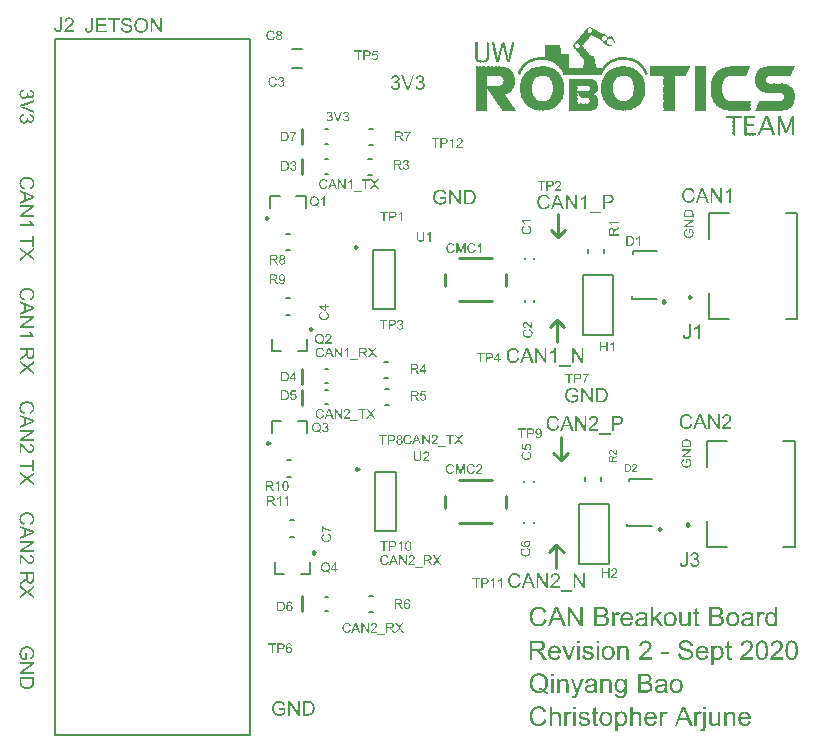
<source format=gto>
G04*
G04 #@! TF.GenerationSoftware,Altium Limited,Altium Designer,21.0.8 (223)*
G04*
G04 Layer_Color=65535*
%FSLAX25Y25*%
%MOIN*%
G70*
G04*
G04 #@! TF.SameCoordinates,B21DCE84-2690-44BB-8765-99E36CDB2AD5*
G04*
G04*
G04 #@! TF.FilePolarity,Positive*
G04*
G01*
G75*
%ADD10C,0.00984*%
%ADD11C,0.00787*%
%ADD12C,0.00500*%
%ADD13C,0.01000*%
G36*
X193113Y296317D02*
X193187D01*
Y296243D01*
X193408D01*
Y296170D01*
X193482D01*
Y296096D01*
X193702D01*
Y296022D01*
X193776D01*
Y295949D01*
X193850D01*
Y295875D01*
X193923D01*
Y295801D01*
X194144D01*
Y295728D01*
X194218D01*
Y295654D01*
X194439D01*
Y295581D01*
X194512D01*
Y295507D01*
X194733D01*
Y295433D01*
X194807D01*
Y295360D01*
X195028D01*
Y295286D01*
X195101D01*
Y295213D01*
X195322D01*
Y295139D01*
X195396D01*
Y295065D01*
X195469D01*
Y294992D01*
X195543D01*
Y294918D01*
X195617D01*
Y294992D01*
X195690D01*
Y294918D01*
X195764D01*
Y294844D01*
X195837D01*
Y294771D01*
X196058D01*
Y294697D01*
X196132D01*
Y294623D01*
X196353D01*
Y294550D01*
X196426D01*
Y294476D01*
X196647D01*
Y294403D01*
X196721D01*
Y294329D01*
X196942D01*
Y294255D01*
X197016D01*
Y294182D01*
X197163D01*
Y294108D01*
Y294035D01*
X197236D01*
Y294108D01*
X197310D01*
Y294035D01*
X197384D01*
Y293961D01*
X197457D01*
Y294035D01*
X197531D01*
Y293961D01*
X197605D01*
Y293887D01*
X197678D01*
Y293814D01*
X197752D01*
Y293740D01*
X197973D01*
Y293666D01*
X198046D01*
Y293593D01*
X198267D01*
Y293519D01*
X198341D01*
Y293446D01*
X198562D01*
Y293372D01*
X198488D01*
Y293298D01*
X198562D01*
Y293225D01*
X198635D01*
Y293298D01*
X199151D01*
Y293372D01*
X199224D01*
Y293298D01*
X199298D01*
Y293372D01*
X199372D01*
Y293298D01*
X199445D01*
Y293372D01*
X199519D01*
Y293298D01*
X199592D01*
Y293372D01*
X199666D01*
Y293298D01*
X199740D01*
Y293372D01*
X199813D01*
Y293446D01*
X199887D01*
Y293372D01*
X199960D01*
Y293446D01*
X200034D01*
Y293372D01*
X200108D01*
Y293298D01*
X200181D01*
Y293225D01*
X200255D01*
Y293151D01*
Y293077D01*
Y293004D01*
X200329D01*
Y292930D01*
Y292857D01*
Y292783D01*
X200402D01*
Y292709D01*
X200476D01*
Y292636D01*
X200402D01*
Y292562D01*
X200476D01*
Y292488D01*
X200549D01*
Y292415D01*
X200623D01*
Y292341D01*
X200549D01*
Y292268D01*
X200623D01*
Y292194D01*
X200697D01*
Y292120D01*
Y292047D01*
Y291973D01*
X200770D01*
Y291899D01*
X200844D01*
Y291826D01*
X200770D01*
Y291752D01*
X200844D01*
Y291679D01*
X200918D01*
Y291605D01*
X200844D01*
Y291531D01*
X200918D01*
Y291458D01*
X200991D01*
Y291384D01*
X201065D01*
Y291311D01*
X200991D01*
Y291237D01*
X201065D01*
Y291163D01*
X200991D01*
Y291237D01*
X200918D01*
Y291311D01*
X200844D01*
Y291384D01*
Y291458D01*
X200697D01*
Y291531D01*
Y291605D01*
X200623D01*
Y291679D01*
Y291752D01*
X200549D01*
Y291826D01*
X200476D01*
Y291899D01*
X200402D01*
Y291973D01*
X200329D01*
Y292047D01*
X200255D01*
Y292120D01*
X200181D01*
Y292194D01*
X200108D01*
Y292268D01*
X200034D01*
Y292341D01*
X199960D01*
Y292415D01*
X200034D01*
Y292488D01*
X199813D01*
Y292562D01*
X199887D01*
Y292636D01*
X199519D01*
Y292562D01*
X199445D01*
Y292488D01*
X199224D01*
Y292415D01*
X199151D01*
Y292488D01*
X199077D01*
Y292415D01*
X199003D01*
Y292341D01*
X198783D01*
Y292268D01*
X198709D01*
Y292194D01*
X198488D01*
Y292120D01*
Y292047D01*
Y291973D01*
Y291899D01*
Y291826D01*
X198414D01*
Y291752D01*
Y291679D01*
Y291605D01*
Y291531D01*
Y291458D01*
X198341D01*
Y291384D01*
X198414D01*
Y291311D01*
X198341D01*
Y291237D01*
X198414D01*
Y291163D01*
X198341D01*
Y291090D01*
X198414D01*
Y291016D01*
X198341D01*
Y290942D01*
Y290869D01*
Y290795D01*
X198709D01*
Y290722D01*
X198930D01*
Y290648D01*
X199151D01*
Y290574D01*
X199224D01*
Y290648D01*
X199298D01*
Y290574D01*
X199372D01*
Y290501D01*
X199445D01*
Y290574D01*
X199519D01*
Y290501D01*
X199740D01*
Y290427D01*
X199813D01*
Y290501D01*
X199887D01*
Y290427D01*
X199960D01*
Y290353D01*
X200181D01*
Y290280D01*
X198635D01*
Y290353D01*
X198562D01*
Y290280D01*
X198488D01*
Y290353D01*
X198414D01*
Y290280D01*
X198341D01*
Y290353D01*
X198267D01*
Y290280D01*
X198194D01*
Y290353D01*
X198120D01*
Y290280D01*
X198046D01*
Y290353D01*
X197973D01*
Y290280D01*
X197899D01*
Y290353D01*
X197825D01*
Y290280D01*
X197752D01*
Y290353D01*
X197678D01*
Y290427D01*
X197605D01*
Y290501D01*
Y290574D01*
X197531D01*
Y290648D01*
Y290722D01*
X197457D01*
Y290795D01*
X197531D01*
Y290869D01*
X197457D01*
Y290942D01*
X197384D01*
Y291016D01*
X197310D01*
Y291090D01*
X197384D01*
Y291163D01*
X197310D01*
Y291237D01*
X197236D01*
Y291311D01*
X197163D01*
Y291384D01*
X197236D01*
Y291458D01*
X197163D01*
Y291531D01*
Y291605D01*
X197089D01*
Y291679D01*
Y291752D01*
X196868D01*
Y291826D01*
X196795D01*
Y291899D01*
X196574D01*
Y291973D01*
X196500D01*
Y292047D01*
X196279D01*
Y292120D01*
X196206D01*
Y292194D01*
X195985D01*
Y292268D01*
X195911D01*
Y292341D01*
X195837D01*
Y292415D01*
X195690D01*
Y292488D01*
X195543D01*
Y292562D01*
X195469D01*
Y292636D01*
X195248D01*
Y292709D01*
X195175D01*
Y292783D01*
X194954D01*
Y292857D01*
X194880D01*
Y292930D01*
X194659D01*
Y293004D01*
X194586D01*
Y293077D01*
X194512D01*
Y293151D01*
X194439D01*
Y293225D01*
X194218D01*
Y293298D01*
X194144D01*
Y293372D01*
X193923D01*
Y293446D01*
X193850D01*
Y293519D01*
X193629D01*
Y293593D01*
X193555D01*
Y293666D01*
X193334D01*
Y293740D01*
X193261D01*
Y293814D01*
X193040D01*
Y293740D01*
X193113D01*
Y293666D01*
X192966D01*
Y293593D01*
Y293519D01*
X192893D01*
Y293446D01*
X192819D01*
Y293372D01*
X192745D01*
Y293298D01*
X192672D01*
Y293225D01*
X192598D01*
Y293151D01*
Y293077D01*
X192524D01*
Y293004D01*
X192451D01*
Y292930D01*
X192377D01*
Y292857D01*
Y292783D01*
X192304D01*
Y292709D01*
X192230D01*
Y292636D01*
X192156D01*
Y292562D01*
X192083D01*
Y292488D01*
X192009D01*
Y292415D01*
X191935D01*
Y292341D01*
X191862D01*
Y292268D01*
X191788D01*
Y292194D01*
X191715D01*
Y292120D01*
X191641D01*
Y292047D01*
X191567D01*
Y291973D01*
X191494D01*
Y291899D01*
X191420D01*
Y291826D01*
Y291752D01*
X191273D01*
Y291679D01*
X191346D01*
Y291605D01*
X191126D01*
Y291531D01*
X191199D01*
Y291458D01*
X191052D01*
Y291384D01*
Y291311D01*
X190978D01*
Y291237D01*
X190905D01*
Y291163D01*
X190831D01*
Y291090D01*
X190757D01*
Y291016D01*
X190684D01*
Y290942D01*
Y290869D01*
X190610D01*
Y290795D01*
Y290722D01*
X190536D01*
Y290648D01*
X190463D01*
Y290574D01*
X190389D01*
Y290501D01*
X190316D01*
Y290427D01*
X190242D01*
Y290353D01*
X190168D01*
Y290280D01*
X190095D01*
Y290206D01*
X190168D01*
Y290132D01*
X190242D01*
Y290059D01*
X190316D01*
Y289985D01*
X190389D01*
Y289912D01*
X190463D01*
Y289838D01*
X190536D01*
Y289764D01*
X190610D01*
Y289691D01*
Y289617D01*
X190757D01*
Y289544D01*
X190684D01*
Y289470D01*
X190757D01*
Y289396D01*
X190831D01*
Y289323D01*
X190905D01*
Y289249D01*
X190978D01*
Y289175D01*
X191052D01*
Y289102D01*
X191126D01*
Y289028D01*
X191199D01*
Y288954D01*
X191273D01*
Y288881D01*
X191346D01*
Y288807D01*
X191273D01*
Y288734D01*
X191420D01*
Y288660D01*
Y288586D01*
X191494D01*
Y288513D01*
X191567D01*
Y288439D01*
X191641D01*
Y288366D01*
X191715D01*
Y288292D01*
X191788D01*
Y288218D01*
X191862D01*
Y288145D01*
X191935D01*
Y288071D01*
Y287997D01*
X192083D01*
Y287924D01*
X192009D01*
Y287850D01*
X192083D01*
Y287776D01*
X192156D01*
Y287703D01*
X192230D01*
Y287629D01*
X192304D01*
Y287556D01*
X192377D01*
Y287482D01*
X192451D01*
Y287408D01*
X192524D01*
Y287335D01*
X192451D01*
Y287261D01*
X192672D01*
Y287188D01*
Y287114D01*
X192745D01*
Y287040D01*
Y286967D01*
X192819D01*
Y287040D01*
X192893D01*
Y286967D01*
X192966D01*
Y287040D01*
X193040D01*
Y286967D01*
X193113D01*
Y287040D01*
X193187D01*
Y286967D01*
X193261D01*
Y287040D01*
X193334D01*
Y286967D01*
X193408D01*
Y287040D01*
X193482D01*
Y286967D01*
X193555D01*
Y287040D01*
X193629D01*
Y286967D01*
X193702D01*
Y287040D01*
X193776D01*
Y286967D01*
X193850D01*
Y286893D01*
X193923D01*
Y286819D01*
Y286746D01*
Y286672D01*
X193997D01*
Y286598D01*
Y286525D01*
Y286451D01*
Y286378D01*
X194070D01*
Y286304D01*
Y286230D01*
X194144D01*
Y286157D01*
X194070D01*
Y286083D01*
X194144D01*
Y286010D01*
X194070D01*
Y285936D01*
X194144D01*
Y285862D01*
X194218D01*
Y285789D01*
Y285715D01*
Y285641D01*
X194291D01*
Y285568D01*
X194218D01*
Y285494D01*
X194291D01*
Y285420D01*
Y285347D01*
Y285273D01*
X194365D01*
Y285200D01*
Y285126D01*
Y285052D01*
X194439D01*
Y284979D01*
X194365D01*
Y284905D01*
X194439D01*
Y284832D01*
Y284758D01*
Y284684D01*
X194512D01*
Y284611D01*
X194586D01*
Y284537D01*
X194512D01*
Y284463D01*
X194586D01*
Y284390D01*
X194512D01*
Y284316D01*
X194586D01*
Y284243D01*
Y284169D01*
Y284095D01*
X194659D01*
Y284022D01*
Y283948D01*
Y283874D01*
X194733D01*
Y283801D01*
X194659D01*
Y283727D01*
X194733D01*
Y283653D01*
Y283580D01*
Y283506D01*
X194807D01*
Y283433D01*
X194880D01*
Y283359D01*
X194807D01*
Y283285D01*
X194880D01*
Y283212D01*
X194807D01*
Y283138D01*
X194880D01*
Y283065D01*
X194954D01*
Y282991D01*
X194880D01*
Y282917D01*
X194954D01*
Y282844D01*
X195028D01*
Y282770D01*
X195101D01*
Y282844D01*
X195175D01*
Y282770D01*
X195248D01*
Y282844D01*
X195322D01*
Y282770D01*
X195396D01*
Y282844D01*
X195469D01*
Y282770D01*
X195543D01*
Y282844D01*
X195617D01*
Y282770D01*
X195690D01*
Y282844D01*
X195764D01*
Y282770D01*
X195837D01*
Y282844D01*
X195911D01*
Y282770D01*
X195985D01*
Y282844D01*
X196058D01*
Y282770D01*
X196132D01*
Y282844D01*
X196206D01*
Y282770D01*
X196279D01*
Y282844D01*
X196353D01*
Y282770D01*
X196574D01*
Y282844D01*
X196647D01*
Y282770D01*
X196721D01*
Y282844D01*
X196795D01*
Y282917D01*
X196868D01*
Y282991D01*
X196942D01*
Y283065D01*
X196868D01*
Y283138D01*
X197016D01*
Y283212D01*
Y283285D01*
X197089D01*
Y283359D01*
X197163D01*
Y283433D01*
X197236D01*
Y283506D01*
X197310D01*
Y283580D01*
X197384D01*
Y283653D01*
X197457D01*
Y283727D01*
X197531D01*
Y283801D01*
X197605D01*
Y283874D01*
X197678D01*
Y283948D01*
Y284022D01*
X197825D01*
Y284095D01*
Y284169D01*
X197973D01*
Y284243D01*
Y284316D01*
X198120D01*
Y284390D01*
X198194D01*
Y284463D01*
X198267D01*
Y284537D01*
X198341D01*
Y284611D01*
X198414D01*
Y284684D01*
X198488D01*
Y284758D01*
X198562D01*
Y284832D01*
X198635D01*
Y284905D01*
X198856D01*
Y284979D01*
X198930D01*
Y285052D01*
X199003D01*
Y285126D01*
X199077D01*
Y285200D01*
X199298D01*
Y285273D01*
X199372D01*
Y285347D01*
X199592D01*
Y285420D01*
X199666D01*
Y285494D01*
X199887D01*
Y285568D01*
X199960D01*
Y285641D01*
X200181D01*
Y285715D01*
X200255D01*
Y285789D01*
X200476D01*
Y285862D01*
X200549D01*
Y285936D01*
X200623D01*
Y285862D01*
X200697D01*
Y285936D01*
X200770D01*
Y286010D01*
X200844D01*
Y285936D01*
X200918D01*
Y286010D01*
X200991D01*
Y286083D01*
X201065D01*
Y286010D01*
X201138D01*
Y286083D01*
X201359D01*
Y286157D01*
X201433D01*
Y286083D01*
X201507D01*
Y286157D01*
X201580D01*
Y286230D01*
X201654D01*
Y286157D01*
X201727D01*
Y286230D01*
X201948D01*
Y286304D01*
X202022D01*
Y286230D01*
X202096D01*
Y286304D01*
X202169D01*
Y286378D01*
X202243D01*
Y286304D01*
X202316D01*
Y286378D01*
X202390D01*
Y286304D01*
X202464D01*
Y286378D01*
X203274D01*
Y286451D01*
X203347D01*
Y286378D01*
X203568D01*
Y286451D01*
X203642D01*
Y286378D01*
X203715D01*
Y286451D01*
X203789D01*
Y286378D01*
X203863D01*
Y286451D01*
X203936D01*
Y286378D01*
X204010D01*
Y286451D01*
X204083D01*
Y286378D01*
X204157D01*
Y286451D01*
X204231D01*
Y286378D01*
X204451D01*
Y286451D01*
X204525D01*
Y286378D01*
X205188D01*
Y286304D01*
X205261D01*
Y286378D01*
X205335D01*
Y286304D01*
X205409D01*
Y286378D01*
X205482D01*
Y286304D01*
X205556D01*
Y286230D01*
X205629D01*
Y286304D01*
X205703D01*
Y286230D01*
X206071D01*
Y286157D01*
X206145D01*
Y286083D01*
X206219D01*
Y286157D01*
X206292D01*
Y286083D01*
X206513D01*
Y286010D01*
X206587D01*
Y286083D01*
X206660D01*
Y286010D01*
X206734D01*
Y285936D01*
X206807D01*
Y286010D01*
X206881D01*
Y285936D01*
X207102D01*
Y285862D01*
X207176D01*
Y285789D01*
X207397D01*
Y285715D01*
X207470D01*
Y285789D01*
X207544D01*
Y285715D01*
X207617D01*
Y285641D01*
X207838D01*
Y285568D01*
X207912D01*
Y285494D01*
X208133D01*
Y285420D01*
X208206D01*
Y285347D01*
X208354D01*
Y285273D01*
Y285200D01*
X208427D01*
Y285273D01*
X208501D01*
Y285200D01*
X208575D01*
Y285126D01*
X208648D01*
Y285052D01*
X208869D01*
Y284979D01*
X208943D01*
Y284905D01*
X209016D01*
Y284832D01*
X209090D01*
Y284758D01*
X209237D01*
Y284684D01*
Y284611D01*
X209458D01*
Y284537D01*
X209532D01*
Y284463D01*
X209605D01*
Y284390D01*
X209679D01*
Y284316D01*
X209752D01*
Y284243D01*
X209826D01*
Y284169D01*
X209900D01*
Y284095D01*
X209973D01*
Y284022D01*
X210047D01*
Y283948D01*
X210121D01*
Y283874D01*
X210194D01*
Y283801D01*
X210268D01*
Y283727D01*
X210342D01*
Y283653D01*
X210415D01*
Y283580D01*
X210489D01*
Y283506D01*
Y283433D01*
X210636D01*
Y283359D01*
Y283285D01*
X210710D01*
Y283212D01*
Y283138D01*
X210783D01*
Y283065D01*
X210857D01*
Y282991D01*
X210930D01*
Y282917D01*
X211004D01*
Y282844D01*
X211078D01*
Y282770D01*
Y282696D01*
Y282623D01*
X211151D01*
Y282549D01*
X211225D01*
Y282475D01*
X211299D01*
Y282402D01*
Y282328D01*
Y282255D01*
X211372D01*
Y282181D01*
X211446D01*
Y282107D01*
X211520D01*
Y282034D01*
X211446D01*
Y281960D01*
X211520D01*
Y281887D01*
X211593D01*
Y281813D01*
X211667D01*
Y281739D01*
X211593D01*
Y281666D01*
X211667D01*
Y281592D01*
X211740D01*
Y281518D01*
X211814D01*
Y281445D01*
X211740D01*
Y281371D01*
X211814D01*
Y281298D01*
X211888D01*
Y281224D01*
Y281150D01*
Y281077D01*
X211961D01*
Y281003D01*
Y280929D01*
Y280856D01*
X212035D01*
Y280782D01*
X211961D01*
Y280709D01*
X211740D01*
Y280635D01*
X211520D01*
Y280561D01*
X211446D01*
Y280635D01*
X211372D01*
Y280561D01*
X211151D01*
Y280635D01*
Y280709D01*
Y280782D01*
X211078D01*
Y280856D01*
X211004D01*
Y280929D01*
X211078D01*
Y281003D01*
X211004D01*
Y281077D01*
X210930D01*
Y281150D01*
X210857D01*
Y281224D01*
X210930D01*
Y281298D01*
X210857D01*
Y281371D01*
Y281445D01*
X210783D01*
Y281518D01*
Y281592D01*
X210710D01*
Y281666D01*
X210636D01*
Y281739D01*
X210562D01*
Y281813D01*
X210636D01*
Y281887D01*
X210562D01*
Y281960D01*
X210489D01*
Y282034D01*
X210415D01*
Y282107D01*
Y282181D01*
X210342D01*
Y282255D01*
Y282328D01*
X210268D01*
Y282402D01*
X210194D01*
Y282475D01*
X210121D01*
Y282549D01*
X210047D01*
Y282623D01*
X209973D01*
Y282696D01*
X210047D01*
Y282770D01*
X209900D01*
Y282844D01*
Y282917D01*
X209826D01*
Y282991D01*
X209752D01*
Y283065D01*
X209679D01*
Y283138D01*
X209605D01*
Y283212D01*
X209532D01*
Y283285D01*
X209458D01*
Y283359D01*
X209384D01*
Y283433D01*
X209311D01*
Y283506D01*
X209237D01*
Y283580D01*
X209163D01*
Y283653D01*
X209090D01*
Y283727D01*
X209016D01*
Y283801D01*
X208943D01*
Y283874D01*
X208869D01*
Y283948D01*
X208648D01*
Y284022D01*
X208575D01*
Y284095D01*
X208501D01*
Y284169D01*
X208427D01*
Y284243D01*
X208354D01*
Y284316D01*
X208280D01*
Y284390D01*
X208059D01*
Y284463D01*
X207985D01*
Y284537D01*
X207765D01*
Y284611D01*
X207691D01*
Y284684D01*
X207617D01*
Y284758D01*
X207397D01*
Y284832D01*
X207176D01*
Y284905D01*
X207102D01*
Y284979D01*
X206881D01*
Y285052D01*
X206807D01*
Y285126D01*
X206734D01*
Y285052D01*
X206660D01*
Y285126D01*
X206439D01*
Y285200D01*
X206366D01*
Y285273D01*
X206292D01*
Y285200D01*
X206366D01*
Y285126D01*
X206292D01*
Y285200D01*
X206219D01*
Y285273D01*
X205998D01*
Y285347D01*
X205924D01*
Y285273D01*
X205850D01*
Y285347D01*
X205629D01*
Y285420D01*
X205556D01*
Y285347D01*
X205482D01*
Y285420D01*
X205114D01*
Y285494D01*
X205041D01*
Y285420D01*
X204967D01*
Y285494D01*
X204893D01*
Y285420D01*
X204820D01*
Y285494D01*
X204746D01*
Y285568D01*
X204672D01*
Y285494D01*
X204599D01*
Y285568D01*
X204525D01*
Y285494D01*
X204451D01*
Y285568D01*
X204378D01*
Y285494D01*
X204304D01*
Y285568D01*
X204231D01*
Y285494D01*
X204157D01*
Y285568D01*
X204083D01*
Y285494D01*
X204010D01*
Y285568D01*
X203936D01*
Y285494D01*
X203863D01*
Y285568D01*
X203642D01*
Y285494D01*
X203568D01*
Y285568D01*
X203494D01*
Y285494D01*
X203421D01*
Y285568D01*
X203347D01*
Y285494D01*
X203274D01*
Y285568D01*
X203200D01*
Y285494D01*
X203126D01*
Y285568D01*
X203053D01*
Y285494D01*
X202832D01*
Y285420D01*
X202758D01*
Y285494D01*
X202685D01*
Y285420D01*
X202022D01*
Y285347D01*
X201801D01*
Y285273D01*
X201727D01*
Y285347D01*
X201654D01*
Y285273D01*
X201433D01*
Y285200D01*
X201359D01*
Y285126D01*
X201286D01*
Y285200D01*
X201212D01*
Y285126D01*
X200991D01*
Y285052D01*
X200918D01*
Y284979D01*
X200844D01*
Y285052D01*
X200770D01*
Y284979D01*
X200549D01*
Y284905D01*
X200476D01*
Y284832D01*
X200255D01*
Y284758D01*
X200181D01*
Y284684D01*
X199960D01*
Y284611D01*
X199887D01*
Y284537D01*
X199666D01*
Y284463D01*
X199592D01*
Y284390D01*
X199519D01*
Y284316D01*
X199445D01*
Y284243D01*
X199224D01*
Y284169D01*
Y284095D01*
X199077D01*
Y284022D01*
X199003D01*
Y283948D01*
X198930D01*
Y283874D01*
X198856D01*
Y283801D01*
X198635D01*
Y283727D01*
X198709D01*
Y283653D01*
X198488D01*
Y283580D01*
X198562D01*
Y283506D01*
X198341D01*
Y283433D01*
X198414D01*
Y283359D01*
X198194D01*
Y283285D01*
X198267D01*
Y283212D01*
X198046D01*
Y283138D01*
X198120D01*
Y283065D01*
X198046D01*
Y282991D01*
X197973D01*
Y282917D01*
X197899D01*
Y282844D01*
X197825D01*
Y282770D01*
X197752D01*
Y282696D01*
X197678D01*
Y282623D01*
X197605D01*
Y282549D01*
Y282475D01*
Y282402D01*
X197531D01*
Y282328D01*
X197457D01*
Y282255D01*
X197384D01*
Y282181D01*
X197310D01*
Y282107D01*
Y282034D01*
X197236D01*
Y281960D01*
Y281887D01*
X197163D01*
Y281813D01*
Y281739D01*
X197089D01*
Y281666D01*
Y281592D01*
X197016D01*
Y281518D01*
X196942D01*
Y281445D01*
X196868D01*
Y281371D01*
X196942D01*
Y281298D01*
X196868D01*
Y281224D01*
Y281150D01*
X196795D01*
Y281077D01*
Y281003D01*
X196721D01*
Y280929D01*
Y280856D01*
Y280782D01*
X196647D01*
Y280709D01*
Y280635D01*
Y280561D01*
X196574D01*
Y280488D01*
X196500D01*
Y280561D01*
X196426D01*
Y280488D01*
X196353D01*
Y280561D01*
X196279D01*
Y280488D01*
X196206D01*
Y280561D01*
X196132D01*
Y280488D01*
X196058D01*
Y280561D01*
X195985D01*
Y280488D01*
X195911D01*
Y280561D01*
X195837D01*
Y280488D01*
X195764D01*
Y280561D01*
X195690D01*
Y280488D01*
X195617D01*
Y280561D01*
X195543D01*
Y280488D01*
X195469D01*
Y280561D01*
X195396D01*
Y280488D01*
X195322D01*
Y280561D01*
X195248D01*
Y280488D01*
X195175D01*
Y280561D01*
X195101D01*
Y280488D01*
X195028D01*
Y280561D01*
X194954D01*
Y280488D01*
X194880D01*
Y280561D01*
X194807D01*
Y280488D01*
X194733D01*
Y280561D01*
X194659D01*
Y280488D01*
X194586D01*
Y280561D01*
X194512D01*
Y280488D01*
X194439D01*
Y280561D01*
X194365D01*
Y280488D01*
X194291D01*
Y280561D01*
X194218D01*
Y280488D01*
X194144D01*
Y280561D01*
X194070D01*
Y280488D01*
X193997D01*
Y280561D01*
X193923D01*
Y280488D01*
X193850D01*
Y280561D01*
X193776D01*
Y280488D01*
X193702D01*
Y280561D01*
X193629D01*
Y280488D01*
X193555D01*
Y280561D01*
X193482D01*
Y280488D01*
X193408D01*
Y280561D01*
X193334D01*
Y280488D01*
X193261D01*
Y280561D01*
X193187D01*
Y280488D01*
X193113D01*
Y280561D01*
X193040D01*
Y280488D01*
X192966D01*
Y280561D01*
X192893D01*
Y280488D01*
X192819D01*
Y280561D01*
X192745D01*
Y280488D01*
X192672D01*
Y280561D01*
X192598D01*
Y280488D01*
X192524D01*
Y280561D01*
X192451D01*
Y280488D01*
X192377D01*
Y280561D01*
X192304D01*
Y280488D01*
X192230D01*
Y280561D01*
X192156D01*
Y280488D01*
X192083D01*
Y280561D01*
X192009D01*
Y280488D01*
X191935D01*
Y280561D01*
X191862D01*
Y280488D01*
X191788D01*
Y280561D01*
X191715D01*
Y280488D01*
X191641D01*
Y280561D01*
X191567D01*
Y280488D01*
X191494D01*
Y280561D01*
X191420D01*
Y280488D01*
X191346D01*
Y280561D01*
X191273D01*
Y280488D01*
X191199D01*
Y280561D01*
X191126D01*
Y280488D01*
X191052D01*
Y280561D01*
X190978D01*
Y280488D01*
X190905D01*
Y280561D01*
X190831D01*
Y280488D01*
X190757D01*
Y280561D01*
X190684D01*
Y280488D01*
X190610D01*
Y280561D01*
X190389D01*
Y280488D01*
X190316D01*
Y280561D01*
X190242D01*
Y280488D01*
X190168D01*
Y280561D01*
X190095D01*
Y280488D01*
X190021D01*
Y280561D01*
X189800D01*
Y280488D01*
X189727D01*
Y280561D01*
X189653D01*
Y280488D01*
X189579D01*
Y280561D01*
X189506D01*
Y280488D01*
X189432D01*
Y280561D01*
X189211D01*
Y280488D01*
X189138D01*
Y280561D01*
X188622D01*
Y280488D01*
X188549D01*
Y280561D01*
X188033D01*
Y280488D01*
X187960D01*
Y280561D01*
X183910D01*
Y280635D01*
X183837D01*
Y280709D01*
Y280782D01*
Y280856D01*
X183763D01*
Y280929D01*
X183837D01*
Y281003D01*
X183763D01*
Y281077D01*
X183689D01*
Y281150D01*
X183616D01*
Y281224D01*
X183689D01*
Y281298D01*
X183616D01*
Y281371D01*
X183542D01*
Y281445D01*
X183469D01*
Y281518D01*
X183542D01*
Y281592D01*
X183469D01*
Y281666D01*
X183395D01*
Y281739D01*
X183321D01*
Y281813D01*
Y281887D01*
Y281960D01*
X183248D01*
Y282034D01*
X183174D01*
Y282107D01*
X183100D01*
Y282181D01*
X183027D01*
Y282255D01*
X183100D01*
Y282328D01*
X183027D01*
Y282402D01*
X182953D01*
Y282475D01*
X182880D01*
Y282549D01*
X182806D01*
Y282623D01*
X182732D01*
Y282696D01*
Y282770D01*
X182659D01*
Y282844D01*
Y282917D01*
X182585D01*
Y282991D01*
X182511D01*
Y283065D01*
X182438D01*
Y283138D01*
X182364D01*
Y283212D01*
X182291D01*
Y283285D01*
X182217D01*
Y283359D01*
X182143D01*
Y283433D01*
X182070D01*
Y283506D01*
X181996D01*
Y283580D01*
X181922D01*
Y283653D01*
X181849D01*
Y283727D01*
X181775D01*
Y283801D01*
X181702D01*
Y283874D01*
X181628D01*
Y283948D01*
X181481D01*
Y284022D01*
X181407D01*
Y284095D01*
X181260D01*
Y284169D01*
X181186D01*
Y284243D01*
X181113D01*
Y284316D01*
X181039D01*
Y284390D01*
X180818D01*
Y284463D01*
X180745D01*
Y284537D01*
X180671D01*
Y284611D01*
X180450D01*
Y284684D01*
X180376D01*
Y284758D01*
X180303D01*
Y284832D01*
X180229D01*
Y284758D01*
X180303D01*
Y284684D01*
X180229D01*
Y284758D01*
X180156D01*
Y284832D01*
X180082D01*
Y284905D01*
X179861D01*
Y284979D01*
X179640D01*
Y285052D01*
X179567D01*
Y285126D01*
X179198D01*
Y285200D01*
X179125D01*
Y285273D01*
X179051D01*
Y285200D01*
X178978D01*
Y285273D01*
X178757D01*
Y285347D01*
X178536D01*
Y285420D01*
X178462D01*
Y285347D01*
X178389D01*
Y285420D01*
X178020D01*
Y285494D01*
X177947D01*
Y285420D01*
X177873D01*
Y285494D01*
X177799D01*
Y285568D01*
X177726D01*
Y285494D01*
X177799D01*
Y285420D01*
X177726D01*
Y285494D01*
X177652D01*
Y285568D01*
X177579D01*
Y285494D01*
X177505D01*
Y285568D01*
X177431D01*
Y285494D01*
X177358D01*
Y285568D01*
X175959D01*
Y285494D01*
X175885D01*
Y285568D01*
X175812D01*
Y285494D01*
X175738D01*
Y285568D01*
X175664D01*
Y285494D01*
X175591D01*
Y285568D01*
X175517D01*
Y285494D01*
X175444D01*
Y285568D01*
X175370D01*
Y285494D01*
X175444D01*
Y285420D01*
X175370D01*
Y285494D01*
X175296D01*
Y285420D01*
X175223D01*
Y285494D01*
X175149D01*
Y285420D01*
X174634D01*
Y285347D01*
X174413D01*
Y285273D01*
X174192D01*
Y285200D01*
X174118D01*
Y285273D01*
X174045D01*
Y285200D01*
X173971D01*
Y285126D01*
X173897D01*
Y285200D01*
X173824D01*
Y285126D01*
X173750D01*
Y285052D01*
X173677D01*
Y285126D01*
X173603D01*
Y285052D01*
X173529D01*
Y284979D01*
X173309D01*
Y284905D01*
X173235D01*
Y284832D01*
X173161D01*
Y284905D01*
X173088D01*
Y284832D01*
X173014D01*
Y284758D01*
X172940D01*
Y284832D01*
X172867D01*
Y284758D01*
X172940D01*
Y284684D01*
X172867D01*
Y284758D01*
X172793D01*
Y284684D01*
X172720D01*
Y284611D01*
X172572D01*
Y284537D01*
X172425D01*
Y284463D01*
X172351D01*
Y284390D01*
X172131D01*
Y284316D01*
X172057D01*
Y284243D01*
X171983D01*
Y284169D01*
X171910D01*
Y284095D01*
X171836D01*
Y284022D01*
X171762D01*
Y283948D01*
X171542D01*
Y283874D01*
X171468D01*
Y283801D01*
X171394D01*
Y283727D01*
X171321D01*
Y283653D01*
X171247D01*
Y283580D01*
X171173D01*
Y283506D01*
X171100D01*
Y283433D01*
X171026D01*
Y283359D01*
X170952D01*
Y283285D01*
X170879D01*
Y283212D01*
X170805D01*
Y283138D01*
Y283065D01*
X170658D01*
Y282991D01*
Y282917D01*
X170584D01*
Y282844D01*
Y282770D01*
X170511D01*
Y282696D01*
X170437D01*
Y282623D01*
X170363D01*
Y282549D01*
X170290D01*
Y282475D01*
X170216D01*
Y282402D01*
X170290D01*
Y282328D01*
X170143D01*
Y282255D01*
Y282181D01*
X170069D01*
Y282107D01*
X169995D01*
Y282034D01*
X169922D01*
Y281960D01*
X169995D01*
Y281887D01*
X169922D01*
Y281813D01*
X169848D01*
Y281739D01*
X169774D01*
Y281666D01*
X169848D01*
Y281592D01*
X169774D01*
Y281518D01*
X169701D01*
Y281445D01*
X169627D01*
Y281371D01*
Y281298D01*
Y281224D01*
X169554D01*
Y281150D01*
X169480D01*
Y281077D01*
X169554D01*
Y281003D01*
X169480D01*
Y280929D01*
X169406D01*
Y280856D01*
Y280782D01*
Y280709D01*
X169333D01*
Y280635D01*
X169406D01*
Y280561D01*
X169185D01*
Y280635D01*
X169112D01*
Y280561D01*
X169038D01*
Y280635D01*
X168965D01*
Y280709D01*
X168596D01*
Y280782D01*
X168523D01*
Y280856D01*
X168449D01*
Y280929D01*
X168523D01*
Y281003D01*
X168596D01*
Y281077D01*
X168670D01*
Y281150D01*
X168596D01*
Y281224D01*
X168670D01*
Y281298D01*
X168596D01*
Y281371D01*
X168670D01*
Y281445D01*
X168744D01*
Y281518D01*
X168817D01*
Y281592D01*
X168744D01*
Y281666D01*
X168817D01*
Y281739D01*
X168891D01*
Y281813D01*
Y281887D01*
Y281960D01*
X168965D01*
Y282034D01*
X169038D01*
Y282107D01*
X169112D01*
Y282181D01*
X169038D01*
Y282255D01*
X169112D01*
Y282328D01*
X169185D01*
Y282402D01*
X169259D01*
Y282475D01*
X169185D01*
Y282549D01*
X169333D01*
Y282623D01*
Y282696D01*
X169406D01*
Y282770D01*
X169480D01*
Y282844D01*
X169554D01*
Y282917D01*
Y282991D01*
Y283065D01*
X169627D01*
Y283138D01*
X169701D01*
Y283212D01*
X169774D01*
Y283285D01*
X169848D01*
Y283359D01*
Y283433D01*
X169995D01*
Y283506D01*
X169922D01*
Y283580D01*
X170069D01*
Y283653D01*
Y283727D01*
X170143D01*
Y283801D01*
X170216D01*
Y283874D01*
X170290D01*
Y283948D01*
X170363D01*
Y284022D01*
X170437D01*
Y284095D01*
X170511D01*
Y284169D01*
X170584D01*
Y284243D01*
X170658D01*
Y284316D01*
X170732D01*
Y284390D01*
X170805D01*
Y284463D01*
X170952D01*
Y284537D01*
Y284611D01*
X171173D01*
Y284684D01*
X171247D01*
Y284758D01*
X171321D01*
Y284832D01*
X171394D01*
Y284905D01*
X171468D01*
Y284979D01*
X171542D01*
Y284905D01*
X171615D01*
Y284979D01*
X171542D01*
Y285052D01*
X171762D01*
Y285126D01*
X171836D01*
Y285200D01*
X171910D01*
Y285273D01*
X171983D01*
Y285347D01*
X172204D01*
Y285420D01*
X172278D01*
Y285494D01*
X172499D01*
Y285568D01*
X172572D01*
Y285641D01*
X172793D01*
Y285715D01*
X172867D01*
Y285789D01*
X172940D01*
Y285715D01*
X173014D01*
Y285789D01*
X173088D01*
Y285862D01*
X173161D01*
Y285789D01*
X173235D01*
Y285862D01*
X173309D01*
Y285936D01*
X173529D01*
Y286010D01*
X173603D01*
Y286083D01*
X173677D01*
Y286010D01*
X173750D01*
Y286083D01*
X173971D01*
Y286157D01*
X174045D01*
Y286083D01*
X174118D01*
Y286157D01*
X174192D01*
Y286230D01*
X174266D01*
Y286157D01*
X174339D01*
Y286230D01*
X174560D01*
Y286304D01*
X174634D01*
Y286230D01*
X174707D01*
Y286304D01*
X174781D01*
Y286378D01*
X174855D01*
Y286304D01*
X175075D01*
Y286378D01*
X175591D01*
Y286451D01*
X175664D01*
Y286378D01*
X175738D01*
Y286451D01*
X175812D01*
Y286378D01*
X175885D01*
Y286451D01*
X175959D01*
Y286378D01*
X176033D01*
Y286451D01*
X176253D01*
Y286378D01*
X176327D01*
Y286451D01*
X176548D01*
Y286378D01*
X176622D01*
Y286451D01*
X176842D01*
Y286378D01*
X176916D01*
Y286451D01*
X177137D01*
Y286378D01*
X177210D01*
Y286451D01*
X177284D01*
Y286378D01*
X177358D01*
Y286451D01*
X177431D01*
Y286378D01*
X177652D01*
Y286451D01*
Y286525D01*
Y286598D01*
X177726D01*
Y286672D01*
X177652D01*
Y286746D01*
Y286819D01*
Y286893D01*
X177726D01*
Y286967D01*
X177652D01*
Y287040D01*
X177726D01*
Y287114D01*
Y287188D01*
Y287261D01*
Y287335D01*
Y287408D01*
Y287482D01*
Y287556D01*
Y287629D01*
Y287703D01*
Y287776D01*
Y287850D01*
X177799D01*
Y287924D01*
X177726D01*
Y287997D01*
Y288071D01*
Y288145D01*
Y288218D01*
Y288292D01*
Y288366D01*
Y288439D01*
X177799D01*
Y288513D01*
X177726D01*
Y288586D01*
X177799D01*
Y288660D01*
X177726D01*
Y288734D01*
X177799D01*
Y288807D01*
X177726D01*
Y288881D01*
X177799D01*
Y288954D01*
X177726D01*
Y289028D01*
X177799D01*
Y289102D01*
X177726D01*
Y289175D01*
X177799D01*
Y289249D01*
X177726D01*
Y289323D01*
X177799D01*
Y289396D01*
X177726D01*
Y289470D01*
X177799D01*
Y289544D01*
X177726D01*
Y289617D01*
X177799D01*
Y289691D01*
X177726D01*
Y289764D01*
X177799D01*
Y289838D01*
X177726D01*
Y289912D01*
X177799D01*
Y289985D01*
X177726D01*
Y290059D01*
X177799D01*
Y290132D01*
X177726D01*
Y290206D01*
X177799D01*
Y290280D01*
Y290353D01*
Y290427D01*
Y290501D01*
Y290574D01*
X177873D01*
Y290501D01*
X177947D01*
Y290574D01*
X178020D01*
Y290501D01*
X178094D01*
Y290574D01*
X178168D01*
Y290501D01*
X178241D01*
Y290574D01*
X178315D01*
Y290501D01*
X178389D01*
Y290574D01*
X178462D01*
Y290501D01*
X178536D01*
Y290574D01*
X178609D01*
Y290501D01*
X178683D01*
Y290574D01*
X178757D01*
Y290501D01*
X178830D01*
Y290574D01*
X178904D01*
Y290501D01*
X178978D01*
Y290574D01*
X179051D01*
Y290501D01*
X179125D01*
Y290574D01*
X179198D01*
Y290501D01*
X179272D01*
Y290574D01*
X179346D01*
Y290501D01*
X179419D01*
Y290574D01*
X179493D01*
Y290501D01*
X179567D01*
Y290574D01*
X179640D01*
Y290501D01*
X179714D01*
Y290574D01*
X179787D01*
Y290501D01*
X179861D01*
Y290574D01*
X179935D01*
Y290501D01*
X180008D01*
Y290574D01*
X180082D01*
Y290501D01*
X180156D01*
Y290574D01*
X180229D01*
Y290501D01*
X180303D01*
Y290574D01*
X180376D01*
Y290501D01*
X180450D01*
Y290574D01*
X180524D01*
Y290501D01*
X180597D01*
Y290574D01*
X180671D01*
Y290501D01*
X180745D01*
Y290574D01*
X180818D01*
Y290648D01*
X180892D01*
Y290574D01*
X180965D01*
Y290501D01*
X181039D01*
Y290574D01*
X181113D01*
Y290648D01*
X181186D01*
Y290574D01*
X181260D01*
Y290501D01*
X181333D01*
Y290574D01*
X181407D01*
Y290648D01*
X181481D01*
Y290574D01*
X181554D01*
Y290501D01*
X181628D01*
Y290574D01*
X181702D01*
Y290648D01*
X181775D01*
Y290574D01*
X181849D01*
Y290648D01*
X181922D01*
Y290574D01*
X181996D01*
Y290648D01*
X182070D01*
Y290574D01*
X182143D01*
Y290648D01*
X182217D01*
Y290574D01*
X182291D01*
Y290648D01*
X182364D01*
Y290574D01*
X182438D01*
Y290648D01*
X182511D01*
Y290574D01*
X182585D01*
Y290648D01*
X182659D01*
Y290574D01*
X182732D01*
Y290648D01*
X182806D01*
Y290574D01*
Y290501D01*
Y290427D01*
Y290353D01*
Y290280D01*
Y290206D01*
Y290132D01*
Y290059D01*
Y289985D01*
Y289912D01*
Y289838D01*
X182880D01*
Y289764D01*
X182806D01*
Y289691D01*
Y289617D01*
Y289544D01*
X182880D01*
Y289470D01*
X182806D01*
Y289396D01*
X182880D01*
Y289323D01*
Y289249D01*
Y289175D01*
X182806D01*
Y289102D01*
X182880D01*
Y289028D01*
Y288954D01*
Y288881D01*
Y288807D01*
Y288734D01*
Y288660D01*
Y288586D01*
Y288513D01*
Y288439D01*
Y288366D01*
Y288292D01*
Y288218D01*
Y288145D01*
Y288071D01*
Y287997D01*
Y287924D01*
Y287850D01*
Y287776D01*
Y287703D01*
Y287629D01*
Y287556D01*
X182953D01*
Y287482D01*
X183027D01*
Y287556D01*
X183100D01*
Y287482D01*
X183174D01*
Y287556D01*
X183248D01*
Y287482D01*
X183321D01*
Y287556D01*
X183395D01*
Y287482D01*
X183469D01*
Y287556D01*
X183542D01*
Y287482D01*
X183616D01*
Y287556D01*
X183689D01*
Y287482D01*
X183763D01*
Y287556D01*
X183837D01*
Y287482D01*
X183910D01*
Y287556D01*
X183984D01*
Y287482D01*
X184058D01*
Y287556D01*
X184131D01*
Y287482D01*
X184205D01*
Y287556D01*
X185751D01*
Y287482D01*
Y287408D01*
Y287335D01*
X185677D01*
Y287261D01*
X185751D01*
Y287188D01*
Y287114D01*
Y287040D01*
X185677D01*
Y286967D01*
X185751D01*
Y286893D01*
Y286819D01*
Y286746D01*
X185677D01*
Y286672D01*
X185751D01*
Y286598D01*
Y286525D01*
Y286451D01*
X185677D01*
Y286378D01*
X185751D01*
Y286304D01*
Y286230D01*
Y286157D01*
X185677D01*
Y286083D01*
X185751D01*
Y286010D01*
Y285936D01*
Y285862D01*
X185677D01*
Y285789D01*
X185751D01*
Y285715D01*
Y285641D01*
Y285568D01*
X185677D01*
Y285494D01*
X185751D01*
Y285420D01*
Y285347D01*
Y285273D01*
X185677D01*
Y285200D01*
X185751D01*
Y285126D01*
Y285052D01*
Y284979D01*
X185677D01*
Y284905D01*
X185751D01*
Y284832D01*
Y284758D01*
Y284684D01*
X185677D01*
Y284611D01*
X185751D01*
Y284537D01*
Y284463D01*
Y284390D01*
X185677D01*
Y284316D01*
X185751D01*
Y284243D01*
Y284169D01*
Y284095D01*
X185677D01*
Y284022D01*
X185751D01*
Y283948D01*
Y283874D01*
Y283801D01*
X185677D01*
Y283727D01*
X185751D01*
Y283653D01*
Y283580D01*
Y283506D01*
X185677D01*
Y283433D01*
X185751D01*
Y283359D01*
Y283285D01*
Y283212D01*
X185677D01*
Y283138D01*
X185751D01*
Y283065D01*
Y282991D01*
Y282917D01*
X185825D01*
Y282844D01*
X185898D01*
Y282917D01*
X185972D01*
Y282844D01*
X186046D01*
Y282917D01*
X186119D01*
Y282844D01*
X186193D01*
Y282917D01*
X186266D01*
Y282844D01*
X186340D01*
Y282917D01*
X186414D01*
Y282844D01*
X186487D01*
Y282917D01*
X186561D01*
Y282844D01*
X186782D01*
Y282917D01*
X186855D01*
Y282844D01*
X190242D01*
Y282917D01*
Y282991D01*
X190316D01*
Y283065D01*
X190242D01*
Y283138D01*
X190316D01*
Y283212D01*
Y283285D01*
Y283359D01*
X190389D01*
Y283433D01*
X190463D01*
Y283506D01*
X190389D01*
Y283580D01*
X190463D01*
Y283653D01*
X190389D01*
Y283727D01*
X190463D01*
Y283801D01*
X190536D01*
Y283874D01*
X190463D01*
Y283948D01*
X190536D01*
Y284022D01*
X190610D01*
Y284095D01*
X190536D01*
Y284169D01*
X190610D01*
Y284243D01*
Y284316D01*
Y284390D01*
X190684D01*
Y284463D01*
Y284537D01*
Y284611D01*
X190757D01*
Y284684D01*
X190684D01*
Y284758D01*
X190757D01*
Y284832D01*
Y284905D01*
X190831D01*
Y284979D01*
Y285052D01*
X190905D01*
Y285126D01*
X190831D01*
Y285200D01*
X190905D01*
Y285273D01*
X190831D01*
Y285347D01*
X190905D01*
Y285420D01*
X190684D01*
Y285494D01*
X190757D01*
Y285568D01*
X190684D01*
Y285641D01*
X190610D01*
Y285715D01*
X190536D01*
Y285789D01*
X190463D01*
Y285862D01*
X190389D01*
Y285936D01*
X190316D01*
Y286010D01*
X190242D01*
Y286083D01*
Y286157D01*
X190168D01*
Y286230D01*
X190095D01*
Y286304D01*
Y286378D01*
X190021D01*
Y286451D01*
X189948D01*
Y286525D01*
X189874D01*
Y286598D01*
X189800D01*
Y286672D01*
X189727D01*
Y286746D01*
X189653D01*
Y286819D01*
X189579D01*
Y286893D01*
X189506D01*
Y286967D01*
Y287040D01*
X189432D01*
Y287114D01*
Y287188D01*
X189285D01*
Y287261D01*
Y287335D01*
X189211D01*
Y287408D01*
X189138D01*
Y287482D01*
X189064D01*
Y287556D01*
X188990D01*
Y287629D01*
X188917D01*
Y287703D01*
X188843D01*
Y287776D01*
X188770D01*
Y287850D01*
Y287924D01*
X188696D01*
Y287997D01*
Y288071D01*
X188622D01*
Y288145D01*
X188549D01*
Y288218D01*
X188475D01*
Y288292D01*
X188401D01*
Y288366D01*
X188328D01*
Y288439D01*
X188254D01*
Y288513D01*
X188181D01*
Y288586D01*
X188107D01*
Y288660D01*
X188033D01*
Y288734D01*
X188107D01*
Y288807D01*
X187960D01*
Y288881D01*
Y288954D01*
X187886D01*
Y289028D01*
X187812D01*
Y289102D01*
X187739D01*
Y289175D01*
X187665D01*
Y289249D01*
X187592D01*
Y289323D01*
X187518D01*
Y289396D01*
X187444D01*
Y289470D01*
Y289544D01*
X187297D01*
Y289617D01*
X187371D01*
Y289691D01*
X187297D01*
Y289764D01*
X187223D01*
Y289838D01*
X187150D01*
Y289912D01*
Y289985D01*
Y290059D01*
X187076D01*
Y290132D01*
Y290206D01*
Y290280D01*
Y290353D01*
Y290427D01*
Y290501D01*
X187150D01*
Y290574D01*
Y290648D01*
X187223D01*
Y290722D01*
X187150D01*
Y290795D01*
X187223D01*
Y290869D01*
X187297D01*
Y290942D01*
X187371D01*
Y291016D01*
X187444D01*
Y291090D01*
X187518D01*
Y291163D01*
X187592D01*
Y291237D01*
X187665D01*
Y291311D01*
X187739D01*
Y291384D01*
X187812D01*
Y291458D01*
X187886D01*
Y291531D01*
X187960D01*
Y291605D01*
X188033D01*
Y291679D01*
X188107D01*
Y291752D01*
X188181D01*
Y291826D01*
X188254D01*
Y291899D01*
Y291973D01*
X188401D01*
Y292047D01*
X188328D01*
Y292120D01*
X188401D01*
Y292194D01*
X188475D01*
Y292268D01*
X188549D01*
Y292341D01*
X188622D01*
Y292415D01*
X188696D01*
Y292488D01*
X188770D01*
Y292562D01*
X188843D01*
Y292636D01*
X188917D01*
Y292709D01*
X188990D01*
Y292783D01*
X188917D01*
Y292857D01*
X189064D01*
Y292930D01*
Y293004D01*
X189211D01*
Y293077D01*
Y293151D01*
X189285D01*
Y293225D01*
X189359D01*
Y293298D01*
X189432D01*
Y293372D01*
X189506D01*
Y293446D01*
X189579D01*
Y293519D01*
X189653D01*
Y293593D01*
X189727D01*
Y293666D01*
Y293740D01*
X189874D01*
Y293814D01*
Y293887D01*
X189948D01*
Y293961D01*
Y294035D01*
X190021D01*
Y294108D01*
X190095D01*
Y294182D01*
X190168D01*
Y294255D01*
X190242D01*
Y294329D01*
X190316D01*
Y294403D01*
X190389D01*
Y294476D01*
X190463D01*
Y294550D01*
X190536D01*
Y294623D01*
X190610D01*
Y294697D01*
Y294771D01*
X190684D01*
Y294844D01*
Y294918D01*
X190831D01*
Y294992D01*
Y295065D01*
X190905D01*
Y295139D01*
X190978D01*
Y295213D01*
X191052D01*
Y295286D01*
X191126D01*
Y295360D01*
X191199D01*
Y295433D01*
X191273D01*
Y295507D01*
X191346D01*
Y295581D01*
X191420D01*
Y295654D01*
X191494D01*
Y295728D01*
Y295801D01*
X191641D01*
Y295875D01*
X191567D01*
Y295949D01*
X191641D01*
Y296022D01*
X191715D01*
Y296096D01*
X191788D01*
Y296170D01*
X191862D01*
Y296096D01*
X191935D01*
Y296170D01*
X192009D01*
Y296243D01*
X192230D01*
Y296317D01*
X192304D01*
Y296391D01*
X192377D01*
Y296317D01*
X192451D01*
Y296391D01*
X192966D01*
Y296317D01*
X193040D01*
Y296391D01*
X193113D01*
Y296317D01*
D02*
G37*
G36*
X167492Y291311D02*
X167419D01*
Y291237D01*
Y291163D01*
Y291090D01*
X167492D01*
Y291016D01*
X167419D01*
Y291090D01*
X167345D01*
Y291016D01*
X167419D01*
Y290942D01*
X167345D01*
Y290869D01*
Y290795D01*
Y290722D01*
X167271D01*
Y290648D01*
X167345D01*
Y290574D01*
X167271D01*
Y290501D01*
Y290427D01*
Y290353D01*
X167198D01*
Y290280D01*
Y290206D01*
Y290132D01*
X167124D01*
Y290059D01*
X167198D01*
Y289985D01*
X167124D01*
Y289912D01*
X167198D01*
Y289838D01*
X167124D01*
Y289764D01*
X167050D01*
Y289691D01*
X167124D01*
Y289617D01*
X167050D01*
Y289544D01*
X166977D01*
Y289470D01*
X167050D01*
Y289396D01*
X166977D01*
Y289323D01*
X167050D01*
Y289249D01*
X166977D01*
Y289175D01*
X166903D01*
Y289102D01*
X166977D01*
Y289028D01*
X166903D01*
Y288954D01*
Y288881D01*
Y288807D01*
X166830D01*
Y288734D01*
X166903D01*
Y288660D01*
X166830D01*
Y288586D01*
Y288513D01*
Y288439D01*
X166756D01*
Y288366D01*
Y288292D01*
Y288218D01*
X166682D01*
Y288145D01*
X166756D01*
Y288071D01*
X166682D01*
Y287997D01*
Y287924D01*
Y287850D01*
X166609D01*
Y287776D01*
X166682D01*
Y287703D01*
X166609D01*
Y287629D01*
X166535D01*
Y287556D01*
X166609D01*
Y287482D01*
X166535D01*
Y287408D01*
X166609D01*
Y287335D01*
X166535D01*
Y287261D01*
X166461D01*
Y287188D01*
X166535D01*
Y287114D01*
X166461D01*
Y287040D01*
Y286967D01*
Y286893D01*
X166388D01*
Y286819D01*
X166461D01*
Y286746D01*
X166388D01*
Y286672D01*
Y286598D01*
Y286525D01*
X166314D01*
Y286451D01*
X166241D01*
Y286378D01*
X166314D01*
Y286304D01*
X166241D01*
Y286230D01*
X166314D01*
Y286157D01*
X166241D01*
Y286083D01*
X166314D01*
Y286010D01*
X166241D01*
Y285936D01*
X166167D01*
Y285862D01*
X166241D01*
Y285789D01*
X166167D01*
Y285715D01*
X166093D01*
Y285641D01*
X166167D01*
Y285568D01*
X166093D01*
Y285494D01*
X166167D01*
Y285420D01*
X166093D01*
Y285347D01*
Y285273D01*
X166020D01*
Y285200D01*
Y285126D01*
Y285052D01*
Y284979D01*
X165946D01*
Y284905D01*
X166020D01*
Y284832D01*
X165946D01*
Y284758D01*
X165872D01*
Y284832D01*
X165799D01*
Y284758D01*
X165725D01*
Y284832D01*
X165652D01*
Y284758D01*
X165578D01*
Y284832D01*
X165504D01*
Y284758D01*
X165431D01*
Y284832D01*
X165357D01*
Y284758D01*
X165283D01*
Y284832D01*
X165210D01*
Y284758D01*
X165136D01*
Y284832D01*
X165062D01*
Y284905D01*
X164989D01*
Y284979D01*
X165062D01*
Y285052D01*
X164989D01*
Y285126D01*
Y285200D01*
Y285273D01*
X164915D01*
Y285347D01*
X164989D01*
Y285420D01*
X164915D01*
Y285494D01*
Y285568D01*
Y285641D01*
X164842D01*
Y285715D01*
X164768D01*
Y285789D01*
X164842D01*
Y285862D01*
X164768D01*
Y285936D01*
Y286010D01*
Y286083D01*
X164694D01*
Y286157D01*
Y286230D01*
Y286304D01*
X164621D01*
Y286378D01*
X164694D01*
Y286451D01*
X164621D01*
Y286525D01*
X164694D01*
Y286598D01*
X164621D01*
Y286672D01*
X164547D01*
Y286746D01*
Y286819D01*
Y286893D01*
X164473D01*
Y286967D01*
X164547D01*
Y287040D01*
X164473D01*
Y287114D01*
Y287188D01*
Y287261D01*
X164400D01*
Y287335D01*
Y287408D01*
Y287482D01*
X164326D01*
Y287556D01*
X164400D01*
Y287629D01*
X164326D01*
Y287703D01*
Y287776D01*
Y287850D01*
X164253D01*
Y287924D01*
Y287997D01*
Y288071D01*
X164179D01*
Y288145D01*
X164253D01*
Y288218D01*
X164179D01*
Y288292D01*
Y288366D01*
Y288439D01*
X164105D01*
Y288513D01*
Y288586D01*
Y288660D01*
X164032D01*
Y288734D01*
X164105D01*
Y288807D01*
X164032D01*
Y288881D01*
Y288954D01*
X163958D01*
Y289028D01*
Y289102D01*
Y289175D01*
Y289249D01*
X163885D01*
Y289323D01*
X163958D01*
Y289396D01*
X163885D01*
Y289470D01*
X163811D01*
Y289544D01*
X163885D01*
Y289617D01*
X163811D01*
Y289691D01*
Y289764D01*
Y289838D01*
X163737D01*
Y289912D01*
X163811D01*
Y289985D01*
X163737D01*
Y290059D01*
X163811D01*
Y290132D01*
X163737D01*
Y290206D01*
Y290280D01*
X163590D01*
Y290206D01*
X163664D01*
Y290132D01*
X163590D01*
Y290059D01*
X163664D01*
Y289985D01*
X163590D01*
Y289912D01*
Y289838D01*
Y289764D01*
X163516D01*
Y289691D01*
X163590D01*
Y289617D01*
X163516D01*
Y289544D01*
X163443D01*
Y289470D01*
X163516D01*
Y289396D01*
X163443D01*
Y289323D01*
X163516D01*
Y289249D01*
X163443D01*
Y289175D01*
X163369D01*
Y289102D01*
X163443D01*
Y289028D01*
X163369D01*
Y288954D01*
Y288881D01*
Y288807D01*
X163296D01*
Y288734D01*
X163369D01*
Y288660D01*
X163296D01*
Y288586D01*
Y288513D01*
X163222D01*
Y288439D01*
Y288366D01*
X163148D01*
Y288292D01*
X163222D01*
Y288218D01*
X163148D01*
Y288145D01*
Y288071D01*
Y287997D01*
X163075D01*
Y287924D01*
Y287850D01*
Y287776D01*
Y287703D01*
Y287629D01*
X163001D01*
Y287556D01*
X163075D01*
Y287482D01*
X163001D01*
Y287408D01*
X162927D01*
Y287335D01*
Y287261D01*
Y287188D01*
X162854D01*
Y287114D01*
X162927D01*
Y287040D01*
X162854D01*
Y286967D01*
Y286893D01*
Y286819D01*
X162780D01*
Y286746D01*
X162707D01*
Y286672D01*
X162780D01*
Y286598D01*
X162707D01*
Y286525D01*
X162780D01*
Y286451D01*
X162707D01*
Y286378D01*
X162780D01*
Y286304D01*
X162707D01*
Y286230D01*
X162633D01*
Y286157D01*
Y286083D01*
Y286010D01*
X162559D01*
Y285936D01*
X162633D01*
Y285862D01*
X162559D01*
Y285789D01*
Y285715D01*
Y285641D01*
X162486D01*
Y285568D01*
X162412D01*
Y285494D01*
X162486D01*
Y285420D01*
X162412D01*
Y285347D01*
Y285273D01*
Y285200D01*
X162338D01*
Y285126D01*
Y285052D01*
Y284979D01*
X162265D01*
Y284905D01*
X162338D01*
Y284832D01*
X162265D01*
Y284758D01*
X162191D01*
Y284832D01*
X162118D01*
Y284758D01*
X162044D01*
Y284832D01*
X161970D01*
Y284758D01*
X161897D01*
Y284832D01*
X161823D01*
Y284758D01*
X161749D01*
Y284832D01*
X161676D01*
Y284758D01*
X161602D01*
Y284832D01*
X161529D01*
Y284758D01*
X161455D01*
Y284832D01*
X161381D01*
Y284905D01*
Y284979D01*
Y285052D01*
X161308D01*
Y285126D01*
Y285200D01*
Y285273D01*
X161234D01*
Y285347D01*
X161308D01*
Y285420D01*
X161234D01*
Y285494D01*
X161308D01*
Y285568D01*
X161234D01*
Y285641D01*
Y285715D01*
Y285789D01*
X161160D01*
Y285862D01*
X161087D01*
Y285936D01*
X161160D01*
Y286010D01*
X161087D01*
Y286083D01*
X161160D01*
Y286157D01*
X161087D01*
Y286230D01*
Y286304D01*
Y286378D01*
X161013D01*
Y286451D01*
Y286525D01*
Y286598D01*
X160940D01*
Y286672D01*
X161013D01*
Y286746D01*
X160940D01*
Y286819D01*
Y286893D01*
Y286967D01*
X160866D01*
Y287040D01*
Y287114D01*
Y287188D01*
X160792D01*
Y287261D01*
X160866D01*
Y287335D01*
X160792D01*
Y287408D01*
X160866D01*
Y287482D01*
X160792D01*
Y287556D01*
Y287629D01*
Y287703D01*
X160719D01*
Y287776D01*
X160645D01*
Y287850D01*
X160719D01*
Y287924D01*
X160645D01*
Y287997D01*
X160719D01*
Y288071D01*
X160645D01*
Y288145D01*
X160719D01*
Y288218D01*
X160645D01*
Y288292D01*
Y288366D01*
X160572D01*
Y288439D01*
Y288513D01*
X160498D01*
Y288586D01*
X160572D01*
Y288660D01*
X160498D01*
Y288734D01*
X160572D01*
Y288807D01*
X160498D01*
Y288881D01*
Y288954D01*
X160424D01*
Y289028D01*
Y289102D01*
Y289175D01*
Y289249D01*
X160351D01*
Y289323D01*
X160424D01*
Y289396D01*
X160351D01*
Y289470D01*
Y289544D01*
Y289617D01*
X160277D01*
Y289691D01*
Y289764D01*
Y289838D01*
Y289912D01*
Y289985D01*
X160203D01*
Y290059D01*
X160277D01*
Y290132D01*
X160203D01*
Y290206D01*
Y290280D01*
Y290353D01*
X160130D01*
Y290427D01*
X160056D01*
Y290501D01*
X160130D01*
Y290574D01*
X160056D01*
Y290648D01*
X160130D01*
Y290722D01*
X160056D01*
Y290795D01*
X160130D01*
Y290869D01*
X160056D01*
Y290942D01*
X159983D01*
Y291016D01*
Y291090D01*
Y291163D01*
X159909D01*
Y291237D01*
X159983D01*
Y291311D01*
X159909D01*
Y291384D01*
X160572D01*
Y291311D01*
X160645D01*
Y291384D01*
X160719D01*
Y291311D01*
X160792D01*
Y291237D01*
Y291163D01*
Y291090D01*
X160866D01*
Y291016D01*
X160792D01*
Y290942D01*
X160866D01*
Y290869D01*
Y290795D01*
Y290722D01*
Y290648D01*
X160940D01*
Y290574D01*
Y290501D01*
X161013D01*
Y290427D01*
X160940D01*
Y290353D01*
X161013D01*
Y290280D01*
X160940D01*
Y290206D01*
X161013D01*
Y290132D01*
Y290059D01*
Y289985D01*
X161087D01*
Y289912D01*
Y289838D01*
Y289764D01*
X161160D01*
Y289691D01*
X161087D01*
Y289617D01*
X161160D01*
Y289544D01*
X161087D01*
Y289470D01*
X161160D01*
Y289396D01*
X161234D01*
Y289323D01*
Y289249D01*
Y289175D01*
Y289102D01*
Y289028D01*
X161308D01*
Y288954D01*
X161234D01*
Y288881D01*
X161308D01*
Y288807D01*
Y288734D01*
Y288660D01*
X161381D01*
Y288586D01*
Y288513D01*
Y288439D01*
X161455D01*
Y288366D01*
X161381D01*
Y288292D01*
X161455D01*
Y288218D01*
Y288145D01*
Y288071D01*
X161529D01*
Y287997D01*
Y287924D01*
Y287850D01*
X161602D01*
Y287776D01*
X161529D01*
Y287703D01*
X161602D01*
Y287629D01*
X161529D01*
Y287556D01*
X161602D01*
Y287482D01*
X161676D01*
Y287408D01*
X161602D01*
Y287335D01*
X161676D01*
Y287261D01*
Y287188D01*
Y287114D01*
X161749D01*
Y287040D01*
X161676D01*
Y286967D01*
X161749D01*
Y286893D01*
Y286819D01*
Y286746D01*
X161823D01*
Y286672D01*
Y286598D01*
Y286525D01*
X161897D01*
Y286451D01*
X161823D01*
Y286378D01*
X161897D01*
Y286304D01*
X161823D01*
Y286230D01*
X161897D01*
Y286157D01*
X161823D01*
Y286083D01*
X161897D01*
Y286010D01*
X161970D01*
Y285936D01*
X162044D01*
Y286010D01*
X161970D01*
Y286083D01*
X162044D01*
Y286157D01*
X161970D01*
Y286230D01*
X162044D01*
Y286304D01*
X161970D01*
Y286378D01*
X162044D01*
Y286451D01*
Y286525D01*
Y286598D01*
X162118D01*
Y286672D01*
Y286746D01*
Y286819D01*
X162191D01*
Y286893D01*
X162118D01*
Y286967D01*
X162191D01*
Y287040D01*
Y287114D01*
Y287188D01*
X162265D01*
Y287261D01*
Y287335D01*
Y287408D01*
X162338D01*
Y287482D01*
X162265D01*
Y287556D01*
X162338D01*
Y287629D01*
Y287703D01*
Y287776D01*
X162412D01*
Y287850D01*
X162486D01*
Y287924D01*
X162412D01*
Y287997D01*
X162486D01*
Y288071D01*
X162412D01*
Y288145D01*
X162486D01*
Y288218D01*
Y288292D01*
Y288366D01*
X162559D01*
Y288439D01*
X162633D01*
Y288513D01*
X162559D01*
Y288586D01*
X162633D01*
Y288660D01*
X162559D01*
Y288734D01*
X162633D01*
Y288807D01*
Y288881D01*
Y288954D01*
X162707D01*
Y289028D01*
X162780D01*
Y289102D01*
X162707D01*
Y289175D01*
X162780D01*
Y289249D01*
X162707D01*
Y289323D01*
X162780D01*
Y289396D01*
X162854D01*
Y289470D01*
X162780D01*
Y289544D01*
X162854D01*
Y289617D01*
X162927D01*
Y289691D01*
X162854D01*
Y289764D01*
X162927D01*
Y289838D01*
Y289912D01*
Y289985D01*
X163001D01*
Y290059D01*
Y290132D01*
Y290206D01*
X163075D01*
Y290280D01*
X163001D01*
Y290353D01*
X163075D01*
Y290427D01*
X163001D01*
Y290501D01*
X163075D01*
Y290574D01*
X163148D01*
Y290648D01*
Y290722D01*
Y290795D01*
X163222D01*
Y290869D01*
X163148D01*
Y290942D01*
X163222D01*
Y291016D01*
Y291090D01*
Y291163D01*
X163296D01*
Y291237D01*
Y291311D01*
Y291384D01*
X163516D01*
Y291311D01*
X163590D01*
Y291384D01*
X164105D01*
Y291311D01*
X164179D01*
Y291237D01*
X164253D01*
Y291163D01*
X164179D01*
Y291090D01*
X164253D01*
Y291016D01*
Y290942D01*
Y290869D01*
Y290795D01*
X164326D01*
Y290722D01*
Y290648D01*
X164400D01*
Y290574D01*
X164326D01*
Y290501D01*
X164400D01*
Y290427D01*
Y290353D01*
Y290280D01*
X164473D01*
Y290206D01*
Y290132D01*
Y290059D01*
X164547D01*
Y289985D01*
X164473D01*
Y289912D01*
X164547D01*
Y289838D01*
Y289764D01*
Y289691D01*
X164621D01*
Y289617D01*
Y289544D01*
Y289470D01*
X164694D01*
Y289396D01*
X164621D01*
Y289323D01*
X164694D01*
Y289249D01*
Y289175D01*
Y289102D01*
X164768D01*
Y289028D01*
X164842D01*
Y288954D01*
X164768D01*
Y288881D01*
X164842D01*
Y288807D01*
X164768D01*
Y288734D01*
X164842D01*
Y288660D01*
Y288586D01*
Y288513D01*
X164915D01*
Y288439D01*
Y288366D01*
Y288292D01*
X164989D01*
Y288218D01*
X164915D01*
Y288145D01*
X164989D01*
Y288071D01*
Y287997D01*
Y287924D01*
X165062D01*
Y287850D01*
X165136D01*
Y287776D01*
X165062D01*
Y287703D01*
X165136D01*
Y287629D01*
X165062D01*
Y287556D01*
X165136D01*
Y287482D01*
X165210D01*
Y287408D01*
X165136D01*
Y287335D01*
X165210D01*
Y287261D01*
Y287188D01*
Y287114D01*
X165283D01*
Y287040D01*
X165210D01*
Y286967D01*
X165283D01*
Y286893D01*
Y286819D01*
Y286746D01*
X165357D01*
Y286672D01*
X165431D01*
Y286598D01*
X165357D01*
Y286525D01*
X165431D01*
Y286451D01*
X165357D01*
Y286378D01*
X165431D01*
Y286304D01*
X165357D01*
Y286230D01*
X165431D01*
Y286157D01*
X165357D01*
Y286083D01*
X165431D01*
Y286010D01*
X165504D01*
Y285936D01*
X165578D01*
Y286010D01*
X165504D01*
Y286083D01*
X165578D01*
Y286157D01*
X165504D01*
Y286230D01*
X165578D01*
Y286304D01*
Y286378D01*
Y286451D01*
Y286525D01*
Y286598D01*
X165652D01*
Y286672D01*
Y286746D01*
Y286819D01*
X165725D01*
Y286893D01*
X165652D01*
Y286967D01*
X165725D01*
Y287040D01*
Y287114D01*
Y287188D01*
X165799D01*
Y287261D01*
Y287335D01*
Y287408D01*
X165872D01*
Y287482D01*
X165799D01*
Y287556D01*
X165872D01*
Y287629D01*
X165799D01*
Y287703D01*
X165872D01*
Y287776D01*
X165946D01*
Y287850D01*
X165872D01*
Y287924D01*
X165946D01*
Y287997D01*
Y288071D01*
Y288145D01*
X166020D01*
Y288218D01*
X165946D01*
Y288292D01*
X166020D01*
Y288366D01*
Y288439D01*
Y288513D01*
X166093D01*
Y288586D01*
Y288660D01*
Y288734D01*
X166167D01*
Y288807D01*
X166093D01*
Y288881D01*
X166167D01*
Y288954D01*
Y289028D01*
Y289102D01*
X166241D01*
Y289175D01*
Y289249D01*
Y289323D01*
X166314D01*
Y289396D01*
X166241D01*
Y289470D01*
X166314D01*
Y289544D01*
X166241D01*
Y289617D01*
X166314D01*
Y289691D01*
X166388D01*
Y289764D01*
X166314D01*
Y289838D01*
X166388D01*
Y289912D01*
Y289985D01*
Y290059D01*
X166461D01*
Y290132D01*
X166388D01*
Y290206D01*
X166461D01*
Y290280D01*
Y290353D01*
Y290427D01*
X166535D01*
Y290501D01*
X166609D01*
Y290574D01*
X166535D01*
Y290648D01*
X166609D01*
Y290722D01*
X166535D01*
Y290795D01*
X166609D01*
Y290869D01*
Y290942D01*
Y291016D01*
X166682D01*
Y291090D01*
Y291163D01*
Y291237D01*
X166756D01*
Y291311D01*
X166682D01*
Y291384D01*
X167050D01*
Y291311D01*
X167124D01*
Y291384D01*
X167492D01*
Y291311D01*
D02*
G37*
G36*
X159099D02*
X159025D01*
Y291237D01*
X159099D01*
Y291163D01*
X159025D01*
Y291090D01*
X159099D01*
Y291016D01*
X159025D01*
Y290942D01*
X159099D01*
Y290869D01*
X159025D01*
Y290795D01*
X159099D01*
Y290722D01*
X159025D01*
Y290648D01*
X159099D01*
Y290574D01*
X159025D01*
Y290501D01*
X159099D01*
Y290427D01*
X159025D01*
Y290353D01*
X159099D01*
Y290280D01*
X159025D01*
Y290206D01*
X159099D01*
Y290132D01*
X159025D01*
Y290059D01*
X159099D01*
Y289985D01*
X159025D01*
Y289912D01*
X159099D01*
Y289838D01*
X159025D01*
Y289764D01*
X159099D01*
Y289691D01*
X159025D01*
Y289617D01*
X159099D01*
Y289544D01*
X159025D01*
Y289470D01*
X159099D01*
Y289396D01*
X159025D01*
Y289323D01*
X159099D01*
Y289249D01*
X159025D01*
Y289175D01*
X159099D01*
Y289102D01*
X159025D01*
Y289028D01*
X159099D01*
Y288954D01*
X159025D01*
Y288881D01*
X159099D01*
Y288807D01*
X159025D01*
Y288734D01*
X159099D01*
Y288660D01*
X159025D01*
Y288586D01*
X159099D01*
Y288513D01*
X159025D01*
Y288439D01*
X159099D01*
Y288366D01*
X159025D01*
Y288292D01*
X159099D01*
Y288218D01*
X159025D01*
Y288145D01*
X159099D01*
Y288071D01*
X159025D01*
Y287997D01*
X159099D01*
Y287924D01*
X159025D01*
Y287850D01*
X159099D01*
Y287776D01*
X159025D01*
Y287703D01*
X159099D01*
Y287629D01*
X159025D01*
Y287556D01*
X159099D01*
Y287482D01*
X159025D01*
Y287408D01*
X159099D01*
Y287335D01*
X159025D01*
Y287261D01*
X159099D01*
Y287188D01*
X159025D01*
Y287114D01*
X159099D01*
Y287040D01*
X159025D01*
Y286967D01*
X159099D01*
Y286893D01*
X159025D01*
Y286819D01*
X159099D01*
Y286746D01*
X159025D01*
Y286672D01*
X159099D01*
Y286598D01*
X159025D01*
Y286525D01*
X159099D01*
Y286451D01*
X159025D01*
Y286378D01*
Y286304D01*
Y286230D01*
X158952D01*
Y286157D01*
Y286083D01*
Y286010D01*
Y285936D01*
Y285862D01*
X158878D01*
Y285789D01*
X158952D01*
Y285715D01*
X158878D01*
Y285641D01*
X158805D01*
Y285568D01*
X158731D01*
Y285494D01*
Y285420D01*
X158657D01*
Y285347D01*
Y285273D01*
X158584D01*
Y285200D01*
X158510D01*
Y285126D01*
X158363D01*
Y285052D01*
X158289D01*
Y284979D01*
X158142D01*
Y284905D01*
X158068D01*
Y284832D01*
X157847D01*
Y284758D01*
X157774D01*
Y284684D01*
X157406D01*
Y284611D01*
X157332D01*
Y284684D01*
X157258D01*
Y284611D01*
X157185D01*
Y284684D01*
X157111D01*
Y284611D01*
X157185D01*
Y284537D01*
X157111D01*
Y284611D01*
X156890D01*
Y284684D01*
X156817D01*
Y284611D01*
X156890D01*
Y284537D01*
X156817D01*
Y284611D01*
X156596D01*
Y284684D01*
X156522D01*
Y284611D01*
X156596D01*
Y284537D01*
X156522D01*
Y284611D01*
X156301D01*
Y284684D01*
X156228D01*
Y284611D01*
X156301D01*
Y284537D01*
X156228D01*
Y284611D01*
X156154D01*
Y284684D01*
X155786D01*
Y284758D01*
X155565D01*
Y284832D01*
X155344D01*
Y284905D01*
X155271D01*
Y284979D01*
X155050D01*
Y285052D01*
X154976D01*
Y285126D01*
X154902D01*
Y285200D01*
X154829D01*
Y285273D01*
X154755D01*
Y285347D01*
X154682D01*
Y285420D01*
X154608D01*
Y285494D01*
Y285568D01*
Y285641D01*
X154534D01*
Y285715D01*
X154461D01*
Y285789D01*
X154534D01*
Y285862D01*
X154461D01*
Y285936D01*
X154387D01*
Y286010D01*
X154461D01*
Y286083D01*
X154387D01*
Y286157D01*
Y286230D01*
Y286304D01*
Y286378D01*
Y286451D01*
X154313D01*
Y286525D01*
X154387D01*
Y286598D01*
X154313D01*
Y286672D01*
X154387D01*
Y286746D01*
X154313D01*
Y286819D01*
X154387D01*
Y286893D01*
X154313D01*
Y286967D01*
X154387D01*
Y287040D01*
X154313D01*
Y287114D01*
X154387D01*
Y287188D01*
X154313D01*
Y287261D01*
X154387D01*
Y287335D01*
X154313D01*
Y287408D01*
X154387D01*
Y287482D01*
X154313D01*
Y287556D01*
X154387D01*
Y287629D01*
X154313D01*
Y287703D01*
X154387D01*
Y287776D01*
X154313D01*
Y287850D01*
X154387D01*
Y287924D01*
X154313D01*
Y287997D01*
X154387D01*
Y288071D01*
X154313D01*
Y288145D01*
X154387D01*
Y288218D01*
X154313D01*
Y288292D01*
X154387D01*
Y288366D01*
X154313D01*
Y288439D01*
X154387D01*
Y288513D01*
X154313D01*
Y288586D01*
X154387D01*
Y288660D01*
X154313D01*
Y288734D01*
X154387D01*
Y288807D01*
X154313D01*
Y288881D01*
X154387D01*
Y288954D01*
X154313D01*
Y289028D01*
X154387D01*
Y289102D01*
X154313D01*
Y289175D01*
X154387D01*
Y289249D01*
X154313D01*
Y289323D01*
X154387D01*
Y289396D01*
X154313D01*
Y289470D01*
X154387D01*
Y289544D01*
X154313D01*
Y289617D01*
X154387D01*
Y289691D01*
X154313D01*
Y289764D01*
X154387D01*
Y289838D01*
X154313D01*
Y289912D01*
X154387D01*
Y289985D01*
X154313D01*
Y290059D01*
X154387D01*
Y290132D01*
X154313D01*
Y290206D01*
X154387D01*
Y290280D01*
X154313D01*
Y290353D01*
X154387D01*
Y290427D01*
X154313D01*
Y290501D01*
X154387D01*
Y290574D01*
X154313D01*
Y290648D01*
X154387D01*
Y290722D01*
X154313D01*
Y290795D01*
X154387D01*
Y290869D01*
X154313D01*
Y290942D01*
X154387D01*
Y291016D01*
X154313D01*
Y291090D01*
X154387D01*
Y291163D01*
X154313D01*
Y291237D01*
X154387D01*
Y291311D01*
X154313D01*
Y291384D01*
X154682D01*
Y291311D01*
X154755D01*
Y291384D01*
X155197D01*
Y291311D01*
Y291237D01*
X155271D01*
Y291163D01*
X155197D01*
Y291090D01*
X155271D01*
Y291016D01*
X155197D01*
Y290942D01*
X155271D01*
Y290869D01*
X155197D01*
Y290795D01*
X155271D01*
Y290722D01*
X155197D01*
Y290648D01*
X155271D01*
Y290574D01*
X155197D01*
Y290501D01*
X155271D01*
Y290427D01*
X155197D01*
Y290353D01*
X155271D01*
Y290280D01*
X155197D01*
Y290206D01*
X155271D01*
Y290132D01*
X155197D01*
Y290059D01*
X155271D01*
Y289985D01*
X155197D01*
Y289912D01*
X155271D01*
Y289838D01*
X155197D01*
Y289764D01*
X155271D01*
Y289691D01*
X155197D01*
Y289617D01*
X155271D01*
Y289544D01*
X155197D01*
Y289470D01*
X155271D01*
Y289396D01*
X155197D01*
Y289323D01*
X155271D01*
Y289249D01*
X155197D01*
Y289175D01*
X155271D01*
Y289102D01*
X155197D01*
Y289028D01*
X155271D01*
Y288954D01*
X155197D01*
Y288881D01*
X155271D01*
Y288807D01*
X155197D01*
Y288734D01*
X155271D01*
Y288660D01*
X155197D01*
Y288586D01*
X155271D01*
Y288513D01*
X155197D01*
Y288439D01*
X155271D01*
Y288366D01*
X155197D01*
Y288292D01*
X155271D01*
Y288218D01*
X155197D01*
Y288145D01*
X155271D01*
Y288071D01*
X155197D01*
Y287997D01*
X155271D01*
Y287924D01*
X155197D01*
Y287850D01*
X155271D01*
Y287776D01*
X155197D01*
Y287703D01*
X155271D01*
Y287629D01*
X155197D01*
Y287556D01*
X155271D01*
Y287482D01*
X155197D01*
Y287408D01*
X155271D01*
Y287335D01*
X155197D01*
Y287261D01*
X155271D01*
Y287188D01*
X155197D01*
Y287114D01*
X155271D01*
Y287040D01*
X155197D01*
Y286967D01*
X155271D01*
Y286893D01*
X155197D01*
Y286819D01*
X155271D01*
Y286746D01*
X155197D01*
Y286672D01*
X155271D01*
Y286598D01*
X155197D01*
Y286525D01*
X155271D01*
Y286451D01*
X155197D01*
Y286378D01*
X155271D01*
Y286304D01*
X155197D01*
Y286230D01*
X155271D01*
Y286157D01*
X155344D01*
Y286083D01*
X155271D01*
Y286010D01*
X155344D01*
Y285936D01*
X155418D01*
Y285862D01*
Y285789D01*
X155491D01*
Y285715D01*
Y285641D01*
X155639D01*
Y285568D01*
Y285494D01*
X155859D01*
Y285420D01*
X155933D01*
Y285494D01*
X156007D01*
Y285420D01*
X156080D01*
Y285347D01*
X156301D01*
Y285273D01*
X156375D01*
Y285347D01*
X156448D01*
Y285273D01*
X156522D01*
Y285200D01*
X156596D01*
Y285273D01*
X156817D01*
Y285200D01*
X156890D01*
Y285273D01*
X157111D01*
Y285347D01*
X157185D01*
Y285273D01*
X157258D01*
Y285347D01*
X157479D01*
Y285420D01*
X157553D01*
Y285347D01*
X157626D01*
Y285420D01*
X157700D01*
Y285494D01*
X157774D01*
Y285568D01*
X157847D01*
Y285641D01*
X157921D01*
Y285715D01*
X157995D01*
Y285789D01*
X158068D01*
Y285862D01*
Y285936D01*
X158142D01*
Y286010D01*
Y286083D01*
X158215D01*
Y286157D01*
X158142D01*
Y286230D01*
X158215D01*
Y286304D01*
Y286378D01*
Y286451D01*
Y286525D01*
Y286598D01*
X158289D01*
Y286672D01*
X158215D01*
Y286746D01*
X158289D01*
Y286819D01*
Y286893D01*
Y286967D01*
Y287040D01*
Y287114D01*
Y287188D01*
Y287261D01*
Y287335D01*
Y287408D01*
Y287482D01*
Y287556D01*
Y287629D01*
Y287703D01*
Y287776D01*
Y287850D01*
Y287924D01*
Y287997D01*
Y288071D01*
Y288145D01*
Y288218D01*
Y288292D01*
Y288366D01*
Y288439D01*
Y288513D01*
Y288586D01*
Y288660D01*
Y288734D01*
Y288807D01*
Y288881D01*
Y288954D01*
Y289028D01*
Y289102D01*
Y289175D01*
Y289249D01*
Y289323D01*
Y289396D01*
Y289470D01*
Y289544D01*
Y289617D01*
Y289691D01*
Y289764D01*
Y289838D01*
Y289912D01*
Y289985D01*
Y290059D01*
Y290132D01*
Y290206D01*
Y290280D01*
Y290353D01*
Y290427D01*
Y290501D01*
Y290574D01*
Y290648D01*
Y290722D01*
Y290795D01*
Y290869D01*
Y290942D01*
Y291016D01*
Y291090D01*
Y291163D01*
Y291237D01*
Y291311D01*
Y291384D01*
X158805D01*
Y291311D01*
X158878D01*
Y291384D01*
X159099D01*
Y291311D01*
D02*
G37*
G36*
X200329Y290280D02*
X200402D01*
Y290206D01*
X200329D01*
Y290280D01*
X200255D01*
Y290353D01*
X200329D01*
Y290280D01*
D02*
G37*
G36*
X204599Y283359D02*
X204672D01*
Y283285D01*
X204746D01*
Y283359D01*
X204820D01*
Y283285D01*
X204893D01*
Y283359D01*
X204967D01*
Y283285D01*
X205482D01*
Y283212D01*
X205556D01*
Y283285D01*
X205629D01*
Y283212D01*
X205703D01*
Y283138D01*
X205777D01*
Y283212D01*
X205850D01*
Y283138D01*
X206219D01*
Y283065D01*
X206292D01*
Y282991D01*
X206366D01*
Y283065D01*
X206439D01*
Y282991D01*
X206660D01*
Y282917D01*
X206734D01*
Y282844D01*
X206807D01*
Y282917D01*
X206881D01*
Y282844D01*
X207102D01*
Y282770D01*
X207176D01*
Y282696D01*
X207249D01*
Y282623D01*
X207323D01*
Y282696D01*
X207397D01*
Y282623D01*
X207470D01*
Y282549D01*
X207691D01*
Y282475D01*
X207765D01*
Y282402D01*
X207838D01*
Y282328D01*
X207912D01*
Y282255D01*
X207985D01*
Y282328D01*
X208059D01*
Y282255D01*
X208133D01*
Y282181D01*
X208206D01*
Y282107D01*
X208280D01*
Y282034D01*
X208354D01*
Y281960D01*
X208575D01*
Y281887D01*
X208648D01*
Y281813D01*
X208722D01*
Y281739D01*
X208795D01*
Y281666D01*
X208869D01*
Y281592D01*
X208943D01*
Y281518D01*
X209016D01*
Y281445D01*
X209090D01*
Y281371D01*
X209163D01*
Y281298D01*
X209237D01*
Y281224D01*
X209311D01*
Y281150D01*
X209384D01*
Y281077D01*
X209458D01*
Y281003D01*
X209532D01*
Y280929D01*
X209605D01*
Y280856D01*
X209532D01*
Y280782D01*
X209752D01*
Y280709D01*
X209679D01*
Y280635D01*
X209826D01*
Y280561D01*
Y280488D01*
X209900D01*
Y280414D01*
X209973D01*
Y280340D01*
X210047D01*
Y280267D01*
Y280193D01*
Y280120D01*
X210121D01*
Y280046D01*
X210194D01*
Y279972D01*
Y279899D01*
X210268D01*
Y279825D01*
Y279751D01*
X210342D01*
Y279678D01*
X210415D01*
Y279604D01*
X210489D01*
Y279531D01*
X210415D01*
Y279457D01*
X210489D01*
Y279383D01*
Y279310D01*
X210562D01*
Y279236D01*
Y279162D01*
X210636D01*
Y279089D01*
Y279015D01*
Y278942D01*
X210710D01*
Y278868D01*
Y278794D01*
Y278721D01*
X210783D01*
Y278647D01*
Y278573D01*
Y278500D01*
X210857D01*
Y278426D01*
X210930D01*
Y278353D01*
X210857D01*
Y278279D01*
X210930D01*
Y278205D01*
X210857D01*
Y278132D01*
X210930D01*
Y278058D01*
Y277984D01*
Y277911D01*
X211004D01*
Y277837D01*
X211078D01*
Y277764D01*
X211004D01*
Y277690D01*
X211078D01*
Y277616D01*
X211004D01*
Y277543D01*
X211078D01*
Y277469D01*
X211004D01*
Y277396D01*
X211078D01*
Y277322D01*
X211004D01*
Y277248D01*
X211078D01*
Y277175D01*
Y277101D01*
Y277027D01*
Y276954D01*
X211151D01*
Y276880D01*
Y276806D01*
Y276733D01*
Y276659D01*
Y276586D01*
Y276512D01*
Y276438D01*
Y276365D01*
Y276291D01*
Y276218D01*
X211225D01*
Y276144D01*
X211151D01*
Y276070D01*
Y275997D01*
Y275923D01*
X211225D01*
Y275849D01*
X211151D01*
Y275776D01*
Y275702D01*
Y275628D01*
Y275555D01*
Y275481D01*
Y275408D01*
Y275334D01*
Y275260D01*
Y275187D01*
Y275113D01*
Y275040D01*
X211078D01*
Y274966D01*
Y274892D01*
Y274819D01*
Y274745D01*
Y274671D01*
X211004D01*
Y274598D01*
X211078D01*
Y274524D01*
X211004D01*
Y274450D01*
X211078D01*
Y274377D01*
X211004D01*
Y274303D01*
X211078D01*
Y274230D01*
X211004D01*
Y274156D01*
X210930D01*
Y274082D01*
X211004D01*
Y274009D01*
X210930D01*
Y273935D01*
X210857D01*
Y273862D01*
X210930D01*
Y273788D01*
X210857D01*
Y273714D01*
X210930D01*
Y273641D01*
X210857D01*
Y273567D01*
X210783D01*
Y273493D01*
Y273420D01*
Y273346D01*
X210710D01*
Y273272D01*
X210783D01*
Y273199D01*
X210710D01*
Y273125D01*
Y273052D01*
X210636D01*
Y272978D01*
Y272904D01*
X210562D01*
Y272831D01*
X210636D01*
Y272757D01*
X210562D01*
Y272684D01*
X210489D01*
Y272610D01*
X210415D01*
Y272536D01*
X210489D01*
Y272463D01*
X210415D01*
Y272389D01*
X210342D01*
Y272315D01*
Y272242D01*
Y272168D01*
X210268D01*
Y272094D01*
X210194D01*
Y272021D01*
X210121D01*
Y271947D01*
X210194D01*
Y271874D01*
X210121D01*
Y271800D01*
X210047D01*
Y271726D01*
X209973D01*
Y271653D01*
Y271579D01*
X209900D01*
Y271505D01*
Y271432D01*
X209826D01*
Y271358D01*
X209752D01*
Y271285D01*
X209679D01*
Y271211D01*
X209605D01*
Y271137D01*
X209532D01*
Y271064D01*
X209605D01*
Y270990D01*
X209384D01*
Y270917D01*
X209458D01*
Y270843D01*
X209237D01*
Y270769D01*
X209311D01*
Y270696D01*
X209237D01*
Y270622D01*
X209163D01*
Y270548D01*
X209016D01*
Y270475D01*
Y270401D01*
X208869D01*
Y270327D01*
Y270254D01*
X208648D01*
Y270180D01*
X208722D01*
Y270107D01*
X208648D01*
Y270180D01*
X208575D01*
Y270107D01*
X208501D01*
Y270033D01*
X208427D01*
Y269959D01*
X208354D01*
Y269886D01*
X208280D01*
Y269812D01*
X208059D01*
Y269739D01*
X207985D01*
Y269665D01*
X207765D01*
Y269591D01*
X207838D01*
Y269518D01*
X207765D01*
Y269591D01*
X207691D01*
Y269518D01*
X207617D01*
Y269444D01*
X207470D01*
Y269370D01*
X207323D01*
Y269297D01*
X207249D01*
Y269370D01*
X207176D01*
Y269297D01*
X207249D01*
Y269223D01*
X207176D01*
Y269297D01*
X207102D01*
Y269223D01*
X207028D01*
Y269149D01*
X206955D01*
Y269223D01*
X206881D01*
Y269149D01*
X206807D01*
Y269076D01*
X206734D01*
Y269149D01*
X206660D01*
Y269076D01*
X206587D01*
Y269002D01*
X206513D01*
Y269076D01*
X206439D01*
Y269002D01*
X206366D01*
Y268929D01*
X206292D01*
Y269002D01*
X206219D01*
Y268929D01*
X205998D01*
Y268855D01*
X205924D01*
Y268929D01*
X205850D01*
Y268855D01*
X205629D01*
Y268781D01*
X205556D01*
Y268855D01*
X205482D01*
Y268781D01*
X205114D01*
Y268708D01*
X205041D01*
Y268781D01*
X204967D01*
Y268708D01*
X204893D01*
Y268781D01*
X204820D01*
Y268708D01*
X204746D01*
Y268634D01*
X204672D01*
Y268708D01*
X204599D01*
Y268634D01*
X204525D01*
Y268708D01*
X204451D01*
Y268634D01*
X204378D01*
Y268708D01*
X204304D01*
Y268634D01*
X204231D01*
Y268708D01*
X204157D01*
Y268634D01*
X203936D01*
Y268708D01*
X203863D01*
Y268634D01*
X203642D01*
Y268708D01*
X203568D01*
Y268634D01*
X203347D01*
Y268708D01*
X203274D01*
Y268634D01*
X203200D01*
Y268708D01*
X203126D01*
Y268634D01*
X203053D01*
Y268708D01*
X202979D01*
Y268634D01*
X202905D01*
Y268708D01*
X202832D01*
Y268781D01*
X202758D01*
Y268708D01*
X202832D01*
Y268634D01*
X202758D01*
Y268708D01*
X202685D01*
Y268781D01*
X202611D01*
Y268708D01*
X202537D01*
Y268781D01*
X202464D01*
Y268708D01*
X202390D01*
Y268781D01*
X202022D01*
Y268855D01*
X201948D01*
Y268781D01*
X201875D01*
Y268855D01*
X201654D01*
Y268929D01*
X201580D01*
Y268855D01*
X201507D01*
Y268929D01*
X201286D01*
Y269002D01*
X201065D01*
Y269076D01*
X200844D01*
Y269149D01*
X200623D01*
Y269223D01*
X200402D01*
Y269297D01*
X200329D01*
Y269370D01*
X200108D01*
Y269444D01*
X200034D01*
Y269518D01*
X199813D01*
Y269591D01*
X199740D01*
Y269665D01*
X199666D01*
Y269739D01*
X199519D01*
Y269812D01*
X199372D01*
Y269886D01*
X199298D01*
Y269959D01*
X199077D01*
Y270033D01*
X199151D01*
Y270107D01*
X198930D01*
Y270180D01*
X198856D01*
Y270254D01*
X198783D01*
Y270327D01*
X198709D01*
Y270401D01*
X198635D01*
Y270475D01*
X198562D01*
Y270548D01*
X198488D01*
Y270622D01*
X198414D01*
Y270696D01*
X198341D01*
Y270769D01*
X198267D01*
Y270843D01*
X198194D01*
Y270917D01*
X198120D01*
Y270990D01*
X198046D01*
Y271064D01*
X198120D01*
Y271137D01*
X197899D01*
Y271211D01*
X197973D01*
Y271285D01*
X197825D01*
Y271358D01*
Y271432D01*
X197752D01*
Y271505D01*
X197678D01*
Y271579D01*
X197605D01*
Y271653D01*
Y271726D01*
X197531D01*
Y271800D01*
Y271874D01*
X197457D01*
Y271947D01*
X197384D01*
Y272021D01*
X197310D01*
Y272094D01*
X197384D01*
Y272168D01*
X197310D01*
Y272242D01*
X197236D01*
Y272315D01*
X197163D01*
Y272389D01*
Y272463D01*
Y272536D01*
X197089D01*
Y272610D01*
X197016D01*
Y272684D01*
X197089D01*
Y272757D01*
X197016D01*
Y272831D01*
X196942D01*
Y272904D01*
X196868D01*
Y272978D01*
X196942D01*
Y273052D01*
X196868D01*
Y273125D01*
Y273199D01*
X196795D01*
Y273272D01*
Y273346D01*
X196721D01*
Y273420D01*
X196795D01*
Y273493D01*
X196721D01*
Y273567D01*
X196647D01*
Y273641D01*
X196574D01*
Y273714D01*
X196647D01*
Y273788D01*
Y273862D01*
Y273935D01*
X196574D01*
Y274009D01*
X196647D01*
Y274082D01*
X196574D01*
Y274156D01*
Y274230D01*
X196500D01*
Y274303D01*
Y274377D01*
Y274450D01*
Y274524D01*
X196426D01*
Y274598D01*
X196500D01*
Y274671D01*
X196426D01*
Y274745D01*
X196500D01*
Y274819D01*
X196426D01*
Y274892D01*
Y274966D01*
Y275040D01*
X196353D01*
Y275113D01*
X196426D01*
Y275187D01*
Y275260D01*
Y275334D01*
X196353D01*
Y275408D01*
X196426D01*
Y275481D01*
X196353D01*
Y275555D01*
X196426D01*
Y275628D01*
X196353D01*
Y275702D01*
X196279D01*
Y275776D01*
X196353D01*
Y275849D01*
Y275923D01*
Y275997D01*
X196279D01*
Y276070D01*
X196353D01*
Y276144D01*
Y276218D01*
Y276291D01*
X196279D01*
Y276365D01*
X196353D01*
Y276438D01*
X196426D01*
Y276512D01*
X196353D01*
Y276586D01*
X196426D01*
Y276659D01*
X196353D01*
Y276733D01*
X196426D01*
Y276806D01*
X196353D01*
Y276880D01*
X196426D01*
Y276954D01*
Y277027D01*
Y277101D01*
X196500D01*
Y277175D01*
X196426D01*
Y277248D01*
X196500D01*
Y277322D01*
X196426D01*
Y277396D01*
X196500D01*
Y277469D01*
X196426D01*
Y277543D01*
X196500D01*
Y277616D01*
Y277690D01*
Y277764D01*
Y277837D01*
X196574D01*
Y277911D01*
Y277984D01*
Y278058D01*
Y278132D01*
X196647D01*
Y278205D01*
Y278279D01*
Y278353D01*
X196574D01*
Y278426D01*
X196721D01*
Y278500D01*
Y278573D01*
X196795D01*
Y278647D01*
X196721D01*
Y278721D01*
X196795D01*
Y278794D01*
Y278868D01*
X196868D01*
Y278942D01*
Y279015D01*
X196942D01*
Y279089D01*
X196868D01*
Y279162D01*
X196942D01*
Y279236D01*
X197016D01*
Y279310D01*
X197089D01*
Y279383D01*
X197016D01*
Y279457D01*
X197089D01*
Y279531D01*
X197163D01*
Y279604D01*
X197236D01*
Y279678D01*
X197163D01*
Y279751D01*
X197236D01*
Y279825D01*
X197310D01*
Y279899D01*
X197384D01*
Y279972D01*
X197310D01*
Y280046D01*
X197384D01*
Y280120D01*
X197457D01*
Y280193D01*
X197531D01*
Y280267D01*
X197605D01*
Y280340D01*
X197678D01*
Y280414D01*
X197605D01*
Y280488D01*
X197678D01*
Y280561D01*
X197752D01*
Y280635D01*
X197825D01*
Y280709D01*
X197899D01*
Y280782D01*
X197973D01*
Y280856D01*
X198046D01*
Y280929D01*
X198120D01*
Y281003D01*
X198046D01*
Y281077D01*
X198267D01*
Y281150D01*
X198194D01*
Y281224D01*
X198341D01*
Y281298D01*
Y281371D01*
X198562D01*
Y281445D01*
Y281518D01*
X198709D01*
Y281592D01*
X198635D01*
Y281666D01*
X198856D01*
Y281739D01*
X198930D01*
Y281813D01*
X199003D01*
Y281887D01*
X199077D01*
Y281960D01*
X199151D01*
Y282034D01*
X199224D01*
Y282107D01*
X199445D01*
Y282181D01*
X199519D01*
Y282255D01*
X199592D01*
Y282328D01*
X199666D01*
Y282402D01*
X199887D01*
Y282475D01*
X199960D01*
Y282549D01*
X200181D01*
Y282623D01*
X200255D01*
Y282696D01*
X200476D01*
Y282770D01*
X200549D01*
Y282844D01*
X200770D01*
Y282917D01*
X200991D01*
Y282991D01*
X201212D01*
Y283065D01*
X201286D01*
Y283138D01*
X201359D01*
Y283065D01*
X201433D01*
Y283138D01*
X201801D01*
Y283212D01*
X201875D01*
Y283138D01*
X201948D01*
Y283212D01*
X202022D01*
Y283285D01*
X202537D01*
Y283359D01*
X202611D01*
Y283285D01*
X202685D01*
Y283359D01*
X202905D01*
Y283285D01*
X202979D01*
Y283359D01*
X203053D01*
Y283433D01*
X203126D01*
Y283359D01*
X203200D01*
Y283433D01*
X203274D01*
Y283359D01*
X203347D01*
Y283433D01*
X203421D01*
Y283359D01*
X203494D01*
Y283433D01*
X203568D01*
Y283359D01*
X203642D01*
Y283433D01*
X203715D01*
Y283359D01*
X203789D01*
Y283433D01*
X203863D01*
Y283359D01*
X203936D01*
Y283433D01*
X204010D01*
Y283359D01*
X204083D01*
Y283433D01*
X204157D01*
Y283359D01*
X204231D01*
Y283433D01*
X204304D01*
Y283359D01*
X204378D01*
Y283433D01*
X204451D01*
Y283359D01*
X204525D01*
Y283433D01*
X204599D01*
Y283359D01*
D02*
G37*
G36*
X177505D02*
X177579D01*
Y283285D01*
X177652D01*
Y283359D01*
X177726D01*
Y283285D01*
X177799D01*
Y283359D01*
X177873D01*
Y283285D01*
X177947D01*
Y283359D01*
X178020D01*
Y283285D01*
X178389D01*
Y283212D01*
X178462D01*
Y283285D01*
X178536D01*
Y283212D01*
X178609D01*
Y283138D01*
X178683D01*
Y283212D01*
X178757D01*
Y283138D01*
X178830D01*
Y283212D01*
X178904D01*
Y283138D01*
X179125D01*
Y283065D01*
X179198D01*
Y283138D01*
X179272D01*
Y283065D01*
X179346D01*
Y282991D01*
X179567D01*
Y282917D01*
X179640D01*
Y282991D01*
X179714D01*
Y282917D01*
X179787D01*
Y282844D01*
X180008D01*
Y282770D01*
X180082D01*
Y282696D01*
X180303D01*
Y282623D01*
X180376D01*
Y282549D01*
X180597D01*
Y282475D01*
X180671D01*
Y282402D01*
X180892D01*
Y282328D01*
X180965D01*
Y282255D01*
X181113D01*
Y282181D01*
Y282107D01*
X181333D01*
Y282034D01*
X181407D01*
Y281960D01*
X181481D01*
Y281887D01*
X181554D01*
Y281813D01*
X181628D01*
Y281739D01*
X181702D01*
Y281666D01*
X181922D01*
Y281592D01*
Y281518D01*
X182070D01*
Y281445D01*
Y281371D01*
X182217D01*
Y281298D01*
Y281224D01*
X182364D01*
Y281150D01*
X182291D01*
Y281077D01*
X182438D01*
Y281003D01*
Y280929D01*
X182511D01*
Y280856D01*
X182585D01*
Y280782D01*
X182659D01*
Y280709D01*
X182732D01*
Y280635D01*
X182806D01*
Y280561D01*
Y280488D01*
X182880D01*
Y280414D01*
Y280340D01*
X182953D01*
Y280267D01*
X183027D01*
Y280193D01*
X183100D01*
Y280120D01*
Y280046D01*
X183174D01*
Y279972D01*
Y279899D01*
X183248D01*
Y279825D01*
X183321D01*
Y279751D01*
Y279678D01*
Y279604D01*
X183395D01*
Y279531D01*
X183469D01*
Y279457D01*
Y279383D01*
Y279310D01*
X183542D01*
Y279236D01*
Y279162D01*
Y279089D01*
X183616D01*
Y279015D01*
X183689D01*
Y278942D01*
X183616D01*
Y278868D01*
X183689D01*
Y278794D01*
Y278721D01*
X183763D01*
Y278647D01*
Y278573D01*
X183837D01*
Y278500D01*
X183763D01*
Y278426D01*
X183837D01*
Y278353D01*
Y278279D01*
Y278205D01*
X183910D01*
Y278132D01*
X183984D01*
Y278058D01*
X183910D01*
Y277984D01*
X183984D01*
Y277911D01*
X183910D01*
Y277837D01*
X183984D01*
Y277764D01*
Y277690D01*
Y277616D01*
Y277543D01*
Y277469D01*
X184058D01*
Y277396D01*
Y277322D01*
Y277248D01*
Y277175D01*
Y277101D01*
X184131D01*
Y277027D01*
X184058D01*
Y276954D01*
X184131D01*
Y276880D01*
X184058D01*
Y276806D01*
X184131D01*
Y276733D01*
X184058D01*
Y276659D01*
X184131D01*
Y276586D01*
X184058D01*
Y276512D01*
X184131D01*
Y276438D01*
Y276365D01*
Y276291D01*
Y276218D01*
Y276144D01*
Y276070D01*
Y275997D01*
Y275923D01*
Y275849D01*
Y275776D01*
Y275702D01*
Y275628D01*
Y275555D01*
Y275481D01*
Y275408D01*
X184058D01*
Y275334D01*
X184131D01*
Y275260D01*
X184058D01*
Y275187D01*
X184131D01*
Y275113D01*
X184058D01*
Y275040D01*
X184131D01*
Y274966D01*
X184058D01*
Y274892D01*
Y274819D01*
Y274745D01*
Y274671D01*
Y274598D01*
Y274524D01*
X183984D01*
Y274450D01*
Y274377D01*
Y274303D01*
Y274230D01*
X183910D01*
Y274156D01*
X183984D01*
Y274082D01*
X183910D01*
Y274009D01*
X183984D01*
Y273935D01*
X183910D01*
Y273862D01*
X183837D01*
Y273788D01*
X183910D01*
Y273714D01*
X183837D01*
Y273641D01*
X183763D01*
Y273567D01*
X183837D01*
Y273493D01*
X183763D01*
Y273420D01*
Y273346D01*
Y273272D01*
X183689D01*
Y273199D01*
X183616D01*
Y273125D01*
X183689D01*
Y273052D01*
X183616D01*
Y272978D01*
Y272904D01*
Y272831D01*
X183542D01*
Y272757D01*
X183469D01*
Y272684D01*
X183542D01*
Y272610D01*
X183469D01*
Y272536D01*
X183395D01*
Y272463D01*
Y272389D01*
Y272315D01*
X183321D01*
Y272242D01*
X183248D01*
Y272168D01*
X183174D01*
Y272094D01*
X183248D01*
Y272021D01*
X183174D01*
Y271947D01*
X183100D01*
Y271874D01*
X183027D01*
Y271800D01*
Y271726D01*
Y271653D01*
X182953D01*
Y271579D01*
X182880D01*
Y271505D01*
X182806D01*
Y271432D01*
X182732D01*
Y271358D01*
X182806D01*
Y271285D01*
X182659D01*
Y271211D01*
Y271137D01*
X182585D01*
Y271064D01*
X182511D01*
Y270990D01*
X182438D01*
Y270917D01*
X182364D01*
Y270843D01*
X182291D01*
Y270769D01*
X182217D01*
Y270696D01*
X182143D01*
Y270622D01*
X182070D01*
Y270548D01*
X181996D01*
Y270475D01*
X181922D01*
Y270401D01*
X181849D01*
Y270327D01*
X181775D01*
Y270254D01*
X181702D01*
Y270180D01*
X181628D01*
Y270107D01*
X181481D01*
Y270033D01*
Y269959D01*
X181260D01*
Y269886D01*
X181186D01*
Y269812D01*
X181113D01*
Y269739D01*
X181039D01*
Y269665D01*
X180818D01*
Y269591D01*
X180745D01*
Y269518D01*
X180524D01*
Y269444D01*
X180450D01*
Y269370D01*
X180229D01*
Y269297D01*
X180156D01*
Y269223D01*
X179935D01*
Y269149D01*
X179714D01*
Y269076D01*
X179493D01*
Y269002D01*
X179419D01*
Y269076D01*
X179346D01*
Y269002D01*
X179272D01*
Y268929D01*
X179051D01*
Y268855D01*
X178978D01*
Y268929D01*
X178904D01*
Y268855D01*
X178683D01*
Y268781D01*
X178168D01*
Y268708D01*
X178094D01*
Y268781D01*
X178020D01*
Y268708D01*
X177947D01*
Y268781D01*
X177873D01*
Y268708D01*
X177799D01*
Y268781D01*
X177726D01*
Y268708D01*
X177799D01*
Y268634D01*
X177726D01*
Y268708D01*
X177652D01*
Y268634D01*
X177579D01*
Y268708D01*
X177505D01*
Y268634D01*
X177431D01*
Y268708D01*
X177358D01*
Y268634D01*
X177284D01*
Y268708D01*
X177210D01*
Y268634D01*
X177137D01*
Y268708D01*
X177063D01*
Y268634D01*
X176842D01*
Y268708D01*
X176769D01*
Y268634D01*
X176548D01*
Y268708D01*
X176474D01*
Y268634D01*
X176253D01*
Y268708D01*
X176180D01*
Y268634D01*
X176106D01*
Y268708D01*
X176033D01*
Y268634D01*
X175959D01*
Y268708D01*
X175885D01*
Y268634D01*
X175812D01*
Y268708D01*
X175738D01*
Y268781D01*
X175664D01*
Y268708D01*
X175738D01*
Y268634D01*
X175664D01*
Y268708D01*
X175591D01*
Y268781D01*
X175517D01*
Y268708D01*
X175444D01*
Y268781D01*
X175370D01*
Y268708D01*
X175296D01*
Y268781D01*
X174928D01*
Y268855D01*
X174855D01*
Y268781D01*
X174781D01*
Y268855D01*
X174707D01*
Y268929D01*
X174634D01*
Y268855D01*
X174560D01*
Y268929D01*
X174192D01*
Y269002D01*
X174118D01*
Y269076D01*
X173750D01*
Y269149D01*
X173677D01*
Y269223D01*
X173456D01*
Y269297D01*
X173382D01*
Y269370D01*
X173309D01*
Y269297D01*
X173382D01*
Y269223D01*
X173309D01*
Y269297D01*
X173235D01*
Y269370D01*
X173161D01*
Y269444D01*
X172940D01*
Y269518D01*
X172867D01*
Y269591D01*
X172793D01*
Y269665D01*
X172572D01*
Y269739D01*
X172499D01*
Y269812D01*
X172278D01*
Y269886D01*
Y269959D01*
X172131D01*
Y270033D01*
X172057D01*
Y270107D01*
X171983D01*
Y270180D01*
X171910D01*
Y270254D01*
X171689D01*
Y270327D01*
X171762D01*
Y270401D01*
X171542D01*
Y270475D01*
X171615D01*
Y270548D01*
X171394D01*
Y270622D01*
X171468D01*
Y270696D01*
X171247D01*
Y270769D01*
X171321D01*
Y270843D01*
X171173D01*
Y270917D01*
Y270990D01*
X171100D01*
Y271064D01*
X171026D01*
Y271137D01*
X170952D01*
Y271211D01*
X170879D01*
Y271285D01*
X170805D01*
Y271358D01*
Y271432D01*
X170732D01*
Y271505D01*
X170658D01*
Y271579D01*
Y271653D01*
X170584D01*
Y271726D01*
X170511D01*
Y271800D01*
X170437D01*
Y271874D01*
X170363D01*
Y271947D01*
X170437D01*
Y272021D01*
X170363D01*
Y272094D01*
X170290D01*
Y272168D01*
X170216D01*
Y272242D01*
Y272315D01*
Y272389D01*
X170143D01*
Y272463D01*
X170069D01*
Y272536D01*
X170143D01*
Y272610D01*
X170069D01*
Y272684D01*
X169995D01*
Y272757D01*
X169922D01*
Y272831D01*
X169995D01*
Y272904D01*
X169922D01*
Y272978D01*
X169848D01*
Y273052D01*
X169774D01*
Y273125D01*
X169848D01*
Y273199D01*
X169774D01*
Y273272D01*
Y273346D01*
Y273420D01*
X169701D01*
Y273493D01*
X169627D01*
Y273567D01*
X169701D01*
Y273641D01*
X169627D01*
Y273714D01*
X169701D01*
Y273788D01*
X169627D01*
Y273862D01*
X169554D01*
Y273935D01*
Y274009D01*
Y274082D01*
X169480D01*
Y274156D01*
X169554D01*
Y274230D01*
X169480D01*
Y274303D01*
X169554D01*
Y274377D01*
X169480D01*
Y274450D01*
Y274524D01*
Y274598D01*
X169406D01*
Y274671D01*
Y274745D01*
Y274819D01*
Y274892D01*
Y274966D01*
X169333D01*
Y275040D01*
X169406D01*
Y275113D01*
X169333D01*
Y275187D01*
X169406D01*
Y275260D01*
X169333D01*
Y275334D01*
X169406D01*
Y275408D01*
X169333D01*
Y275481D01*
X169406D01*
Y275555D01*
X169333D01*
Y275628D01*
X169406D01*
Y275702D01*
X169333D01*
Y275776D01*
X169406D01*
Y275849D01*
X169333D01*
Y275923D01*
X169406D01*
Y275997D01*
X169333D01*
Y276070D01*
X169406D01*
Y276144D01*
X169333D01*
Y276218D01*
X169406D01*
Y276291D01*
X169333D01*
Y276365D01*
X169406D01*
Y276438D01*
X169333D01*
Y276512D01*
X169406D01*
Y276586D01*
X169333D01*
Y276659D01*
X169406D01*
Y276733D01*
X169333D01*
Y276806D01*
X169406D01*
Y276880D01*
X169333D01*
Y276954D01*
X169406D01*
Y277027D01*
X169333D01*
Y277101D01*
X169406D01*
Y277175D01*
Y277248D01*
Y277322D01*
Y277396D01*
Y277469D01*
X169480D01*
Y277543D01*
Y277616D01*
Y277690D01*
Y277764D01*
Y277837D01*
X169554D01*
Y277911D01*
X169480D01*
Y277984D01*
X169554D01*
Y278058D01*
Y278132D01*
Y278205D01*
X169627D01*
Y278279D01*
Y278353D01*
Y278426D01*
X169701D01*
Y278500D01*
X169627D01*
Y278573D01*
X169701D01*
Y278647D01*
X169774D01*
Y278721D01*
X169848D01*
Y278794D01*
X169774D01*
Y278868D01*
X169848D01*
Y278942D01*
X169774D01*
Y279015D01*
X169848D01*
Y279089D01*
X169922D01*
Y279162D01*
X169995D01*
Y279236D01*
X169922D01*
Y279310D01*
X169995D01*
Y279383D01*
X170069D01*
Y279457D01*
Y279531D01*
Y279604D01*
X170143D01*
Y279678D01*
X170216D01*
Y279751D01*
X170290D01*
Y279825D01*
X170216D01*
Y279899D01*
X170290D01*
Y279972D01*
X170363D01*
Y280046D01*
X170437D01*
Y280120D01*
X170363D01*
Y280193D01*
X170511D01*
Y280267D01*
Y280340D01*
X170584D01*
Y280414D01*
X170658D01*
Y280488D01*
X170732D01*
Y280561D01*
Y280635D01*
X170805D01*
Y280709D01*
Y280782D01*
X170879D01*
Y280856D01*
X170952D01*
Y280929D01*
X171026D01*
Y281003D01*
X171100D01*
Y281077D01*
X171173D01*
Y281150D01*
X171247D01*
Y281224D01*
X171321D01*
Y281298D01*
X171394D01*
Y281371D01*
X171468D01*
Y281445D01*
X171542D01*
Y281518D01*
X171615D01*
Y281592D01*
X171689D01*
Y281666D01*
X171762D01*
Y281739D01*
X171836D01*
Y281813D01*
X171983D01*
Y281887D01*
Y281960D01*
X172204D01*
Y282034D01*
X172278D01*
Y282107D01*
X172351D01*
Y282181D01*
X172425D01*
Y282255D01*
X172646D01*
Y282328D01*
X172720D01*
Y282402D01*
X172793D01*
Y282475D01*
X172867D01*
Y282402D01*
X172940D01*
Y282475D01*
X173014D01*
Y282549D01*
X173088D01*
Y282623D01*
X173161D01*
Y282696D01*
X173235D01*
Y282623D01*
X173309D01*
Y282696D01*
X173382D01*
Y282770D01*
X173456D01*
Y282696D01*
X173529D01*
Y282770D01*
X173603D01*
Y282844D01*
X173824D01*
Y282917D01*
X173897D01*
Y282991D01*
X173971D01*
Y282917D01*
X174045D01*
Y282991D01*
X174266D01*
Y283065D01*
X174339D01*
Y283138D01*
X174413D01*
Y283065D01*
X174486D01*
Y283138D01*
X174707D01*
Y283212D01*
X174781D01*
Y283138D01*
X174855D01*
Y283212D01*
X174928D01*
Y283285D01*
X175002D01*
Y283212D01*
X175075D01*
Y283285D01*
X175149D01*
Y283212D01*
X175223D01*
Y283285D01*
X175444D01*
Y283359D01*
X175517D01*
Y283285D01*
X175591D01*
Y283359D01*
X175812D01*
Y283285D01*
X175885D01*
Y283359D01*
X175959D01*
Y283433D01*
X176033D01*
Y283359D01*
X176106D01*
Y283433D01*
X176180D01*
Y283359D01*
X176253D01*
Y283433D01*
X176327D01*
Y283359D01*
X176401D01*
Y283433D01*
X176474D01*
Y283359D01*
X176548D01*
Y283433D01*
X176622D01*
Y283359D01*
X176695D01*
Y283433D01*
X176769D01*
Y283359D01*
X176842D01*
Y283433D01*
X176916D01*
Y283359D01*
X176990D01*
Y283433D01*
X177063D01*
Y283359D01*
X177137D01*
Y283433D01*
X177210D01*
Y283359D01*
X177284D01*
Y283433D01*
X177358D01*
Y283359D01*
X177431D01*
Y283433D01*
X177505D01*
Y283359D01*
D02*
G37*
G36*
X163443Y283285D02*
X163958D01*
Y283212D01*
X164032D01*
Y283285D01*
X164105D01*
Y283212D01*
X164179D01*
Y283138D01*
X164547D01*
Y283065D01*
X164621D01*
Y282991D01*
X164842D01*
Y282917D01*
X164915D01*
Y282991D01*
X164989D01*
Y282917D01*
X165062D01*
Y282844D01*
X165283D01*
Y282770D01*
X165357D01*
Y282696D01*
X165431D01*
Y282623D01*
X165504D01*
Y282696D01*
X165578D01*
Y282623D01*
Y282549D01*
X165725D01*
Y282475D01*
X165799D01*
Y282402D01*
X165872D01*
Y282328D01*
X165946D01*
Y282255D01*
X166093D01*
Y282181D01*
Y282107D01*
X166314D01*
Y282034D01*
Y281960D01*
X166461D01*
Y281887D01*
Y281813D01*
X166609D01*
Y281739D01*
X166535D01*
Y281666D01*
X166682D01*
Y281592D01*
Y281518D01*
X166756D01*
Y281445D01*
X166830D01*
Y281371D01*
X166903D01*
Y281298D01*
X166977D01*
Y281224D01*
X167050D01*
Y281150D01*
X166977D01*
Y281077D01*
X167050D01*
Y281003D01*
X167124D01*
Y280929D01*
X167198D01*
Y280856D01*
X167124D01*
Y280782D01*
X167198D01*
Y280709D01*
X167271D01*
Y280635D01*
X167345D01*
Y280561D01*
X167271D01*
Y280488D01*
X167345D01*
Y280414D01*
Y280340D01*
X167419D01*
Y280267D01*
Y280193D01*
X167492D01*
Y280120D01*
X167419D01*
Y280046D01*
X167492D01*
Y279972D01*
Y279899D01*
Y279825D01*
X167566D01*
Y279751D01*
Y279678D01*
Y279604D01*
X167639D01*
Y279531D01*
X167566D01*
Y279457D01*
X167639D01*
Y279383D01*
X167566D01*
Y279310D01*
X167639D01*
Y279236D01*
X167566D01*
Y279162D01*
X167639D01*
Y279089D01*
Y279015D01*
Y278942D01*
Y278868D01*
Y278794D01*
Y278721D01*
Y278647D01*
Y278573D01*
Y278500D01*
Y278426D01*
Y278353D01*
Y278279D01*
Y278205D01*
Y278132D01*
Y278058D01*
Y277984D01*
Y277911D01*
X167566D01*
Y277837D01*
X167639D01*
Y277764D01*
X167566D01*
Y277690D01*
X167639D01*
Y277616D01*
X167566D01*
Y277543D01*
Y277469D01*
Y277396D01*
Y277322D01*
X167492D01*
Y277248D01*
Y277175D01*
Y277101D01*
Y277027D01*
X167419D01*
Y276954D01*
X167492D01*
Y276880D01*
X167419D01*
Y276806D01*
X167345D01*
Y276733D01*
Y276659D01*
Y276586D01*
X167271D01*
Y276512D01*
X167345D01*
Y276438D01*
X167271D01*
Y276365D01*
X167198D01*
Y276291D01*
Y276218D01*
Y276144D01*
X167124D01*
Y276070D01*
X167050D01*
Y275997D01*
X166977D01*
Y275923D01*
X167050D01*
Y275849D01*
X166977D01*
Y275776D01*
X166903D01*
Y275702D01*
X166830D01*
Y275628D01*
X166756D01*
Y275555D01*
X166682D01*
Y275481D01*
Y275408D01*
X166609D01*
Y275334D01*
Y275260D01*
X166535D01*
Y275187D01*
X166461D01*
Y275113D01*
X166388D01*
Y275040D01*
X166314D01*
Y274966D01*
X166093D01*
Y274892D01*
Y274819D01*
X165946D01*
Y274745D01*
X165872D01*
Y274671D01*
X165799D01*
Y274598D01*
X165725D01*
Y274671D01*
X165652D01*
Y274598D01*
X165725D01*
Y274524D01*
X165652D01*
Y274598D01*
X165578D01*
Y274524D01*
X165504D01*
Y274450D01*
X165431D01*
Y274377D01*
X165210D01*
Y274303D01*
X165136D01*
Y274230D01*
X165062D01*
Y274303D01*
X164989D01*
Y274230D01*
X164915D01*
Y274156D01*
X164842D01*
Y274230D01*
X164768D01*
Y274156D01*
X164694D01*
Y274082D01*
X164473D01*
Y274009D01*
X164400D01*
Y274082D01*
X164326D01*
Y274009D01*
X164400D01*
Y273935D01*
X164326D01*
Y273862D01*
X164400D01*
Y273788D01*
X164473D01*
Y273714D01*
X164547D01*
Y273641D01*
X164621D01*
Y273567D01*
X164694D01*
Y273493D01*
Y273420D01*
X164768D01*
Y273346D01*
Y273272D01*
X164842D01*
Y273199D01*
X164915D01*
Y273125D01*
X164989D01*
Y273052D01*
Y272978D01*
X165062D01*
Y272904D01*
Y272831D01*
X165136D01*
Y272757D01*
X165210D01*
Y272684D01*
X165283D01*
Y272610D01*
Y272536D01*
X165431D01*
Y272463D01*
X165357D01*
Y272389D01*
X165431D01*
Y272315D01*
X165504D01*
Y272242D01*
X165578D01*
Y272168D01*
X165652D01*
Y272094D01*
Y272021D01*
Y271947D01*
X165725D01*
Y271874D01*
X165799D01*
Y271800D01*
X165872D01*
Y271726D01*
X165946D01*
Y271653D01*
X166020D01*
Y271579D01*
Y271505D01*
Y271432D01*
X166093D01*
Y271358D01*
X166167D01*
Y271285D01*
X166241D01*
Y271211D01*
X166314D01*
Y271137D01*
X166241D01*
Y271064D01*
X166388D01*
Y270990D01*
Y270917D01*
X166461D01*
Y270843D01*
X166535D01*
Y270769D01*
X166609D01*
Y270696D01*
X166682D01*
Y270622D01*
X166756D01*
Y270548D01*
X166682D01*
Y270475D01*
X166756D01*
Y270401D01*
X166830D01*
Y270327D01*
X166903D01*
Y270254D01*
Y270180D01*
X167050D01*
Y270107D01*
X166977D01*
Y270033D01*
X167050D01*
Y269959D01*
X167124D01*
Y269886D01*
X167198D01*
Y269812D01*
X167271D01*
Y269739D01*
X167345D01*
Y269665D01*
X167271D01*
Y269591D01*
X167419D01*
Y269518D01*
Y269444D01*
X167492D01*
Y269370D01*
X167566D01*
Y269297D01*
X167639D01*
Y269223D01*
Y269149D01*
X167713D01*
Y269076D01*
Y269002D01*
X167787D01*
Y268929D01*
X167860D01*
Y268855D01*
X167934D01*
Y268781D01*
Y268708D01*
X168081D01*
Y268634D01*
X163516D01*
Y268708D01*
Y268781D01*
X163443D01*
Y268855D01*
X163369D01*
Y268929D01*
X163296D01*
Y269002D01*
X163222D01*
Y269076D01*
X163148D01*
Y269149D01*
X163222D01*
Y269223D01*
X163075D01*
Y269297D01*
Y269370D01*
X163001D01*
Y269444D01*
X162927D01*
Y269518D01*
X162854D01*
Y269591D01*
Y269665D01*
X162780D01*
Y269739D01*
Y269812D01*
X162707D01*
Y269886D01*
X162633D01*
Y269959D01*
X162559D01*
Y270033D01*
X162486D01*
Y270107D01*
X162412D01*
Y270180D01*
X162486D01*
Y270254D01*
X162412D01*
Y270327D01*
X162338D01*
Y270401D01*
X162265D01*
Y270475D01*
X162191D01*
Y270548D01*
X162118D01*
Y270622D01*
Y270696D01*
X162044D01*
Y270769D01*
Y270843D01*
X161970D01*
Y270917D01*
X161897D01*
Y270990D01*
X161823D01*
Y271064D01*
Y271137D01*
X161749D01*
Y271211D01*
Y271285D01*
X161676D01*
Y271358D01*
X161602D01*
Y271432D01*
X161529D01*
Y271505D01*
X161455D01*
Y271579D01*
X161381D01*
Y271653D01*
X161455D01*
Y271726D01*
X161381D01*
Y271800D01*
X161308D01*
Y271874D01*
X161234D01*
Y271947D01*
X161160D01*
Y272021D01*
X161087D01*
Y272094D01*
Y272168D01*
X161013D01*
Y272242D01*
Y272315D01*
X160940D01*
Y272389D01*
X160866D01*
Y272463D01*
X160792D01*
Y272536D01*
Y272610D01*
X160719D01*
Y272684D01*
Y272757D01*
X160645D01*
Y272831D01*
X160572D01*
Y272904D01*
X160498D01*
Y272978D01*
X160424D01*
Y273052D01*
X160351D01*
Y273125D01*
X160424D01*
Y273199D01*
X160277D01*
Y273272D01*
Y273346D01*
X160203D01*
Y273420D01*
X160130D01*
Y273493D01*
X160056D01*
Y273567D01*
Y273641D01*
X159983D01*
Y273714D01*
Y273788D01*
X159909D01*
Y273862D01*
X159835D01*
Y273935D01*
X159762D01*
Y274009D01*
X159688D01*
Y274082D01*
X159614D01*
Y274156D01*
X159688D01*
Y274230D01*
X159541D01*
Y274303D01*
Y274377D01*
X159467D01*
Y274450D01*
X159394D01*
Y274524D01*
X159320D01*
Y274598D01*
Y274671D01*
Y274745D01*
X159246D01*
Y274819D01*
X159173D01*
Y274892D01*
X159099D01*
Y274966D01*
X159025D01*
Y275040D01*
X158952D01*
Y275113D01*
Y275187D01*
Y275260D01*
X158878D01*
Y275334D01*
X158805D01*
Y275408D01*
X158731D01*
Y275481D01*
X158657D01*
Y275555D01*
X158584D01*
Y275628D01*
Y275702D01*
Y275776D01*
X158510D01*
Y275849D01*
X158436D01*
Y275923D01*
X158363D01*
Y275997D01*
X158289D01*
Y276070D01*
X158215D01*
Y275997D01*
Y275923D01*
Y275849D01*
Y275776D01*
Y275702D01*
Y275628D01*
Y275555D01*
Y275481D01*
Y275408D01*
Y275334D01*
Y275260D01*
Y275187D01*
Y275113D01*
Y275040D01*
Y274966D01*
Y274892D01*
Y274819D01*
Y274745D01*
Y274671D01*
Y274598D01*
Y274524D01*
Y274450D01*
Y274377D01*
Y274303D01*
Y274230D01*
Y274156D01*
Y274082D01*
Y274009D01*
Y273935D01*
Y273862D01*
Y273788D01*
Y273714D01*
Y273641D01*
Y273567D01*
Y273493D01*
Y273420D01*
Y273346D01*
Y273272D01*
Y273199D01*
Y273125D01*
Y273052D01*
Y272978D01*
Y272904D01*
Y272831D01*
Y272757D01*
Y272684D01*
Y272610D01*
Y272536D01*
Y272463D01*
Y272389D01*
Y272315D01*
Y272242D01*
Y272168D01*
Y272094D01*
Y272021D01*
Y271947D01*
Y271874D01*
Y271800D01*
Y271726D01*
Y271653D01*
Y271579D01*
Y271505D01*
Y271432D01*
Y271358D01*
Y271285D01*
Y271211D01*
Y271137D01*
Y271064D01*
Y270990D01*
Y270917D01*
Y270843D01*
Y270769D01*
Y270696D01*
Y270622D01*
Y270548D01*
Y270475D01*
Y270401D01*
Y270327D01*
Y270254D01*
Y270180D01*
Y270107D01*
Y270033D01*
Y269959D01*
Y269886D01*
Y269812D01*
Y269739D01*
Y269665D01*
Y269591D01*
Y269518D01*
Y269444D01*
Y269370D01*
Y269297D01*
Y269223D01*
Y269149D01*
Y269076D01*
Y269002D01*
Y268929D01*
Y268855D01*
Y268781D01*
Y268708D01*
Y268634D01*
X154534D01*
Y268708D01*
Y268781D01*
X154608D01*
Y268855D01*
X154534D01*
Y268929D01*
Y269002D01*
Y269076D01*
X154608D01*
Y269149D01*
X154534D01*
Y269223D01*
Y269297D01*
Y269370D01*
X154608D01*
Y269444D01*
X154534D01*
Y269518D01*
Y269591D01*
Y269665D01*
X154608D01*
Y269739D01*
X154534D01*
Y269812D01*
Y269886D01*
Y269959D01*
X154608D01*
Y270033D01*
X154534D01*
Y270107D01*
Y270180D01*
Y270254D01*
X154608D01*
Y270327D01*
X154534D01*
Y270401D01*
Y270475D01*
Y270548D01*
X154608D01*
Y270622D01*
X154534D01*
Y270696D01*
Y270769D01*
Y270843D01*
X154608D01*
Y270917D01*
X154534D01*
Y270990D01*
Y271064D01*
Y271137D01*
X154608D01*
Y271211D01*
X154534D01*
Y271285D01*
Y271358D01*
Y271432D01*
X154608D01*
Y271505D01*
X154534D01*
Y271579D01*
Y271653D01*
Y271726D01*
X154608D01*
Y271800D01*
X154534D01*
Y271874D01*
Y271947D01*
Y272021D01*
X154608D01*
Y272094D01*
X154534D01*
Y272168D01*
Y272242D01*
Y272315D01*
X154608D01*
Y272389D01*
X154534D01*
Y272463D01*
Y272536D01*
Y272610D01*
X154608D01*
Y272684D01*
X154534D01*
Y272757D01*
Y272831D01*
Y272904D01*
X154608D01*
Y272978D01*
X154534D01*
Y273052D01*
Y273125D01*
Y273199D01*
X154608D01*
Y273272D01*
X154534D01*
Y273346D01*
Y273420D01*
Y273493D01*
X154608D01*
Y273567D01*
X154534D01*
Y273641D01*
Y273714D01*
Y273788D01*
X154608D01*
Y273862D01*
X154534D01*
Y273935D01*
Y274009D01*
Y274082D01*
X154608D01*
Y274156D01*
X154534D01*
Y274230D01*
Y274303D01*
Y274377D01*
X154608D01*
Y274450D01*
X154534D01*
Y274524D01*
Y274598D01*
Y274671D01*
X154608D01*
Y274745D01*
X154534D01*
Y274819D01*
Y274892D01*
Y274966D01*
X154608D01*
Y275040D01*
X154534D01*
Y275113D01*
Y275187D01*
Y275260D01*
X154608D01*
Y275334D01*
X154534D01*
Y275408D01*
Y275481D01*
Y275555D01*
X154608D01*
Y275628D01*
X154534D01*
Y275702D01*
Y275776D01*
Y275849D01*
X154608D01*
Y275923D01*
X154534D01*
Y275997D01*
Y276070D01*
Y276144D01*
X154608D01*
Y276218D01*
X154534D01*
Y276291D01*
Y276365D01*
Y276438D01*
X154608D01*
Y276512D01*
X154534D01*
Y276586D01*
Y276659D01*
Y276733D01*
X154608D01*
Y276806D01*
X154534D01*
Y276880D01*
Y276954D01*
Y277027D01*
X154608D01*
Y277101D01*
X154534D01*
Y277175D01*
Y277248D01*
Y277322D01*
X154608D01*
Y277396D01*
X154534D01*
Y277469D01*
Y277543D01*
Y277616D01*
X154608D01*
Y277690D01*
X154534D01*
Y277764D01*
Y277837D01*
Y277911D01*
X154608D01*
Y277984D01*
X154534D01*
Y278058D01*
Y278132D01*
Y278205D01*
X154608D01*
Y278279D01*
X154534D01*
Y278353D01*
Y278426D01*
Y278500D01*
X154608D01*
Y278573D01*
X154534D01*
Y278647D01*
Y278721D01*
Y278794D01*
X154608D01*
Y278868D01*
X154534D01*
Y278942D01*
Y279015D01*
Y279089D01*
X154608D01*
Y279162D01*
X154534D01*
Y279236D01*
Y279310D01*
Y279383D01*
X154608D01*
Y279457D01*
X154534D01*
Y279531D01*
Y279604D01*
Y279678D01*
X154608D01*
Y279751D01*
X154534D01*
Y279825D01*
Y279899D01*
Y279972D01*
X154608D01*
Y280046D01*
X154534D01*
Y280120D01*
Y280193D01*
Y280267D01*
X154608D01*
Y280340D01*
X154534D01*
Y280414D01*
Y280488D01*
Y280561D01*
X154608D01*
Y280635D01*
X154534D01*
Y280709D01*
Y280782D01*
Y280856D01*
X154608D01*
Y280929D01*
X154534D01*
Y281003D01*
Y281077D01*
Y281150D01*
X154608D01*
Y281224D01*
X154534D01*
Y281298D01*
Y281371D01*
Y281445D01*
X154608D01*
Y281518D01*
X154534D01*
Y281592D01*
Y281666D01*
Y281739D01*
X154608D01*
Y281813D01*
X154534D01*
Y281887D01*
Y281960D01*
Y282034D01*
X154608D01*
Y282107D01*
X154534D01*
Y282181D01*
Y282255D01*
Y282328D01*
X154608D01*
Y282402D01*
X154534D01*
Y282475D01*
Y282549D01*
Y282623D01*
X154608D01*
Y282696D01*
X154534D01*
Y282770D01*
Y282844D01*
Y282917D01*
X154608D01*
Y282991D01*
X154534D01*
Y283065D01*
Y283138D01*
Y283212D01*
X154608D01*
Y283285D01*
X154534D01*
Y283359D01*
X154608D01*
Y283285D01*
X154682D01*
Y283359D01*
X154755D01*
Y283285D01*
X154829D01*
Y283359D01*
X154902D01*
Y283285D01*
X154976D01*
Y283359D01*
X155197D01*
Y283285D01*
X155271D01*
Y283359D01*
X155344D01*
Y283285D01*
X155418D01*
Y283359D01*
X155491D01*
Y283285D01*
X155565D01*
Y283359D01*
X155786D01*
Y283285D01*
X155859D01*
Y283359D01*
X155933D01*
Y283285D01*
X156007D01*
Y283359D01*
X156080D01*
Y283285D01*
X156154D01*
Y283359D01*
X156375D01*
Y283285D01*
X156448D01*
Y283359D01*
X156522D01*
Y283285D01*
X156596D01*
Y283359D01*
X156669D01*
Y283285D01*
X156743D01*
Y283359D01*
X156964D01*
Y283285D01*
X157037D01*
Y283359D01*
X157111D01*
Y283285D01*
X157185D01*
Y283359D01*
X157258D01*
Y283285D01*
X157332D01*
Y283359D01*
X157553D01*
Y283285D01*
X157626D01*
Y283359D01*
X157700D01*
Y283285D01*
X157774D01*
Y283359D01*
X157847D01*
Y283285D01*
X157921D01*
Y283359D01*
X158142D01*
Y283285D01*
X158215D01*
Y283359D01*
X158289D01*
Y283285D01*
X158363D01*
Y283359D01*
X158436D01*
Y283285D01*
X158510D01*
Y283359D01*
X158731D01*
Y283285D01*
X158805D01*
Y283359D01*
X158878D01*
Y283285D01*
X158952D01*
Y283359D01*
X159025D01*
Y283285D01*
X159099D01*
Y283359D01*
X159320D01*
Y283285D01*
X159394D01*
Y283359D01*
X159467D01*
Y283285D01*
X159541D01*
Y283359D01*
X159614D01*
Y283285D01*
X159688D01*
Y283359D01*
X159909D01*
Y283285D01*
X159983D01*
Y283359D01*
X160056D01*
Y283285D01*
X160130D01*
Y283359D01*
X160203D01*
Y283285D01*
X160277D01*
Y283359D01*
X160498D01*
Y283285D01*
X160572D01*
Y283359D01*
X160645D01*
Y283285D01*
X160719D01*
Y283359D01*
X160792D01*
Y283285D01*
X160866D01*
Y283359D01*
X161087D01*
Y283285D01*
X161160D01*
Y283359D01*
X161234D01*
Y283285D01*
X161308D01*
Y283359D01*
X161381D01*
Y283285D01*
X161455D01*
Y283359D01*
X161676D01*
Y283285D01*
X161749D01*
Y283359D01*
X161823D01*
Y283285D01*
X161897D01*
Y283359D01*
X161970D01*
Y283285D01*
X162044D01*
Y283359D01*
X162265D01*
Y283285D01*
X162338D01*
Y283359D01*
X162412D01*
Y283285D01*
X162486D01*
Y283359D01*
X162559D01*
Y283285D01*
X162633D01*
Y283359D01*
X162854D01*
Y283285D01*
X162927D01*
Y283359D01*
X163001D01*
Y283285D01*
X163075D01*
Y283359D01*
X163148D01*
Y283285D01*
X163222D01*
Y283359D01*
X163296D01*
Y283285D01*
X163369D01*
Y283359D01*
X163443D01*
Y283285D01*
D02*
G37*
G36*
X192451Y279162D02*
X192966D01*
Y279089D01*
X193040D01*
Y279162D01*
X193113D01*
Y279089D01*
X193187D01*
Y279015D01*
X193261D01*
Y279089D01*
X193334D01*
Y279015D01*
X193555D01*
Y278942D01*
X193629D01*
Y279015D01*
X193702D01*
Y278942D01*
X193776D01*
Y278868D01*
X193997D01*
Y278794D01*
X194070D01*
Y278721D01*
X194291D01*
Y278647D01*
X194365D01*
Y278573D01*
X194439D01*
Y278500D01*
X194512D01*
Y278426D01*
X194586D01*
Y278353D01*
X194659D01*
Y278279D01*
X194733D01*
Y278205D01*
X194807D01*
Y278132D01*
X194880D01*
Y278058D01*
X194954D01*
Y277984D01*
X195028D01*
Y277911D01*
X194954D01*
Y277837D01*
X195028D01*
Y277764D01*
X195101D01*
Y277690D01*
X195175D01*
Y277616D01*
X195101D01*
Y277543D01*
X195175D01*
Y277469D01*
X195248D01*
Y277396D01*
X195175D01*
Y277322D01*
X195248D01*
Y277248D01*
X195322D01*
Y277175D01*
X195248D01*
Y277101D01*
X195322D01*
Y277027D01*
X195248D01*
Y276954D01*
X195322D01*
Y276880D01*
Y276806D01*
Y276733D01*
X195396D01*
Y276659D01*
Y276586D01*
Y276512D01*
Y276438D01*
Y276365D01*
Y276291D01*
Y276218D01*
Y276144D01*
Y276070D01*
Y275997D01*
Y275923D01*
X195322D01*
Y275849D01*
Y275776D01*
Y275702D01*
Y275628D01*
Y275555D01*
X195248D01*
Y275481D01*
X195322D01*
Y275408D01*
X195248D01*
Y275334D01*
X195175D01*
Y275260D01*
X195101D01*
Y275187D01*
X195175D01*
Y275113D01*
X195101D01*
Y275040D01*
X195028D01*
Y274966D01*
X194954D01*
Y274892D01*
Y274819D01*
X194880D01*
Y274745D01*
X194807D01*
Y274671D01*
X194659D01*
Y274598D01*
Y274524D01*
X194512D01*
Y274450D01*
X194439D01*
Y274377D01*
X194218D01*
Y274303D01*
X194291D01*
Y274230D01*
X194218D01*
Y274303D01*
X194144D01*
Y274230D01*
X194070D01*
Y274156D01*
X193850D01*
Y274082D01*
X193923D01*
Y274009D01*
X194144D01*
Y273935D01*
X194218D01*
Y273862D01*
X194291D01*
Y273788D01*
X194365D01*
Y273714D01*
X194586D01*
Y273641D01*
Y273567D01*
X194733D01*
Y273493D01*
Y273420D01*
X194880D01*
Y273346D01*
Y273272D01*
X194954D01*
Y273199D01*
Y273125D01*
X195028D01*
Y273052D01*
X195101D01*
Y272978D01*
X195175D01*
Y272904D01*
X195101D01*
Y272831D01*
X195175D01*
Y272757D01*
X195248D01*
Y272684D01*
X195322D01*
Y272610D01*
X195248D01*
Y272536D01*
X195322D01*
Y272463D01*
Y272389D01*
Y272315D01*
X195396D01*
Y272242D01*
Y272168D01*
Y272094D01*
X195469D01*
Y272021D01*
X195396D01*
Y271947D01*
X195469D01*
Y271874D01*
X195396D01*
Y271800D01*
X195469D01*
Y271726D01*
X195396D01*
Y271653D01*
X195469D01*
Y271579D01*
X195396D01*
Y271505D01*
X195469D01*
Y271432D01*
X195396D01*
Y271358D01*
X195469D01*
Y271285D01*
X195396D01*
Y271211D01*
X195469D01*
Y271137D01*
X195396D01*
Y271064D01*
X195469D01*
Y270990D01*
X195396D01*
Y270917D01*
X195469D01*
Y270843D01*
X195396D01*
Y270769D01*
X195469D01*
Y270696D01*
X195396D01*
Y270622D01*
Y270548D01*
Y270475D01*
X195322D01*
Y270401D01*
X195248D01*
Y270327D01*
X195322D01*
Y270254D01*
X195248D01*
Y270180D01*
Y270107D01*
Y270033D01*
X195175D01*
Y269959D01*
X195101D01*
Y269886D01*
Y269812D01*
X194954D01*
Y269739D01*
X195028D01*
Y269665D01*
X194954D01*
Y269591D01*
X194880D01*
Y269518D01*
X194807D01*
Y269444D01*
X194733D01*
Y269370D01*
X194659D01*
Y269297D01*
X194586D01*
Y269223D01*
X194365D01*
Y269149D01*
X194291D01*
Y269076D01*
X194218D01*
Y269002D01*
X194144D01*
Y268929D01*
X193923D01*
Y268855D01*
X193850D01*
Y268781D01*
X193776D01*
Y268855D01*
X193702D01*
Y268781D01*
X193482D01*
Y268708D01*
X193408D01*
Y268781D01*
X193334D01*
Y268708D01*
X193261D01*
Y268634D01*
X193187D01*
Y268708D01*
X193113D01*
Y268634D01*
X185677D01*
Y268708D01*
X185751D01*
Y268781D01*
Y268855D01*
Y268929D01*
X185677D01*
Y269002D01*
X185751D01*
Y269076D01*
Y269149D01*
Y269223D01*
X185677D01*
Y269297D01*
X185751D01*
Y269370D01*
Y269444D01*
Y269518D01*
X185677D01*
Y269591D01*
X185751D01*
Y269665D01*
Y269739D01*
Y269812D01*
X185677D01*
Y269886D01*
X185751D01*
Y269959D01*
Y270033D01*
Y270107D01*
X185677D01*
Y270180D01*
X185751D01*
Y270254D01*
Y270327D01*
Y270401D01*
X185677D01*
Y270475D01*
X185751D01*
Y270548D01*
Y270622D01*
Y270696D01*
X185677D01*
Y270769D01*
X185751D01*
Y270843D01*
Y270917D01*
Y270990D01*
X185677D01*
Y271064D01*
X185751D01*
Y271137D01*
Y271211D01*
Y271285D01*
X185677D01*
Y271358D01*
X185751D01*
Y271432D01*
Y271505D01*
Y271579D01*
X185677D01*
Y271653D01*
X185751D01*
Y271726D01*
Y271800D01*
Y271874D01*
X185677D01*
Y271947D01*
X185751D01*
Y272021D01*
Y272094D01*
Y272168D01*
X185677D01*
Y272242D01*
X185751D01*
Y272315D01*
Y272389D01*
Y272463D01*
X185677D01*
Y272536D01*
X185751D01*
Y272610D01*
Y272684D01*
Y272757D01*
X185677D01*
Y272831D01*
X185751D01*
Y272904D01*
Y272978D01*
Y273052D01*
X185677D01*
Y273125D01*
X185751D01*
Y273199D01*
Y273272D01*
Y273346D01*
X185677D01*
Y273420D01*
X185751D01*
Y273493D01*
Y273567D01*
Y273641D01*
X185677D01*
Y273714D01*
X185751D01*
Y273788D01*
Y273862D01*
Y273935D01*
X185677D01*
Y274009D01*
X185751D01*
Y274082D01*
Y274156D01*
Y274230D01*
X185677D01*
Y274303D01*
X185751D01*
Y274377D01*
Y274450D01*
Y274524D01*
X185677D01*
Y274598D01*
X185751D01*
Y274671D01*
Y274745D01*
Y274819D01*
X185677D01*
Y274892D01*
X185751D01*
Y274966D01*
Y275040D01*
Y275113D01*
X185677D01*
Y275187D01*
X185751D01*
Y275260D01*
Y275334D01*
Y275408D01*
X185677D01*
Y275481D01*
X185751D01*
Y275555D01*
Y275628D01*
Y275702D01*
X185677D01*
Y275776D01*
X185751D01*
Y275849D01*
Y275923D01*
Y275997D01*
X185677D01*
Y276070D01*
X185751D01*
Y276144D01*
Y276218D01*
Y276291D01*
X185677D01*
Y276365D01*
X185751D01*
Y276438D01*
Y276512D01*
Y276586D01*
X185677D01*
Y276659D01*
X185751D01*
Y276733D01*
Y276806D01*
Y276880D01*
X185677D01*
Y276954D01*
X185751D01*
Y277027D01*
Y277101D01*
Y277175D01*
X185677D01*
Y277248D01*
X185751D01*
Y277322D01*
Y277396D01*
Y277469D01*
X185677D01*
Y277543D01*
X185751D01*
Y277616D01*
Y277690D01*
Y277764D01*
X185677D01*
Y277837D01*
X185751D01*
Y277911D01*
Y277984D01*
Y278058D01*
X185677D01*
Y278132D01*
X185751D01*
Y278205D01*
Y278279D01*
Y278353D01*
X185677D01*
Y278426D01*
X185751D01*
Y278500D01*
Y278573D01*
Y278647D01*
X185677D01*
Y278721D01*
X185751D01*
Y278794D01*
Y278868D01*
Y278942D01*
X185677D01*
Y279015D01*
X185751D01*
Y279089D01*
Y279162D01*
Y279236D01*
X185825D01*
Y279162D01*
X185898D01*
Y279236D01*
X185972D01*
Y279162D01*
X186046D01*
Y279236D01*
X186119D01*
Y279162D01*
X186193D01*
Y279236D01*
X186266D01*
Y279162D01*
X186340D01*
Y279236D01*
X186414D01*
Y279162D01*
X186487D01*
Y279236D01*
X186561D01*
Y279162D01*
X186635D01*
Y279236D01*
X186708D01*
Y279162D01*
X186782D01*
Y279236D01*
X186855D01*
Y279162D01*
X186929D01*
Y279236D01*
X187003D01*
Y279162D01*
X187076D01*
Y279236D01*
X187150D01*
Y279162D01*
X187223D01*
Y279236D01*
X187297D01*
Y279162D01*
X187371D01*
Y279236D01*
X187444D01*
Y279162D01*
X187518D01*
Y279236D01*
X187592D01*
Y279162D01*
X187665D01*
Y279236D01*
X187739D01*
Y279162D01*
X187812D01*
Y279236D01*
X187886D01*
Y279162D01*
X187960D01*
Y279236D01*
X188033D01*
Y279162D01*
X188107D01*
Y279236D01*
X188181D01*
Y279162D01*
X188254D01*
Y279236D01*
X188328D01*
Y279162D01*
X188401D01*
Y279236D01*
X188475D01*
Y279162D01*
X188549D01*
Y279236D01*
X188622D01*
Y279162D01*
X188696D01*
Y279236D01*
X188770D01*
Y279162D01*
X188843D01*
Y279236D01*
X188917D01*
Y279162D01*
X188990D01*
Y279236D01*
X189064D01*
Y279162D01*
X189138D01*
Y279236D01*
X189211D01*
Y279162D01*
X189285D01*
Y279236D01*
X189359D01*
Y279162D01*
X189432D01*
Y279236D01*
X189506D01*
Y279162D01*
X189579D01*
Y279236D01*
X189653D01*
Y279162D01*
X189727D01*
Y279236D01*
X189800D01*
Y279162D01*
X189874D01*
Y279236D01*
X189948D01*
Y279162D01*
X190021D01*
Y279236D01*
X190095D01*
Y279162D01*
X190168D01*
Y279236D01*
X190242D01*
Y279162D01*
X190316D01*
Y279236D01*
X190389D01*
Y279162D01*
X190463D01*
Y279236D01*
X190536D01*
Y279162D01*
X190610D01*
Y279236D01*
X190684D01*
Y279162D01*
X190757D01*
Y279236D01*
X190831D01*
Y279162D01*
X190905D01*
Y279236D01*
X190978D01*
Y279162D01*
X191052D01*
Y279236D01*
X191126D01*
Y279162D01*
X191199D01*
Y279236D01*
X191273D01*
Y279162D01*
X191346D01*
Y279236D01*
X191420D01*
Y279162D01*
X191494D01*
Y279236D01*
X191567D01*
Y279162D01*
X191641D01*
Y279236D01*
X191715D01*
Y279162D01*
X191788D01*
Y279236D01*
X191862D01*
Y279162D01*
X191935D01*
Y279236D01*
X192009D01*
Y279162D01*
X192083D01*
Y279236D01*
X192156D01*
Y279162D01*
X192230D01*
Y279236D01*
X192304D01*
Y279162D01*
X192377D01*
Y279236D01*
X192451D01*
Y279162D01*
D02*
G37*
G36*
X260848Y283359D02*
X260921D01*
Y283285D01*
X260995D01*
Y283212D01*
X260921D01*
Y283138D01*
X260848D01*
Y283065D01*
Y282991D01*
Y282917D01*
X260774D01*
Y282844D01*
X260700D01*
Y282770D01*
X260627D01*
Y282696D01*
X260700D01*
Y282623D01*
X260627D01*
Y282549D01*
X260553D01*
Y282475D01*
Y282402D01*
Y282328D01*
X260480D01*
Y282255D01*
X260406D01*
Y282181D01*
Y282107D01*
Y282034D01*
X260332D01*
Y281960D01*
Y281887D01*
Y281813D01*
X260259D01*
Y281739D01*
X260185D01*
Y281666D01*
X260259D01*
Y281592D01*
X260185D01*
Y281518D01*
X260111D01*
Y281445D01*
X260038D01*
Y281371D01*
Y281298D01*
Y281224D01*
X259964D01*
Y281150D01*
X259891D01*
Y281077D01*
X259964D01*
Y281003D01*
X259891D01*
Y280929D01*
X259817D01*
Y280856D01*
X259743D01*
Y280782D01*
X259817D01*
Y280709D01*
X259743D01*
Y280635D01*
X259670D01*
Y280561D01*
X259596D01*
Y280488D01*
X259670D01*
Y280414D01*
X259596D01*
Y280340D01*
X259523D01*
Y280267D01*
X259449D01*
Y280193D01*
X259375D01*
Y280267D01*
X259302D01*
Y280193D01*
X259228D01*
Y280267D01*
X259154D01*
Y280193D01*
X259081D01*
Y280267D01*
X259007D01*
Y280193D01*
X259081D01*
Y280120D01*
X259007D01*
Y280193D01*
X258786D01*
Y280267D01*
X258713D01*
Y280193D01*
X258639D01*
Y280267D01*
X258565D01*
Y280193D01*
X258492D01*
Y280267D01*
X258418D01*
Y280193D01*
X258492D01*
Y280120D01*
X258418D01*
Y280193D01*
X258197D01*
Y280267D01*
X258124D01*
Y280193D01*
X258050D01*
Y280267D01*
X257976D01*
Y280193D01*
X257903D01*
Y280267D01*
X257829D01*
Y280193D01*
X257903D01*
Y280120D01*
X257829D01*
Y280193D01*
X257608D01*
Y280267D01*
X257535D01*
Y280193D01*
X257461D01*
Y280267D01*
X257387D01*
Y280193D01*
X257314D01*
Y280267D01*
X257240D01*
Y280193D01*
X257314D01*
Y280120D01*
X257240D01*
Y280193D01*
X257019D01*
Y280267D01*
X256946D01*
Y280193D01*
X256872D01*
Y280267D01*
X256798D01*
Y280193D01*
X256725D01*
Y280267D01*
X256651D01*
Y280193D01*
X256725D01*
Y280120D01*
X256651D01*
Y280193D01*
X256430D01*
Y280267D01*
X256357D01*
Y280193D01*
X256283D01*
Y280267D01*
X256209D01*
Y280193D01*
X256136D01*
Y280267D01*
X256062D01*
Y280193D01*
X256136D01*
Y280120D01*
X256062D01*
Y280193D01*
X255841D01*
Y280267D01*
X255768D01*
Y280193D01*
X255694D01*
Y280267D01*
X255620D01*
Y280193D01*
X255547D01*
Y280267D01*
X255473D01*
Y280193D01*
X255547D01*
Y280120D01*
X255473D01*
Y280193D01*
X255252D01*
Y280267D01*
X255179D01*
Y280193D01*
X255105D01*
Y280267D01*
X255031D01*
Y280193D01*
X254958D01*
Y280267D01*
X254884D01*
Y280193D01*
X254958D01*
Y280120D01*
X254884D01*
Y280193D01*
X254663D01*
Y280267D01*
X254590D01*
Y280193D01*
X254516D01*
Y280267D01*
X254442D01*
Y280193D01*
X254369D01*
Y280267D01*
X254295D01*
Y280193D01*
X254369D01*
Y280120D01*
X254295D01*
Y280193D01*
X254074D01*
Y280267D01*
X254001D01*
Y280193D01*
X253927D01*
Y280267D01*
X253854D01*
Y280193D01*
X253780D01*
Y280267D01*
X253706D01*
Y280193D01*
X253780D01*
Y280120D01*
X253706D01*
Y280193D01*
X253485D01*
Y280267D01*
X253412D01*
Y280193D01*
X253338D01*
Y280267D01*
X253264D01*
Y280193D01*
X253191D01*
Y280267D01*
X253117D01*
Y280193D01*
X253191D01*
Y280120D01*
X253117D01*
Y280193D01*
X252896D01*
Y280267D01*
X252823D01*
Y280193D01*
X252749D01*
Y280267D01*
X252676D01*
Y280193D01*
X252602D01*
Y280267D01*
X252528D01*
Y280193D01*
X252602D01*
Y280120D01*
X252528D01*
Y280193D01*
X252307D01*
Y280120D01*
X252086D01*
Y280046D01*
X251939D01*
Y279972D01*
X251792D01*
Y279899D01*
X251718D01*
Y279825D01*
X251645D01*
Y279751D01*
Y279678D01*
X251571D01*
Y279604D01*
Y279531D01*
X251497D01*
Y279457D01*
Y279383D01*
X251424D01*
Y279310D01*
Y279236D01*
Y279162D01*
Y279089D01*
X251350D01*
Y279015D01*
X251424D01*
Y278942D01*
X251350D01*
Y278868D01*
X251424D01*
Y278794D01*
X251350D01*
Y278721D01*
X251424D01*
Y278647D01*
Y278573D01*
Y278500D01*
Y278426D01*
X251497D01*
Y278353D01*
Y278279D01*
X251571D01*
Y278205D01*
Y278132D01*
Y278058D01*
X251645D01*
Y277984D01*
X251718D01*
Y277911D01*
X251792D01*
Y277837D01*
X252013D01*
Y277764D01*
X252086D01*
Y277690D01*
X252455D01*
Y277616D01*
X252528D01*
Y277690D01*
X252602D01*
Y277616D01*
X252676D01*
Y277690D01*
X252749D01*
Y277616D01*
X252970D01*
Y277690D01*
X253044D01*
Y277616D01*
X253264D01*
Y277690D01*
X253338D01*
Y277616D01*
X253559D01*
Y277690D01*
X253633D01*
Y277616D01*
X253854D01*
Y277690D01*
X253927D01*
Y277616D01*
X254148D01*
Y277690D01*
X254222D01*
Y277616D01*
X254442D01*
Y277690D01*
X254516D01*
Y277616D01*
X254737D01*
Y277690D01*
X254811D01*
Y277616D01*
X255031D01*
Y277690D01*
X255105D01*
Y277616D01*
X255326D01*
Y277690D01*
X255399D01*
Y277616D01*
X255620D01*
Y277690D01*
X255694D01*
Y277616D01*
X255915D01*
Y277690D01*
X255989D01*
Y277616D01*
X256209D01*
Y277690D01*
X256283D01*
Y277616D01*
X256504D01*
Y277690D01*
X256577D01*
Y277616D01*
X256798D01*
Y277690D01*
X256872D01*
Y277616D01*
X257093D01*
Y277690D01*
X257167D01*
Y277616D01*
X257240D01*
Y277543D01*
X257314D01*
Y277616D01*
X257387D01*
Y277543D01*
X257755D01*
Y277469D01*
X257829D01*
Y277396D01*
X257903D01*
Y277469D01*
X257976D01*
Y277396D01*
X258197D01*
Y277322D01*
X258418D01*
Y277248D01*
X258639D01*
Y277175D01*
X258713D01*
Y277101D01*
X258933D01*
Y277027D01*
X259007D01*
Y276954D01*
X259228D01*
Y276880D01*
X259302D01*
Y276806D01*
X259375D01*
Y276733D01*
X259449D01*
Y276659D01*
X259670D01*
Y276586D01*
X259743D01*
Y276512D01*
X259817D01*
Y276438D01*
X259891D01*
Y276365D01*
X259964D01*
Y276291D01*
X260038D01*
Y276218D01*
X260111D01*
Y276144D01*
X260185D01*
Y276070D01*
X260259D01*
Y275997D01*
Y275923D01*
X260332D01*
Y275849D01*
Y275776D01*
X260406D01*
Y275702D01*
X260480D01*
Y275628D01*
X260553D01*
Y275555D01*
X260480D01*
Y275481D01*
X260553D01*
Y275408D01*
X260627D01*
Y275334D01*
X260700D01*
Y275260D01*
X260627D01*
Y275187D01*
X260700D01*
Y275113D01*
X260774D01*
Y275040D01*
Y274966D01*
Y274892D01*
X260848D01*
Y274819D01*
X260774D01*
Y274745D01*
X260848D01*
Y274671D01*
Y274598D01*
Y274524D01*
X260921D01*
Y274450D01*
Y274377D01*
Y274303D01*
X260995D01*
Y274230D01*
X260921D01*
Y274156D01*
X260995D01*
Y274082D01*
X260921D01*
Y274009D01*
X260995D01*
Y273935D01*
X260921D01*
Y273862D01*
X260995D01*
Y273788D01*
X260921D01*
Y273714D01*
X260995D01*
Y273641D01*
X260921D01*
Y273567D01*
X260995D01*
Y273493D01*
X260921D01*
Y273420D01*
X260995D01*
Y273346D01*
X260921D01*
Y273272D01*
X260995D01*
Y273199D01*
X260921D01*
Y273125D01*
X260995D01*
Y273052D01*
X260921D01*
Y272978D01*
X260995D01*
Y272904D01*
X260921D01*
Y272831D01*
X260995D01*
Y272757D01*
X260921D01*
Y272684D01*
X260995D01*
Y272610D01*
X260921D01*
Y272536D01*
X260995D01*
Y272463D01*
X260921D01*
Y272389D01*
X260995D01*
Y272315D01*
X260921D01*
Y272242D01*
Y272168D01*
Y272094D01*
X260848D01*
Y272021D01*
Y271947D01*
Y271874D01*
Y271800D01*
Y271726D01*
X260774D01*
Y271653D01*
X260848D01*
Y271579D01*
X260774D01*
Y271505D01*
Y271432D01*
Y271358D01*
X260700D01*
Y271285D01*
X260627D01*
Y271211D01*
X260700D01*
Y271137D01*
X260627D01*
Y271064D01*
Y270990D01*
X260553D01*
Y270917D01*
Y270843D01*
X260480D01*
Y270769D01*
Y270696D01*
X260406D01*
Y270622D01*
Y270548D01*
X260332D01*
Y270475D01*
Y270401D01*
X260259D01*
Y270327D01*
Y270254D01*
X260185D01*
Y270180D01*
X260111D01*
Y270107D01*
X260038D01*
Y270033D01*
X259964D01*
Y269959D01*
X259891D01*
Y269886D01*
X259817D01*
Y269812D01*
X259743D01*
Y269739D01*
X259670D01*
Y269665D01*
X259596D01*
Y269591D01*
X259523D01*
Y269518D01*
X259449D01*
Y269444D01*
X259375D01*
Y269370D01*
X259154D01*
Y269297D01*
X259081D01*
Y269223D01*
X258860D01*
Y269149D01*
X258786D01*
Y269076D01*
X258565D01*
Y269002D01*
X258492D01*
Y268929D01*
X258271D01*
Y268855D01*
X258050D01*
Y268781D01*
X257976D01*
Y268855D01*
X257903D01*
Y268781D01*
X257682D01*
Y268708D01*
X257608D01*
Y268781D01*
X257535D01*
Y268708D01*
X257461D01*
Y268634D01*
X257387D01*
Y268708D01*
X257314D01*
Y268634D01*
X257240D01*
Y268708D01*
X257167D01*
Y268634D01*
X247743D01*
Y268708D01*
Y268781D01*
X247816D01*
Y268855D01*
X247890D01*
Y268929D01*
X247816D01*
Y269002D01*
X247890D01*
Y269076D01*
X247964D01*
Y269149D01*
X248037D01*
Y269223D01*
X247964D01*
Y269297D01*
X248037D01*
Y269370D01*
X248111D01*
Y269444D01*
Y269518D01*
Y269591D01*
X248184D01*
Y269665D01*
X248258D01*
Y269739D01*
Y269812D01*
Y269886D01*
X248332D01*
Y269959D01*
Y270033D01*
X248405D01*
Y270107D01*
Y270180D01*
X248479D01*
Y270254D01*
Y270327D01*
Y270401D01*
X248552D01*
Y270475D01*
X248626D01*
Y270548D01*
X248552D01*
Y270622D01*
X248626D01*
Y270696D01*
X248700D01*
Y270769D01*
X248773D01*
Y270843D01*
X248700D01*
Y270917D01*
X248773D01*
Y270990D01*
X248847D01*
Y271064D01*
X248921D01*
Y271137D01*
X248847D01*
Y271211D01*
X248921D01*
Y271285D01*
X248994D01*
Y271358D01*
X249068D01*
Y271432D01*
X248994D01*
Y271505D01*
X249068D01*
Y271579D01*
Y271653D01*
X249142D01*
Y271726D01*
Y271800D01*
X249657D01*
Y271874D01*
X249730D01*
Y271800D01*
X250246D01*
Y271874D01*
X250320D01*
Y271800D01*
X250835D01*
Y271874D01*
X250908D01*
Y271800D01*
X251424D01*
Y271874D01*
X251497D01*
Y271800D01*
X252013D01*
Y271874D01*
X252086D01*
Y271800D01*
X252602D01*
Y271874D01*
X252676D01*
Y271800D01*
X253191D01*
Y271874D01*
X253264D01*
Y271800D01*
X253780D01*
Y271874D01*
X253854D01*
Y271800D01*
X254369D01*
Y271874D01*
X254442D01*
Y271800D01*
X254958D01*
Y271874D01*
X255031D01*
Y271800D01*
X255547D01*
Y271874D01*
X255620D01*
Y271800D01*
X256136D01*
Y271874D01*
X256209D01*
Y271800D01*
X256283D01*
Y271874D01*
X256357D01*
Y271947D01*
X256430D01*
Y271874D01*
X256504D01*
Y271947D01*
X256725D01*
Y272021D01*
X256798D01*
Y272094D01*
X256872D01*
Y272168D01*
X256946D01*
Y272242D01*
X257019D01*
Y272315D01*
X257093D01*
Y272389D01*
X257167D01*
Y272463D01*
X257093D01*
Y272536D01*
X257167D01*
Y272610D01*
X257240D01*
Y272684D01*
Y272757D01*
Y272831D01*
X257314D01*
Y272904D01*
X257240D01*
Y272978D01*
X257314D01*
Y273052D01*
X257240D01*
Y273125D01*
X257314D01*
Y273199D01*
Y273272D01*
Y273346D01*
X257240D01*
Y273420D01*
X257314D01*
Y273493D01*
X257240D01*
Y273567D01*
X257314D01*
Y273641D01*
X257240D01*
Y273714D01*
X257314D01*
Y273788D01*
X257240D01*
Y273862D01*
X257167D01*
Y273935D01*
X257093D01*
Y274009D01*
X257019D01*
Y274082D01*
X256946D01*
Y274156D01*
X256872D01*
Y274230D01*
X256798D01*
Y274303D01*
X256725D01*
Y274377D01*
X256504D01*
Y274450D01*
X256430D01*
Y274524D01*
X256357D01*
Y274450D01*
X256283D01*
Y274524D01*
X251497D01*
Y274598D01*
X251424D01*
Y274524D01*
X251350D01*
Y274598D01*
X251277D01*
Y274671D01*
X251203D01*
Y274598D01*
X251129D01*
Y274671D01*
X250908D01*
Y274745D01*
X250835D01*
Y274671D01*
X250761D01*
Y274745D01*
X250688D01*
Y274819D01*
X250614D01*
Y274745D01*
X250540D01*
Y274819D01*
X250320D01*
Y274892D01*
X250246D01*
Y274966D01*
X250025D01*
Y275040D01*
X249878D01*
Y275113D01*
X249730D01*
Y275187D01*
X249657D01*
Y275260D01*
X249583D01*
Y275187D01*
X249510D01*
Y275260D01*
X249436D01*
Y275334D01*
X249362D01*
Y275408D01*
X249142D01*
Y275481D01*
Y275555D01*
X248994D01*
Y275628D01*
X248921D01*
Y275702D01*
X248847D01*
Y275776D01*
X248773D01*
Y275849D01*
X248700D01*
Y275923D01*
X248626D01*
Y275997D01*
X248552D01*
Y276070D01*
Y276144D01*
X248405D01*
Y276218D01*
Y276291D01*
X248332D01*
Y276365D01*
Y276438D01*
X248258D01*
Y276512D01*
X248184D01*
Y276586D01*
X248111D01*
Y276659D01*
X248184D01*
Y276733D01*
X248111D01*
Y276806D01*
X248037D01*
Y276880D01*
Y276954D01*
Y277027D01*
X247964D01*
Y277101D01*
Y277175D01*
Y277248D01*
X247890D01*
Y277322D01*
Y277396D01*
Y277469D01*
X247816D01*
Y277543D01*
X247890D01*
Y277616D01*
X247816D01*
Y277690D01*
Y277764D01*
Y277837D01*
X247743D01*
Y277911D01*
X247816D01*
Y277984D01*
X247743D01*
Y278058D01*
Y278132D01*
Y278205D01*
X247669D01*
Y278279D01*
X247743D01*
Y278353D01*
X247669D01*
Y278426D01*
X247743D01*
Y278500D01*
X247669D01*
Y278573D01*
X247743D01*
Y278647D01*
X247669D01*
Y278721D01*
X247743D01*
Y278794D01*
X247669D01*
Y278868D01*
X247743D01*
Y278942D01*
Y279015D01*
Y279089D01*
X247669D01*
Y279162D01*
X247743D01*
Y279236D01*
X247669D01*
Y279310D01*
X247743D01*
Y279383D01*
X247669D01*
Y279457D01*
X247743D01*
Y279531D01*
Y279604D01*
Y279678D01*
X247816D01*
Y279751D01*
X247743D01*
Y279825D01*
X247816D01*
Y279899D01*
Y279972D01*
Y280046D01*
Y280120D01*
Y280193D01*
X247890D01*
Y280267D01*
X247816D01*
Y280340D01*
X247890D01*
Y280414D01*
Y280488D01*
Y280561D01*
X247964D01*
Y280635D01*
X248037D01*
Y280709D01*
X247964D01*
Y280782D01*
X248037D01*
Y280856D01*
Y280929D01*
Y281003D01*
X248111D01*
Y281077D01*
X248184D01*
Y281150D01*
X248111D01*
Y281224D01*
X248184D01*
Y281298D01*
X248258D01*
Y281371D01*
X248332D01*
Y281445D01*
X248258D01*
Y281518D01*
X248332D01*
Y281592D01*
X248405D01*
Y281666D01*
X248479D01*
Y281739D01*
X248552D01*
Y281813D01*
X248626D01*
Y281887D01*
Y281960D01*
X248773D01*
Y282034D01*
X248700D01*
Y282107D01*
X248773D01*
Y282181D01*
X248847D01*
Y282255D01*
X248994D01*
Y282328D01*
Y282402D01*
X249215D01*
Y282475D01*
X249289D01*
Y282549D01*
X249362D01*
Y282623D01*
X249436D01*
Y282696D01*
X249657D01*
Y282770D01*
X249730D01*
Y282844D01*
X249804D01*
Y282917D01*
X249878D01*
Y282844D01*
X249951D01*
Y282917D01*
X250025D01*
Y282991D01*
X250246D01*
Y283065D01*
X250320D01*
Y283138D01*
X250393D01*
Y283065D01*
X250467D01*
Y283138D01*
X250688D01*
Y283212D01*
X250761D01*
Y283138D01*
X250835D01*
Y283212D01*
X250908D01*
Y283285D01*
X251277D01*
Y283359D01*
X251350D01*
Y283285D01*
X251424D01*
Y283359D01*
X251497D01*
Y283285D01*
X251571D01*
Y283359D01*
X251645D01*
Y283433D01*
X251718D01*
Y283359D01*
X251792D01*
Y283433D01*
X251866D01*
Y283359D01*
X251939D01*
Y283433D01*
X252013D01*
Y283359D01*
X252086D01*
Y283433D01*
X252160D01*
Y283359D01*
X252234D01*
Y283433D01*
X252307D01*
Y283359D01*
X252381D01*
Y283433D01*
X252455D01*
Y283359D01*
X252528D01*
Y283433D01*
X252602D01*
Y283359D01*
X252676D01*
Y283433D01*
X252749D01*
Y283359D01*
X252823D01*
Y283433D01*
X252896D01*
Y283359D01*
X252970D01*
Y283433D01*
X253044D01*
Y283359D01*
X253117D01*
Y283433D01*
X253191D01*
Y283359D01*
X253264D01*
Y283433D01*
X253338D01*
Y283359D01*
X253412D01*
Y283433D01*
X253485D01*
Y283359D01*
X253559D01*
Y283433D01*
X253633D01*
Y283359D01*
X253706D01*
Y283433D01*
X253780D01*
Y283359D01*
X253854D01*
Y283433D01*
X253927D01*
Y283359D01*
X254001D01*
Y283433D01*
X254074D01*
Y283359D01*
X254148D01*
Y283433D01*
X254222D01*
Y283359D01*
X254295D01*
Y283433D01*
X254369D01*
Y283359D01*
X254442D01*
Y283433D01*
X254516D01*
Y283359D01*
X254590D01*
Y283433D01*
X254663D01*
Y283359D01*
X254737D01*
Y283433D01*
X254811D01*
Y283359D01*
X254884D01*
Y283433D01*
X254958D01*
Y283359D01*
X255031D01*
Y283433D01*
X255105D01*
Y283359D01*
X255179D01*
Y283433D01*
X255252D01*
Y283359D01*
X255326D01*
Y283433D01*
X255399D01*
Y283359D01*
X255473D01*
Y283433D01*
X255547D01*
Y283359D01*
X255620D01*
Y283433D01*
X255694D01*
Y283359D01*
X255768D01*
Y283433D01*
X255841D01*
Y283359D01*
X255915D01*
Y283433D01*
X255989D01*
Y283359D01*
X256062D01*
Y283433D01*
X256136D01*
Y283359D01*
X256209D01*
Y283433D01*
X256283D01*
Y283359D01*
X256357D01*
Y283433D01*
X256430D01*
Y283359D01*
X256504D01*
Y283433D01*
X256577D01*
Y283359D01*
X256651D01*
Y283433D01*
X256725D01*
Y283359D01*
X256798D01*
Y283433D01*
X256872D01*
Y283359D01*
X256946D01*
Y283433D01*
X257019D01*
Y283359D01*
X257093D01*
Y283433D01*
X257167D01*
Y283359D01*
X257240D01*
Y283433D01*
X257314D01*
Y283359D01*
X257387D01*
Y283433D01*
X257461D01*
Y283359D01*
X257535D01*
Y283433D01*
X257608D01*
Y283359D01*
X257682D01*
Y283433D01*
X257755D01*
Y283359D01*
X257829D01*
Y283433D01*
X257903D01*
Y283359D01*
X257976D01*
Y283433D01*
X258050D01*
Y283359D01*
X258124D01*
Y283433D01*
X258197D01*
Y283359D01*
X258271D01*
Y283433D01*
X258345D01*
Y283359D01*
X258418D01*
Y283433D01*
X258492D01*
Y283359D01*
X258565D01*
Y283433D01*
X258639D01*
Y283359D01*
X258713D01*
Y283433D01*
X258786D01*
Y283359D01*
X258860D01*
Y283433D01*
X258933D01*
Y283359D01*
X259007D01*
Y283433D01*
X259081D01*
Y283359D01*
X259154D01*
Y283433D01*
X259228D01*
Y283359D01*
X259302D01*
Y283433D01*
X259375D01*
Y283359D01*
X259449D01*
Y283433D01*
X259523D01*
Y283359D01*
X259596D01*
Y283433D01*
X259670D01*
Y283359D01*
X259743D01*
Y283433D01*
X259817D01*
Y283359D01*
X259891D01*
Y283433D01*
X259964D01*
Y283359D01*
X260038D01*
Y283433D01*
X260111D01*
Y283359D01*
X260185D01*
Y283433D01*
X260259D01*
Y283359D01*
X260332D01*
Y283433D01*
X260406D01*
Y283359D01*
X260480D01*
Y283433D01*
X260553D01*
Y283359D01*
X260627D01*
Y283433D01*
X260700D01*
Y283359D01*
X260774D01*
Y283433D01*
X260848D01*
Y283359D01*
D02*
G37*
G36*
X246123D02*
Y283285D01*
Y283212D01*
X246049D01*
Y283138D01*
X246123D01*
Y283065D01*
X245976D01*
Y282991D01*
Y282917D01*
X245902D01*
Y282844D01*
Y282770D01*
Y282696D01*
X245828D01*
Y282623D01*
X245755D01*
Y282549D01*
X245828D01*
Y282475D01*
X245755D01*
Y282402D01*
X245681D01*
Y282328D01*
X245607D01*
Y282255D01*
X245681D01*
Y282181D01*
X245607D01*
Y282107D01*
X245534D01*
Y282034D01*
X245460D01*
Y281960D01*
X245534D01*
Y281887D01*
X245460D01*
Y281813D01*
X245387D01*
Y281739D01*
X245313D01*
Y281666D01*
X245387D01*
Y281592D01*
X245313D01*
Y281518D01*
X245239D01*
Y281445D01*
X245166D01*
Y281371D01*
X245239D01*
Y281298D01*
X245166D01*
Y281224D01*
Y281150D01*
X245092D01*
Y281077D01*
Y281003D01*
X245019D01*
Y280929D01*
X244945D01*
Y280856D01*
X244871D01*
Y280782D01*
X244945D01*
Y280709D01*
X244871D01*
Y280635D01*
Y280561D01*
Y280488D01*
X244798D01*
Y280414D01*
X244724D01*
Y280340D01*
Y280267D01*
X244577D01*
Y280193D01*
X244503D01*
Y280267D01*
X244429D01*
Y280193D01*
X244356D01*
Y280267D01*
X244282D01*
Y280193D01*
X244356D01*
Y280120D01*
X244282D01*
Y280193D01*
X244061D01*
Y280267D01*
X243988D01*
Y280193D01*
X243914D01*
Y280267D01*
X243841D01*
Y280193D01*
X243767D01*
Y280267D01*
X243693D01*
Y280193D01*
X243767D01*
Y280120D01*
X243693D01*
Y280193D01*
X243472D01*
Y280267D01*
X243399D01*
Y280193D01*
X243325D01*
Y280267D01*
X243251D01*
Y280193D01*
X243178D01*
Y280267D01*
X243104D01*
Y280193D01*
X243178D01*
Y280120D01*
X243104D01*
Y280193D01*
X242883D01*
Y280267D01*
X242810D01*
Y280193D01*
X242736D01*
Y280267D01*
X242663D01*
Y280193D01*
X242589D01*
Y280267D01*
X242515D01*
Y280193D01*
X242589D01*
Y280120D01*
X242515D01*
Y280193D01*
X242294D01*
Y280267D01*
X242221D01*
Y280193D01*
X242147D01*
Y280267D01*
X242073D01*
Y280193D01*
X242000D01*
Y280267D01*
X241926D01*
Y280193D01*
X242000D01*
Y280120D01*
X241926D01*
Y280193D01*
X241705D01*
Y280267D01*
X241632D01*
Y280193D01*
X241558D01*
Y280267D01*
X241484D01*
Y280193D01*
X241411D01*
Y280267D01*
X241337D01*
Y280193D01*
X241411D01*
Y280120D01*
X241337D01*
Y280193D01*
X241116D01*
Y280267D01*
X241043D01*
Y280193D01*
X240969D01*
Y280267D01*
X240896D01*
Y280193D01*
X240822D01*
Y280267D01*
X240748D01*
Y280193D01*
X240822D01*
Y280120D01*
X240748D01*
Y280193D01*
X240527D01*
Y280267D01*
X240454D01*
Y280193D01*
X240380D01*
Y280267D01*
X240307D01*
Y280193D01*
X240233D01*
Y280267D01*
X240159D01*
Y280193D01*
X240233D01*
Y280120D01*
X240159D01*
Y280193D01*
X239938D01*
Y280267D01*
X239865D01*
Y280193D01*
X239791D01*
Y280267D01*
X239718D01*
Y280193D01*
X239644D01*
Y280267D01*
X239570D01*
Y280193D01*
X239644D01*
Y280120D01*
X239570D01*
Y280193D01*
X239497D01*
Y280120D01*
X239423D01*
Y280193D01*
X239350D01*
Y280120D01*
X239276D01*
Y280193D01*
X239202D01*
Y280120D01*
X238981D01*
Y280046D01*
X238908D01*
Y280120D01*
X238834D01*
Y280046D01*
X238760D01*
Y279972D01*
X238540D01*
Y279899D01*
X238466D01*
Y279825D01*
X238245D01*
Y279751D01*
X238172D01*
Y279678D01*
X238024D01*
Y279604D01*
Y279531D01*
X237877D01*
Y279457D01*
X237803D01*
Y279383D01*
X237656D01*
Y279310D01*
X237730D01*
Y279236D01*
X237582D01*
Y279162D01*
Y279089D01*
X237509D01*
Y279015D01*
X237435D01*
Y278942D01*
X237362D01*
Y278868D01*
Y278794D01*
X237288D01*
Y278721D01*
Y278647D01*
X237214D01*
Y278573D01*
Y278500D01*
Y278426D01*
X237141D01*
Y278353D01*
X237067D01*
Y278279D01*
X237141D01*
Y278205D01*
X237067D01*
Y278132D01*
Y278058D01*
X236994D01*
Y277984D01*
Y277911D01*
X236920D01*
Y277837D01*
X236994D01*
Y277764D01*
X236920D01*
Y277690D01*
Y277616D01*
Y277543D01*
X236846D01*
Y277469D01*
Y277396D01*
Y277322D01*
X236773D01*
Y277248D01*
X236846D01*
Y277175D01*
X236773D01*
Y277101D01*
X236846D01*
Y277027D01*
X236773D01*
Y276954D01*
X236846D01*
Y276880D01*
X236773D01*
Y276806D01*
X236846D01*
Y276733D01*
X236773D01*
Y276659D01*
X236846D01*
Y276586D01*
X236773D01*
Y276512D01*
Y276438D01*
Y276365D01*
Y276291D01*
Y276218D01*
X236699D01*
Y276144D01*
X236773D01*
Y276070D01*
Y275997D01*
Y275923D01*
X236699D01*
Y275849D01*
X236773D01*
Y275776D01*
Y275702D01*
Y275628D01*
Y275555D01*
Y275481D01*
Y275408D01*
Y275334D01*
X236846D01*
Y275260D01*
X236773D01*
Y275187D01*
Y275113D01*
Y275040D01*
X236846D01*
Y274966D01*
X236773D01*
Y274892D01*
X236846D01*
Y274819D01*
X236773D01*
Y274745D01*
X236846D01*
Y274671D01*
Y274598D01*
Y274524D01*
Y274450D01*
Y274377D01*
X236920D01*
Y274303D01*
Y274230D01*
Y274156D01*
X236994D01*
Y274082D01*
X236920D01*
Y274009D01*
X236994D01*
Y273935D01*
Y273862D01*
Y273788D01*
X237067D01*
Y273714D01*
X237141D01*
Y273641D01*
X237067D01*
Y273567D01*
X237141D01*
Y273493D01*
Y273420D01*
X237214D01*
Y273346D01*
Y273272D01*
X237288D01*
Y273199D01*
X237214D01*
Y273125D01*
X237362D01*
Y273052D01*
Y272978D01*
X237435D01*
Y272904D01*
X237509D01*
Y272831D01*
X237582D01*
Y272757D01*
Y272684D01*
Y272610D01*
X237656D01*
Y272536D01*
X237730D01*
Y272463D01*
X237803D01*
Y272389D01*
X237877D01*
Y272315D01*
X237951D01*
Y272242D01*
X238172D01*
Y272168D01*
X238245D01*
Y272094D01*
X238466D01*
Y272021D01*
X238540D01*
Y271947D01*
X238908D01*
Y271874D01*
X238981D01*
Y271947D01*
X239055D01*
Y271874D01*
X239129D01*
Y271800D01*
X239202D01*
Y271874D01*
X239276D01*
Y271800D01*
X239350D01*
Y271874D01*
X239423D01*
Y271800D01*
X239497D01*
Y271874D01*
X239570D01*
Y271800D01*
X239644D01*
Y271874D01*
X239718D01*
Y271800D01*
X239791D01*
Y271874D01*
X239865D01*
Y271800D01*
X239938D01*
Y271874D01*
X240012D01*
Y271800D01*
X240086D01*
Y271874D01*
X240159D01*
Y271800D01*
X240233D01*
Y271874D01*
X240307D01*
Y271800D01*
X240380D01*
Y271874D01*
X240454D01*
Y271800D01*
X240527D01*
Y271874D01*
X240601D01*
Y271800D01*
X240675D01*
Y271874D01*
X240748D01*
Y271800D01*
X240822D01*
Y271874D01*
X240896D01*
Y271800D01*
X240969D01*
Y271874D01*
X241043D01*
Y271800D01*
X241116D01*
Y271874D01*
X241190D01*
Y271800D01*
X241264D01*
Y271874D01*
X241337D01*
Y271800D01*
X241411D01*
Y271874D01*
X241484D01*
Y271800D01*
X241558D01*
Y271874D01*
X241632D01*
Y271800D01*
X241705D01*
Y271874D01*
X241779D01*
Y271800D01*
X241853D01*
Y271874D01*
X241926D01*
Y271800D01*
X242000D01*
Y271874D01*
X242073D01*
Y271800D01*
X242147D01*
Y271874D01*
X242221D01*
Y271800D01*
X242294D01*
Y271874D01*
X242368D01*
Y271800D01*
X242442D01*
Y271874D01*
X242515D01*
Y271800D01*
X242589D01*
Y271874D01*
X242663D01*
Y271800D01*
X242736D01*
Y271874D01*
X242810D01*
Y271800D01*
X242883D01*
Y271874D01*
X242957D01*
Y271800D01*
X243031D01*
Y271874D01*
X243104D01*
Y271800D01*
X243178D01*
Y271874D01*
X243251D01*
Y271800D01*
X243325D01*
Y271874D01*
X243399D01*
Y271800D01*
X243472D01*
Y271874D01*
X243546D01*
Y271800D01*
X243620D01*
Y271874D01*
X243693D01*
Y271800D01*
X243767D01*
Y271874D01*
X243841D01*
Y271800D01*
X243914D01*
Y271874D01*
X243988D01*
Y271800D01*
X244061D01*
Y271874D01*
X244135D01*
Y271800D01*
X244209D01*
Y271874D01*
X244282D01*
Y271800D01*
X244356D01*
Y271874D01*
X244429D01*
Y271800D01*
X244503D01*
Y271874D01*
X244577D01*
Y271800D01*
X244650D01*
Y271874D01*
X244724D01*
Y271800D01*
X244798D01*
Y271874D01*
X244871D01*
Y271800D01*
X244945D01*
Y271874D01*
X245019D01*
Y271800D01*
X245092D01*
Y271874D01*
X245166D01*
Y271800D01*
X245239D01*
Y271874D01*
X245313D01*
Y271800D01*
X245387D01*
Y271874D01*
X245460D01*
Y271800D01*
X245534D01*
Y271874D01*
X245607D01*
Y271800D01*
X245681D01*
Y271874D01*
X245755D01*
Y271800D01*
X245828D01*
Y271874D01*
X245902D01*
Y271800D01*
X245976D01*
Y271874D01*
X246049D01*
Y271800D01*
X246123D01*
Y271726D01*
X246197D01*
Y271653D01*
X246123D01*
Y271579D01*
X246197D01*
Y271505D01*
X246123D01*
Y271432D01*
X246197D01*
Y271358D01*
Y271285D01*
Y271211D01*
X246123D01*
Y271137D01*
X246197D01*
Y271064D01*
X246123D01*
Y270990D01*
X246197D01*
Y270917D01*
X246123D01*
Y270843D01*
X246197D01*
Y270769D01*
Y270696D01*
Y270622D01*
X246123D01*
Y270548D01*
X246197D01*
Y270475D01*
X246123D01*
Y270401D01*
X246197D01*
Y270327D01*
X246123D01*
Y270254D01*
X246197D01*
Y270180D01*
Y270107D01*
Y270033D01*
X246123D01*
Y269959D01*
X246197D01*
Y269886D01*
X246123D01*
Y269812D01*
X246197D01*
Y269739D01*
X246123D01*
Y269665D01*
X246197D01*
Y269591D01*
Y269518D01*
Y269444D01*
X246123D01*
Y269370D01*
X246197D01*
Y269297D01*
X246123D01*
Y269223D01*
X246197D01*
Y269149D01*
X246123D01*
Y269076D01*
X246197D01*
Y269002D01*
Y268929D01*
Y268855D01*
X246123D01*
Y268781D01*
X246197D01*
Y268708D01*
X246123D01*
Y268634D01*
X238687D01*
Y268708D01*
X238613D01*
Y268634D01*
X238540D01*
Y268708D01*
X238466D01*
Y268781D01*
X238392D01*
Y268708D01*
X238319D01*
Y268781D01*
X237951D01*
Y268855D01*
X237877D01*
Y268781D01*
X237803D01*
Y268855D01*
X237730D01*
Y268929D01*
X237656D01*
Y268855D01*
X237582D01*
Y268929D01*
X237362D01*
Y269002D01*
X237288D01*
Y269076D01*
X237214D01*
Y269002D01*
X237288D01*
Y268929D01*
X237214D01*
Y269002D01*
X237141D01*
Y269076D01*
X236920D01*
Y269149D01*
X236846D01*
Y269223D01*
X236773D01*
Y269149D01*
X236699D01*
Y269223D01*
X236478D01*
Y269297D01*
X236404D01*
Y269370D01*
X236184D01*
Y269444D01*
X236110D01*
Y269518D01*
X235889D01*
Y269591D01*
X235816D01*
Y269665D01*
X235742D01*
Y269739D01*
X235668D01*
Y269812D01*
X235447D01*
Y269886D01*
X235374D01*
Y269959D01*
X235300D01*
Y270033D01*
X235226D01*
Y270107D01*
X235079D01*
Y270180D01*
Y270254D01*
X234932D01*
Y270327D01*
X234858D01*
Y270401D01*
X234711D01*
Y270475D01*
Y270548D01*
X234637D01*
Y270622D01*
X234564D01*
Y270696D01*
X234490D01*
Y270769D01*
Y270843D01*
X234417D01*
Y270917D01*
X234343D01*
Y270990D01*
X234269D01*
Y271064D01*
X234196D01*
Y271137D01*
X234122D01*
Y271211D01*
X234049D01*
Y271285D01*
X233975D01*
Y271358D01*
X234049D01*
Y271432D01*
X233975D01*
Y271505D01*
X233901D01*
Y271579D01*
X233828D01*
Y271653D01*
Y271726D01*
Y271800D01*
X233754D01*
Y271874D01*
X233680D01*
Y271947D01*
X233754D01*
Y272021D01*
X233680D01*
Y272094D01*
X233607D01*
Y272168D01*
X233533D01*
Y272242D01*
X233607D01*
Y272315D01*
X233533D01*
Y272389D01*
X233459D01*
Y272463D01*
X233386D01*
Y272536D01*
X233459D01*
Y272610D01*
X233386D01*
Y272684D01*
Y272757D01*
Y272831D01*
X233312D01*
Y272904D01*
X233239D01*
Y272978D01*
X233312D01*
Y273052D01*
X233239D01*
Y273125D01*
Y273199D01*
Y273272D01*
X233165D01*
Y273346D01*
Y273420D01*
Y273493D01*
X233091D01*
Y273567D01*
X233165D01*
Y273641D01*
X233091D01*
Y273714D01*
X233165D01*
Y273788D01*
X233091D01*
Y273862D01*
Y273935D01*
Y274009D01*
X233018D01*
Y274082D01*
Y274156D01*
Y274230D01*
X232944D01*
Y274303D01*
X233018D01*
Y274377D01*
X232944D01*
Y274450D01*
X233018D01*
Y274524D01*
X232944D01*
Y274598D01*
Y274671D01*
Y274745D01*
Y274819D01*
Y274892D01*
Y274966D01*
Y275040D01*
X232871D01*
Y275113D01*
Y275187D01*
Y275260D01*
X232944D01*
Y275334D01*
X232871D01*
Y275408D01*
Y275481D01*
Y275555D01*
X232944D01*
Y275628D01*
X232871D01*
Y275702D01*
Y275776D01*
Y275849D01*
X232944D01*
Y275923D01*
X232871D01*
Y275997D01*
Y276070D01*
Y276144D01*
X232944D01*
Y276218D01*
X232871D01*
Y276291D01*
Y276365D01*
Y276438D01*
X232944D01*
Y276512D01*
X232871D01*
Y276586D01*
Y276659D01*
Y276733D01*
X232944D01*
Y276806D01*
X232871D01*
Y276880D01*
X232944D01*
Y276954D01*
Y277027D01*
Y277101D01*
Y277175D01*
Y277248D01*
Y277322D01*
Y277396D01*
X233018D01*
Y277469D01*
X232944D01*
Y277543D01*
X233018D01*
Y277616D01*
X232944D01*
Y277690D01*
X233018D01*
Y277764D01*
Y277837D01*
Y277911D01*
Y277984D01*
X233091D01*
Y278058D01*
Y278132D01*
X233165D01*
Y278205D01*
X233091D01*
Y278279D01*
X233165D01*
Y278353D01*
X233091D01*
Y278426D01*
X233165D01*
Y278500D01*
Y278573D01*
Y278647D01*
X233239D01*
Y278721D01*
Y278794D01*
Y278868D01*
X233312D01*
Y278942D01*
X233239D01*
Y279015D01*
X233312D01*
Y279089D01*
X233386D01*
Y279162D01*
Y279236D01*
Y279310D01*
X233459D01*
Y279383D01*
Y279457D01*
Y279531D01*
X233533D01*
Y279604D01*
X233607D01*
Y279678D01*
X233533D01*
Y279751D01*
X233607D01*
Y279825D01*
X233680D01*
Y279899D01*
X233754D01*
Y279972D01*
X233680D01*
Y280046D01*
X233754D01*
Y280120D01*
X233828D01*
Y280193D01*
X233901D01*
Y280267D01*
Y280340D01*
X233975D01*
Y280414D01*
Y280488D01*
X234049D01*
Y280561D01*
X234122D01*
Y280635D01*
X234196D01*
Y280709D01*
Y280782D01*
X234269D01*
Y280856D01*
Y280929D01*
X234343D01*
Y281003D01*
X234417D01*
Y281077D01*
X234490D01*
Y281150D01*
X234564D01*
Y281224D01*
X234637D01*
Y281298D01*
X234711D01*
Y281371D01*
X234785D01*
Y281445D01*
X234858D01*
Y281518D01*
X234932D01*
Y281592D01*
X235006D01*
Y281666D01*
X235079D01*
Y281739D01*
X235153D01*
Y281813D01*
X235226D01*
Y281887D01*
X235300D01*
Y281960D01*
X235521D01*
Y282034D01*
X235595D01*
Y282107D01*
X235668D01*
Y282181D01*
X235742D01*
Y282255D01*
X235963D01*
Y282328D01*
X236036D01*
Y282402D01*
X236257D01*
Y282475D01*
X236331D01*
Y282549D01*
X236552D01*
Y282623D01*
X236625D01*
Y282696D01*
X236846D01*
Y282770D01*
X236920D01*
Y282844D01*
X237288D01*
Y282917D01*
X237362D01*
Y282991D01*
X237730D01*
Y283065D01*
X237803D01*
Y283138D01*
X237877D01*
Y283065D01*
X237951D01*
Y283138D01*
X238319D01*
Y283212D01*
X238392D01*
Y283138D01*
X238466D01*
Y283212D01*
X238540D01*
Y283285D01*
X239055D01*
Y283359D01*
X239129D01*
Y283285D01*
X239202D01*
Y283359D01*
X239276D01*
Y283433D01*
X239350D01*
Y283359D01*
X239423D01*
Y283433D01*
X239497D01*
Y283359D01*
X239570D01*
Y283433D01*
X239644D01*
Y283359D01*
X239718D01*
Y283433D01*
X239791D01*
Y283359D01*
X239865D01*
Y283433D01*
X239938D01*
Y283359D01*
X240012D01*
Y283433D01*
X240086D01*
Y283359D01*
X240159D01*
Y283433D01*
X240233D01*
Y283359D01*
X240307D01*
Y283433D01*
X240380D01*
Y283359D01*
X240454D01*
Y283433D01*
X240527D01*
Y283359D01*
X240601D01*
Y283433D01*
X240675D01*
Y283359D01*
X240748D01*
Y283433D01*
X240822D01*
Y283359D01*
X240896D01*
Y283433D01*
X240969D01*
Y283359D01*
X241043D01*
Y283433D01*
X241116D01*
Y283359D01*
X241190D01*
Y283433D01*
X241264D01*
Y283359D01*
X241337D01*
Y283433D01*
X241411D01*
Y283359D01*
X241484D01*
Y283433D01*
X241558D01*
Y283359D01*
X241632D01*
Y283433D01*
X241705D01*
Y283359D01*
X241779D01*
Y283433D01*
X241853D01*
Y283359D01*
X241926D01*
Y283433D01*
X242000D01*
Y283359D01*
X242073D01*
Y283433D01*
X242147D01*
Y283359D01*
X242221D01*
Y283433D01*
X242294D01*
Y283359D01*
X242368D01*
Y283433D01*
X242442D01*
Y283359D01*
X242515D01*
Y283433D01*
X242589D01*
Y283359D01*
X242663D01*
Y283433D01*
X242736D01*
Y283359D01*
X242810D01*
Y283433D01*
X242883D01*
Y283359D01*
X242957D01*
Y283433D01*
X243031D01*
Y283359D01*
X243104D01*
Y283433D01*
X243178D01*
Y283359D01*
X243251D01*
Y283433D01*
X243325D01*
Y283359D01*
X243399D01*
Y283433D01*
X243472D01*
Y283359D01*
X243546D01*
Y283433D01*
X243620D01*
Y283359D01*
X243693D01*
Y283433D01*
X243767D01*
Y283359D01*
X243841D01*
Y283433D01*
X243914D01*
Y283359D01*
X243988D01*
Y283433D01*
X244061D01*
Y283359D01*
X244135D01*
Y283433D01*
X244209D01*
Y283359D01*
X244282D01*
Y283433D01*
X244356D01*
Y283359D01*
X244429D01*
Y283433D01*
X244503D01*
Y283359D01*
X244577D01*
Y283433D01*
X244650D01*
Y283359D01*
X244724D01*
Y283433D01*
X244798D01*
Y283359D01*
X244871D01*
Y283433D01*
X244945D01*
Y283359D01*
X245019D01*
Y283433D01*
X245092D01*
Y283359D01*
X245166D01*
Y283433D01*
X245239D01*
Y283359D01*
X245313D01*
Y283433D01*
X245387D01*
Y283359D01*
X245460D01*
Y283433D01*
X245534D01*
Y283359D01*
X245607D01*
Y283433D01*
X245681D01*
Y283359D01*
X245755D01*
Y283433D01*
X245828D01*
Y283359D01*
X245902D01*
Y283433D01*
X245976D01*
Y283359D01*
X246049D01*
Y283433D01*
X246123D01*
Y283359D01*
D02*
G37*
G36*
X231251D02*
X231324D01*
Y283285D01*
Y283212D01*
Y283138D01*
X231251D01*
Y283065D01*
X231324D01*
Y282991D01*
Y282917D01*
Y282844D01*
X231251D01*
Y282770D01*
X231324D01*
Y282696D01*
Y282623D01*
Y282549D01*
X231251D01*
Y282475D01*
X231324D01*
Y282402D01*
Y282328D01*
Y282255D01*
X231251D01*
Y282181D01*
X231324D01*
Y282107D01*
Y282034D01*
Y281960D01*
X231251D01*
Y281887D01*
X231324D01*
Y281813D01*
Y281739D01*
Y281666D01*
X231251D01*
Y281592D01*
X231324D01*
Y281518D01*
Y281445D01*
Y281371D01*
X231251D01*
Y281298D01*
X231324D01*
Y281224D01*
Y281150D01*
Y281077D01*
X231251D01*
Y281003D01*
X231324D01*
Y280929D01*
Y280856D01*
Y280782D01*
X231251D01*
Y280709D01*
X231324D01*
Y280635D01*
Y280561D01*
Y280488D01*
X231251D01*
Y280414D01*
X231324D01*
Y280340D01*
Y280267D01*
Y280193D01*
X231251D01*
Y280120D01*
X231324D01*
Y280046D01*
Y279972D01*
Y279899D01*
X231251D01*
Y279825D01*
X231324D01*
Y279751D01*
Y279678D01*
Y279604D01*
X231251D01*
Y279531D01*
X231324D01*
Y279457D01*
Y279383D01*
Y279310D01*
X231251D01*
Y279236D01*
X231324D01*
Y279162D01*
Y279089D01*
Y279015D01*
X231251D01*
Y278942D01*
X231324D01*
Y278868D01*
Y278794D01*
Y278721D01*
X231251D01*
Y278647D01*
X231324D01*
Y278573D01*
Y278500D01*
Y278426D01*
X231251D01*
Y278353D01*
X231324D01*
Y278279D01*
Y278205D01*
Y278132D01*
X231251D01*
Y278058D01*
X231324D01*
Y277984D01*
Y277911D01*
Y277837D01*
X231251D01*
Y277764D01*
X231324D01*
Y277690D01*
Y277616D01*
Y277543D01*
X231251D01*
Y277469D01*
X231324D01*
Y277396D01*
Y277322D01*
Y277248D01*
X231251D01*
Y277175D01*
X231324D01*
Y277101D01*
Y277027D01*
Y276954D01*
X231251D01*
Y276880D01*
X231324D01*
Y276806D01*
Y276733D01*
Y276659D01*
X231251D01*
Y276586D01*
X231324D01*
Y276512D01*
Y276438D01*
Y276365D01*
X231251D01*
Y276291D01*
X231324D01*
Y276218D01*
Y276144D01*
Y276070D01*
X231251D01*
Y275997D01*
X231324D01*
Y275923D01*
Y275849D01*
Y275776D01*
X231251D01*
Y275702D01*
X231324D01*
Y275628D01*
Y275555D01*
Y275481D01*
X231251D01*
Y275408D01*
X231324D01*
Y275334D01*
Y275260D01*
Y275187D01*
X231251D01*
Y275113D01*
X231324D01*
Y275040D01*
Y274966D01*
Y274892D01*
X231251D01*
Y274819D01*
X231324D01*
Y274745D01*
Y274671D01*
Y274598D01*
X231251D01*
Y274524D01*
X231324D01*
Y274450D01*
Y274377D01*
Y274303D01*
X231251D01*
Y274230D01*
X231324D01*
Y274156D01*
Y274082D01*
Y274009D01*
X231251D01*
Y273935D01*
X231324D01*
Y273862D01*
Y273788D01*
Y273714D01*
X231251D01*
Y273641D01*
X231324D01*
Y273567D01*
Y273493D01*
Y273420D01*
X231251D01*
Y273346D01*
X231324D01*
Y273272D01*
Y273199D01*
Y273125D01*
X231251D01*
Y273052D01*
X231324D01*
Y272978D01*
Y272904D01*
Y272831D01*
X231251D01*
Y272757D01*
X231324D01*
Y272684D01*
Y272610D01*
Y272536D01*
X231251D01*
Y272463D01*
X231324D01*
Y272389D01*
Y272315D01*
Y272242D01*
X231251D01*
Y272168D01*
X231324D01*
Y272094D01*
Y272021D01*
Y271947D01*
X231251D01*
Y271874D01*
X231324D01*
Y271800D01*
Y271726D01*
Y271653D01*
X231251D01*
Y271579D01*
X231324D01*
Y271505D01*
Y271432D01*
Y271358D01*
X231251D01*
Y271285D01*
X231324D01*
Y271211D01*
Y271137D01*
Y271064D01*
X231251D01*
Y270990D01*
X231324D01*
Y270917D01*
Y270843D01*
Y270769D01*
X231251D01*
Y270696D01*
X231324D01*
Y270622D01*
Y270548D01*
Y270475D01*
X231251D01*
Y270401D01*
X231324D01*
Y270327D01*
Y270254D01*
Y270180D01*
X231251D01*
Y270107D01*
X231324D01*
Y270033D01*
Y269959D01*
Y269886D01*
X231251D01*
Y269812D01*
X231324D01*
Y269739D01*
Y269665D01*
Y269591D01*
X231251D01*
Y269518D01*
X231324D01*
Y269444D01*
Y269370D01*
Y269297D01*
X231251D01*
Y269223D01*
X231324D01*
Y269149D01*
Y269076D01*
Y269002D01*
X231251D01*
Y268929D01*
X231324D01*
Y268855D01*
Y268781D01*
Y268708D01*
X231251D01*
Y268634D01*
X227643D01*
Y268708D01*
Y268781D01*
Y268855D01*
Y268929D01*
Y269002D01*
Y269076D01*
Y269149D01*
X227570D01*
Y269223D01*
X227643D01*
Y269297D01*
Y269370D01*
Y269444D01*
Y269518D01*
Y269591D01*
Y269665D01*
Y269739D01*
X227570D01*
Y269812D01*
X227643D01*
Y269886D01*
Y269959D01*
Y270033D01*
Y270107D01*
Y270180D01*
Y270254D01*
Y270327D01*
X227570D01*
Y270401D01*
X227643D01*
Y270475D01*
Y270548D01*
Y270622D01*
Y270696D01*
Y270769D01*
Y270843D01*
Y270917D01*
X227570D01*
Y270990D01*
X227643D01*
Y271064D01*
Y271137D01*
Y271211D01*
Y271285D01*
Y271358D01*
Y271432D01*
Y271505D01*
X227570D01*
Y271579D01*
X227643D01*
Y271653D01*
Y271726D01*
Y271800D01*
Y271874D01*
Y271947D01*
Y272021D01*
Y272094D01*
X227570D01*
Y272168D01*
X227643D01*
Y272242D01*
Y272315D01*
Y272389D01*
Y272463D01*
Y272536D01*
Y272610D01*
Y272684D01*
X227570D01*
Y272757D01*
X227643D01*
Y272831D01*
Y272904D01*
Y272978D01*
Y273052D01*
Y273125D01*
Y273199D01*
Y273272D01*
X227570D01*
Y273346D01*
X227643D01*
Y273420D01*
Y273493D01*
Y273567D01*
Y273641D01*
Y273714D01*
Y273788D01*
Y273862D01*
X227570D01*
Y273935D01*
X227643D01*
Y274009D01*
Y274082D01*
Y274156D01*
Y274230D01*
Y274303D01*
Y274377D01*
Y274450D01*
X227570D01*
Y274524D01*
X227643D01*
Y274598D01*
Y274671D01*
Y274745D01*
Y274819D01*
Y274892D01*
Y274966D01*
Y275040D01*
X227570D01*
Y275113D01*
X227643D01*
Y275187D01*
Y275260D01*
Y275334D01*
Y275408D01*
Y275481D01*
Y275555D01*
Y275628D01*
X227570D01*
Y275702D01*
X227643D01*
Y275776D01*
Y275849D01*
Y275923D01*
Y275997D01*
Y276070D01*
Y276144D01*
Y276218D01*
X227570D01*
Y276291D01*
X227643D01*
Y276365D01*
Y276438D01*
Y276512D01*
Y276586D01*
Y276659D01*
Y276733D01*
Y276806D01*
X227570D01*
Y276880D01*
X227643D01*
Y276954D01*
Y277027D01*
Y277101D01*
Y277175D01*
Y277248D01*
Y277322D01*
Y277396D01*
X227570D01*
Y277469D01*
X227643D01*
Y277543D01*
Y277616D01*
Y277690D01*
Y277764D01*
Y277837D01*
Y277911D01*
Y277984D01*
X227570D01*
Y278058D01*
X227643D01*
Y278132D01*
Y278205D01*
Y278279D01*
Y278353D01*
Y278426D01*
Y278500D01*
Y278573D01*
X227570D01*
Y278647D01*
X227643D01*
Y278721D01*
Y278794D01*
Y278868D01*
Y278942D01*
Y279015D01*
Y279089D01*
Y279162D01*
X227570D01*
Y279236D01*
X227643D01*
Y279310D01*
Y279383D01*
Y279457D01*
Y279531D01*
Y279604D01*
Y279678D01*
Y279751D01*
X227570D01*
Y279825D01*
X227643D01*
Y279899D01*
Y279972D01*
Y280046D01*
Y280120D01*
Y280193D01*
Y280267D01*
Y280340D01*
X227570D01*
Y280414D01*
X227643D01*
Y280488D01*
Y280561D01*
Y280635D01*
Y280709D01*
Y280782D01*
Y280856D01*
Y280929D01*
X227570D01*
Y281003D01*
X227643D01*
Y281077D01*
Y281150D01*
Y281224D01*
Y281298D01*
Y281371D01*
Y281445D01*
Y281518D01*
X227570D01*
Y281592D01*
X227643D01*
Y281666D01*
Y281739D01*
Y281813D01*
Y281887D01*
Y281960D01*
Y282034D01*
Y282107D01*
X227570D01*
Y282181D01*
X227643D01*
Y282255D01*
Y282328D01*
Y282402D01*
Y282475D01*
Y282549D01*
Y282623D01*
Y282696D01*
X227570D01*
Y282770D01*
X227643D01*
Y282844D01*
Y282917D01*
Y282991D01*
Y283065D01*
Y283138D01*
Y283212D01*
Y283285D01*
X227570D01*
Y283359D01*
X227643D01*
Y283433D01*
X227717D01*
Y283359D01*
X227790D01*
Y283433D01*
X227864D01*
Y283359D01*
X227938D01*
Y283433D01*
X228011D01*
Y283359D01*
X228085D01*
Y283433D01*
X228159D01*
Y283359D01*
X228232D01*
Y283433D01*
X228306D01*
Y283359D01*
X228379D01*
Y283433D01*
X228453D01*
Y283359D01*
X228527D01*
Y283433D01*
X228600D01*
Y283359D01*
X228674D01*
Y283433D01*
X228748D01*
Y283359D01*
X228821D01*
Y283433D01*
X228895D01*
Y283359D01*
X228968D01*
Y283433D01*
X229042D01*
Y283359D01*
X229116D01*
Y283433D01*
X229189D01*
Y283359D01*
X229263D01*
Y283433D01*
X229337D01*
Y283359D01*
X229410D01*
Y283433D01*
X229484D01*
Y283359D01*
X229557D01*
Y283433D01*
X229631D01*
Y283359D01*
X229705D01*
Y283433D01*
X229778D01*
Y283359D01*
X229852D01*
Y283433D01*
X229925D01*
Y283359D01*
X229999D01*
Y283433D01*
X230073D01*
Y283359D01*
X230146D01*
Y283433D01*
X230220D01*
Y283359D01*
X230294D01*
Y283433D01*
X230367D01*
Y283359D01*
X230441D01*
Y283433D01*
X230515D01*
Y283359D01*
X230588D01*
Y283433D01*
X230662D01*
Y283359D01*
X230735D01*
Y283433D01*
X230809D01*
Y283359D01*
X230883D01*
Y283433D01*
X230956D01*
Y283359D01*
X231030D01*
Y283433D01*
X231103D01*
Y283359D01*
X231177D01*
Y283433D01*
X231251D01*
Y283359D01*
D02*
G37*
G36*
X225950D02*
X226024D01*
Y283285D01*
Y283212D01*
Y283138D01*
X225950D01*
Y283065D01*
X225876D01*
Y282991D01*
Y282917D01*
X225803D01*
Y282844D01*
Y282770D01*
X225729D01*
Y282696D01*
Y282623D01*
Y282549D01*
X225655D01*
Y282475D01*
X225582D01*
Y282402D01*
X225655D01*
Y282328D01*
X225582D01*
Y282255D01*
X225508D01*
Y282181D01*
X225434D01*
Y282107D01*
X225508D01*
Y282034D01*
X225434D01*
Y281960D01*
X225361D01*
Y281887D01*
X225287D01*
Y281813D01*
X225361D01*
Y281739D01*
X225287D01*
Y281666D01*
X225214D01*
Y281592D01*
Y281518D01*
Y281445D01*
X225140D01*
Y281371D01*
X225066D01*
Y281298D01*
Y281224D01*
Y281150D01*
X224993D01*
Y281077D01*
Y281003D01*
X224919D01*
Y280929D01*
Y280856D01*
X224846D01*
Y280782D01*
X224919D01*
Y280709D01*
X224772D01*
Y280635D01*
Y280561D01*
X224698D01*
Y280488D01*
Y280414D01*
Y280340D01*
X224625D01*
Y280267D01*
X224551D01*
Y280193D01*
X224477D01*
Y280267D01*
X224404D01*
Y280193D01*
X224330D01*
Y280267D01*
X224256D01*
Y280193D01*
X224330D01*
Y280120D01*
X224256D01*
Y280193D01*
X224036D01*
Y280267D01*
X223962D01*
Y280193D01*
X223888D01*
Y280267D01*
X223815D01*
Y280193D01*
X223741D01*
Y280267D01*
X223668D01*
Y280193D01*
X223741D01*
Y280120D01*
X223668D01*
Y280193D01*
X223447D01*
Y280267D01*
X223373D01*
Y280193D01*
X223299D01*
Y280267D01*
X223226D01*
Y280193D01*
X223152D01*
Y280267D01*
X223078D01*
Y280193D01*
X223152D01*
Y280120D01*
X223078D01*
Y280193D01*
X222858D01*
Y280267D01*
X222784D01*
Y280193D01*
X222710D01*
Y280267D01*
X222637D01*
Y280193D01*
X222563D01*
Y280267D01*
X222490D01*
Y280193D01*
X222563D01*
Y280120D01*
X222490D01*
Y280193D01*
X222269D01*
Y280267D01*
X222195D01*
Y280193D01*
X222121D01*
Y280267D01*
X222048D01*
Y280193D01*
X221974D01*
Y280267D01*
X221901D01*
Y280193D01*
X221974D01*
Y280120D01*
X221901D01*
Y280193D01*
X221680D01*
Y280267D01*
X221606D01*
Y280193D01*
X221532D01*
Y280267D01*
X221459D01*
Y280193D01*
X221385D01*
Y280267D01*
X221311D01*
Y280193D01*
X221385D01*
Y280120D01*
X221311D01*
Y280193D01*
X221091D01*
Y280267D01*
X221017D01*
Y280193D01*
X220943D01*
Y280120D01*
X220870D01*
Y280046D01*
X220943D01*
Y279972D01*
X220870D01*
Y279899D01*
X220943D01*
Y279825D01*
X220870D01*
Y279751D01*
X220943D01*
Y279678D01*
X220870D01*
Y279604D01*
X220943D01*
Y279531D01*
X220870D01*
Y279457D01*
X220943D01*
Y279383D01*
X220870D01*
Y279310D01*
X220943D01*
Y279236D01*
X220870D01*
Y279162D01*
X220943D01*
Y279089D01*
X220870D01*
Y279015D01*
X220943D01*
Y278942D01*
X220870D01*
Y278868D01*
X220943D01*
Y278794D01*
X220870D01*
Y278721D01*
X220943D01*
Y278647D01*
X220870D01*
Y278573D01*
X220943D01*
Y278500D01*
X220870D01*
Y278426D01*
X220943D01*
Y278353D01*
X220870D01*
Y278279D01*
X220943D01*
Y278205D01*
X220870D01*
Y278132D01*
X220943D01*
Y278058D01*
X220870D01*
Y277984D01*
X220943D01*
Y277911D01*
X220870D01*
Y277837D01*
X220943D01*
Y277764D01*
X220870D01*
Y277690D01*
X220943D01*
Y277616D01*
X220870D01*
Y277543D01*
X220943D01*
Y277469D01*
X220870D01*
Y277396D01*
X220943D01*
Y277322D01*
X220870D01*
Y277248D01*
X220943D01*
Y277175D01*
X220870D01*
Y277101D01*
X220943D01*
Y277027D01*
X220870D01*
Y276954D01*
X220943D01*
Y276880D01*
X220870D01*
Y276806D01*
X220943D01*
Y276733D01*
X220870D01*
Y276659D01*
X220943D01*
Y276586D01*
X220870D01*
Y276512D01*
X220943D01*
Y276438D01*
X220870D01*
Y276365D01*
X220943D01*
Y276291D01*
X220870D01*
Y276218D01*
X220943D01*
Y276144D01*
X220870D01*
Y276070D01*
X220943D01*
Y275997D01*
X220870D01*
Y275923D01*
X220943D01*
Y275849D01*
X220870D01*
Y275776D01*
X220943D01*
Y275702D01*
X220870D01*
Y275628D01*
X220943D01*
Y275555D01*
X220870D01*
Y275481D01*
X220943D01*
Y275408D01*
X220870D01*
Y275334D01*
X220943D01*
Y275260D01*
X220870D01*
Y275187D01*
X220943D01*
Y275113D01*
X220870D01*
Y275040D01*
X220943D01*
Y274966D01*
X220870D01*
Y274892D01*
X220943D01*
Y274819D01*
X220870D01*
Y274745D01*
X220943D01*
Y274671D01*
X220870D01*
Y274598D01*
X220943D01*
Y274524D01*
X220870D01*
Y274450D01*
X220943D01*
Y274377D01*
X220870D01*
Y274303D01*
X220943D01*
Y274230D01*
X220870D01*
Y274156D01*
X220943D01*
Y274082D01*
X220870D01*
Y274009D01*
X220943D01*
Y273935D01*
X220870D01*
Y273862D01*
X220943D01*
Y273788D01*
X220870D01*
Y273714D01*
X220943D01*
Y273641D01*
X220870D01*
Y273567D01*
X220943D01*
Y273493D01*
X220870D01*
Y273420D01*
X220943D01*
Y273346D01*
X220870D01*
Y273272D01*
X220943D01*
Y273199D01*
X220870D01*
Y273125D01*
X220943D01*
Y273052D01*
X220870D01*
Y272978D01*
X220943D01*
Y272904D01*
X220870D01*
Y272831D01*
X220943D01*
Y272757D01*
X220870D01*
Y272684D01*
X220943D01*
Y272610D01*
X220870D01*
Y272536D01*
X220943D01*
Y272463D01*
X220870D01*
Y272389D01*
X220943D01*
Y272315D01*
X220870D01*
Y272242D01*
X220943D01*
Y272168D01*
X220870D01*
Y272094D01*
X220943D01*
Y272021D01*
X220870D01*
Y271947D01*
X220943D01*
Y271874D01*
X220870D01*
Y271800D01*
X220943D01*
Y271726D01*
X220870D01*
Y271653D01*
X220943D01*
Y271579D01*
X220870D01*
Y271505D01*
X220943D01*
Y271432D01*
X220870D01*
Y271358D01*
X220943D01*
Y271285D01*
X220870D01*
Y271211D01*
X220943D01*
Y271137D01*
X220870D01*
Y271064D01*
X220943D01*
Y270990D01*
X220870D01*
Y270917D01*
X220943D01*
Y270843D01*
X220870D01*
Y270769D01*
X220943D01*
Y270696D01*
X220870D01*
Y270622D01*
X220943D01*
Y270548D01*
X220870D01*
Y270475D01*
X220943D01*
Y270401D01*
X220870D01*
Y270327D01*
X220943D01*
Y270254D01*
X220870D01*
Y270180D01*
X220943D01*
Y270107D01*
X220870D01*
Y270033D01*
X220943D01*
Y269959D01*
X220870D01*
Y269886D01*
X220943D01*
Y269812D01*
X220870D01*
Y269739D01*
X220943D01*
Y269665D01*
X220870D01*
Y269591D01*
X220943D01*
Y269518D01*
X220870D01*
Y269444D01*
X220943D01*
Y269370D01*
X220870D01*
Y269297D01*
X220943D01*
Y269223D01*
X220870D01*
Y269149D01*
X220943D01*
Y269076D01*
X220870D01*
Y269002D01*
X220943D01*
Y268929D01*
X220870D01*
Y268855D01*
X220943D01*
Y268781D01*
X220870D01*
Y268708D01*
X220943D01*
Y268634D01*
X217189D01*
Y268708D01*
X217262D01*
Y268781D01*
X217189D01*
Y268855D01*
Y268929D01*
Y269002D01*
X217262D01*
Y269076D01*
X217189D01*
Y269149D01*
Y269223D01*
Y269297D01*
X217262D01*
Y269370D01*
X217189D01*
Y269444D01*
Y269518D01*
Y269591D01*
X217262D01*
Y269665D01*
X217189D01*
Y269739D01*
Y269812D01*
Y269886D01*
X217262D01*
Y269959D01*
X217189D01*
Y270033D01*
Y270107D01*
Y270180D01*
X217262D01*
Y270254D01*
X217189D01*
Y270327D01*
Y270401D01*
Y270475D01*
X217262D01*
Y270548D01*
X217189D01*
Y270622D01*
Y270696D01*
Y270769D01*
X217262D01*
Y270843D01*
X217189D01*
Y270917D01*
Y270990D01*
Y271064D01*
X217262D01*
Y271137D01*
X217189D01*
Y271211D01*
Y271285D01*
Y271358D01*
X217262D01*
Y271432D01*
X217189D01*
Y271505D01*
Y271579D01*
Y271653D01*
X217262D01*
Y271726D01*
X217189D01*
Y271800D01*
Y271874D01*
Y271947D01*
X217262D01*
Y272021D01*
X217189D01*
Y272094D01*
Y272168D01*
Y272242D01*
X217262D01*
Y272315D01*
X217189D01*
Y272389D01*
Y272463D01*
Y272536D01*
X217262D01*
Y272610D01*
X217189D01*
Y272684D01*
Y272757D01*
Y272831D01*
X217262D01*
Y272904D01*
X217189D01*
Y272978D01*
Y273052D01*
Y273125D01*
X217262D01*
Y273199D01*
X217189D01*
Y273272D01*
Y273346D01*
Y273420D01*
X217262D01*
Y273493D01*
X217189D01*
Y273567D01*
Y273641D01*
Y273714D01*
X217262D01*
Y273788D01*
X217189D01*
Y273862D01*
Y273935D01*
Y274009D01*
X217262D01*
Y274082D01*
X217189D01*
Y274156D01*
Y274230D01*
Y274303D01*
X217262D01*
Y274377D01*
X217189D01*
Y274450D01*
Y274524D01*
Y274598D01*
X217262D01*
Y274671D01*
X217189D01*
Y274745D01*
Y274819D01*
Y274892D01*
X217262D01*
Y274966D01*
X217189D01*
Y275040D01*
Y275113D01*
Y275187D01*
X217262D01*
Y275260D01*
X217189D01*
Y275334D01*
Y275408D01*
Y275481D01*
X217262D01*
Y275555D01*
X217189D01*
Y275628D01*
Y275702D01*
Y275776D01*
X217262D01*
Y275849D01*
X217189D01*
Y275923D01*
Y275997D01*
Y276070D01*
X217262D01*
Y276144D01*
X217189D01*
Y276218D01*
Y276291D01*
Y276365D01*
X217262D01*
Y276438D01*
X217189D01*
Y276512D01*
Y276586D01*
Y276659D01*
X217262D01*
Y276733D01*
X217189D01*
Y276806D01*
Y276880D01*
Y276954D01*
X217262D01*
Y277027D01*
X217189D01*
Y277101D01*
Y277175D01*
Y277248D01*
X217262D01*
Y277322D01*
X217189D01*
Y277396D01*
Y277469D01*
Y277543D01*
X217262D01*
Y277616D01*
X217189D01*
Y277690D01*
Y277764D01*
Y277837D01*
X217262D01*
Y277911D01*
X217189D01*
Y277984D01*
Y278058D01*
Y278132D01*
X217262D01*
Y278205D01*
X217189D01*
Y278279D01*
Y278353D01*
Y278426D01*
X217262D01*
Y278500D01*
X217189D01*
Y278573D01*
Y278647D01*
Y278721D01*
X217262D01*
Y278794D01*
X217189D01*
Y278868D01*
Y278942D01*
Y279015D01*
X217262D01*
Y279089D01*
X217189D01*
Y279162D01*
Y279236D01*
Y279310D01*
X217262D01*
Y279383D01*
X217189D01*
Y279457D01*
Y279531D01*
Y279604D01*
X217262D01*
Y279678D01*
X217189D01*
Y279751D01*
Y279825D01*
Y279899D01*
X217262D01*
Y279972D01*
X217189D01*
Y280046D01*
Y280120D01*
Y280193D01*
X216968D01*
Y280267D01*
X216894D01*
Y280193D01*
X216820D01*
Y280267D01*
X216747D01*
Y280193D01*
X216673D01*
Y280267D01*
X216599D01*
Y280193D01*
X216673D01*
Y280120D01*
X216599D01*
Y280193D01*
X216379D01*
Y280267D01*
X216305D01*
Y280193D01*
X216231D01*
Y280267D01*
X216158D01*
Y280193D01*
X216084D01*
Y280267D01*
X216011D01*
Y280193D01*
X216084D01*
Y280120D01*
X216011D01*
Y280193D01*
X215790D01*
Y280267D01*
X215716D01*
Y280193D01*
X215642D01*
Y280267D01*
X215569D01*
Y280193D01*
X215495D01*
Y280267D01*
X215422D01*
Y280193D01*
X215495D01*
Y280120D01*
X215422D01*
Y280193D01*
X215201D01*
Y280267D01*
X215127D01*
Y280193D01*
X215053D01*
Y280267D01*
X214980D01*
Y280193D01*
X214906D01*
Y280267D01*
X214833D01*
Y280193D01*
X214906D01*
Y280120D01*
X214833D01*
Y280193D01*
X214612D01*
Y280267D01*
X214538D01*
Y280193D01*
X214464D01*
Y280267D01*
X214391D01*
Y280193D01*
X214317D01*
Y280267D01*
X214244D01*
Y280193D01*
X214317D01*
Y280120D01*
X214244D01*
Y280193D01*
X214023D01*
Y280267D01*
X213949D01*
Y280193D01*
X213875D01*
Y280267D01*
X213802D01*
Y280193D01*
X213728D01*
Y280267D01*
X213655D01*
Y280193D01*
X213728D01*
Y280120D01*
X213655D01*
Y280193D01*
X213434D01*
Y280267D01*
X213360D01*
Y280193D01*
X213286D01*
Y280267D01*
X213213D01*
Y280193D01*
X213139D01*
Y280267D01*
X213066D01*
Y280193D01*
X213139D01*
Y280120D01*
X213066D01*
Y280193D01*
X212845D01*
Y280267D01*
X212771D01*
Y280340D01*
X212845D01*
Y280414D01*
X212771D01*
Y280488D01*
X212845D01*
Y280561D01*
X212771D01*
Y280635D01*
X212845D01*
Y280709D01*
X212771D01*
Y280782D01*
X212845D01*
Y280856D01*
X212771D01*
Y280929D01*
X212845D01*
Y281003D01*
X212771D01*
Y281077D01*
X212845D01*
Y281150D01*
X212771D01*
Y281224D01*
X212845D01*
Y281298D01*
X212771D01*
Y281371D01*
X212845D01*
Y281445D01*
X212771D01*
Y281518D01*
X212845D01*
Y281592D01*
X212771D01*
Y281666D01*
X212845D01*
Y281739D01*
X212771D01*
Y281813D01*
X212845D01*
Y281887D01*
X212771D01*
Y281960D01*
X212845D01*
Y282034D01*
X212771D01*
Y282107D01*
X212845D01*
Y282181D01*
X212771D01*
Y282255D01*
X212845D01*
Y282328D01*
X212771D01*
Y282402D01*
X212845D01*
Y282475D01*
X212771D01*
Y282549D01*
X212845D01*
Y282623D01*
X212771D01*
Y282696D01*
X212845D01*
Y282770D01*
X212771D01*
Y282844D01*
X212845D01*
Y282917D01*
X212771D01*
Y282991D01*
X212845D01*
Y283065D01*
X212771D01*
Y283138D01*
X212845D01*
Y283212D01*
X212771D01*
Y283285D01*
X212845D01*
Y283359D01*
X212771D01*
Y283433D01*
X212845D01*
Y283359D01*
X212918D01*
Y283433D01*
X212992D01*
Y283359D01*
X213066D01*
Y283433D01*
X213139D01*
Y283359D01*
X213213D01*
Y283433D01*
X213286D01*
Y283359D01*
X213360D01*
Y283433D01*
X213434D01*
Y283359D01*
X213507D01*
Y283433D01*
X213581D01*
Y283359D01*
X213655D01*
Y283433D01*
X213728D01*
Y283359D01*
X213802D01*
Y283433D01*
X213875D01*
Y283359D01*
X213949D01*
Y283433D01*
X214023D01*
Y283359D01*
X214096D01*
Y283433D01*
X214170D01*
Y283359D01*
X214244D01*
Y283433D01*
X214317D01*
Y283359D01*
X214391D01*
Y283433D01*
X214464D01*
Y283359D01*
X214538D01*
Y283433D01*
X214612D01*
Y283359D01*
X214685D01*
Y283433D01*
X214759D01*
Y283359D01*
X214833D01*
Y283433D01*
X214906D01*
Y283359D01*
X214980D01*
Y283433D01*
X215053D01*
Y283359D01*
X215127D01*
Y283433D01*
X215201D01*
Y283359D01*
X215274D01*
Y283433D01*
X215348D01*
Y283359D01*
X215422D01*
Y283433D01*
X215495D01*
Y283359D01*
X215569D01*
Y283433D01*
X215642D01*
Y283359D01*
X215716D01*
Y283433D01*
X215790D01*
Y283359D01*
X215863D01*
Y283433D01*
X215937D01*
Y283359D01*
X216011D01*
Y283433D01*
X216084D01*
Y283359D01*
X216158D01*
Y283433D01*
X216231D01*
Y283359D01*
X216305D01*
Y283433D01*
X216379D01*
Y283359D01*
X216452D01*
Y283433D01*
X216526D01*
Y283359D01*
X216599D01*
Y283433D01*
X216673D01*
Y283359D01*
X216747D01*
Y283433D01*
X216820D01*
Y283359D01*
X216894D01*
Y283433D01*
X216968D01*
Y283359D01*
X217041D01*
Y283433D01*
X217115D01*
Y283359D01*
X217189D01*
Y283433D01*
X217262D01*
Y283359D01*
X217336D01*
Y283433D01*
X217409D01*
Y283359D01*
X217483D01*
Y283433D01*
X217557D01*
Y283359D01*
X217630D01*
Y283433D01*
X217704D01*
Y283359D01*
X217777D01*
Y283433D01*
X217851D01*
Y283359D01*
X217925D01*
Y283433D01*
X217998D01*
Y283359D01*
X218072D01*
Y283433D01*
X218146D01*
Y283359D01*
X218219D01*
Y283433D01*
X218293D01*
Y283359D01*
X218367D01*
Y283433D01*
X218440D01*
Y283359D01*
X218514D01*
Y283433D01*
X218587D01*
Y283359D01*
X218661D01*
Y283433D01*
X218735D01*
Y283359D01*
X218808D01*
Y283433D01*
X218882D01*
Y283359D01*
X218955D01*
Y283433D01*
X219029D01*
Y283359D01*
X219103D01*
Y283433D01*
X219176D01*
Y283359D01*
X219250D01*
Y283433D01*
X219324D01*
Y283359D01*
X219397D01*
Y283433D01*
X219471D01*
Y283359D01*
X219545D01*
Y283433D01*
X219618D01*
Y283359D01*
X219692D01*
Y283433D01*
X219765D01*
Y283359D01*
X219839D01*
Y283433D01*
X219913D01*
Y283359D01*
X219986D01*
Y283433D01*
X220060D01*
Y283359D01*
X220133D01*
Y283433D01*
X220207D01*
Y283359D01*
X220281D01*
Y283433D01*
X220354D01*
Y283359D01*
X220428D01*
Y283433D01*
X220502D01*
Y283359D01*
X220575D01*
Y283433D01*
X220649D01*
Y283359D01*
X220723D01*
Y283433D01*
X220796D01*
Y283359D01*
X220870D01*
Y283433D01*
X220943D01*
Y283359D01*
X221017D01*
Y283433D01*
X221091D01*
Y283359D01*
X221164D01*
Y283433D01*
X221238D01*
Y283359D01*
X221311D01*
Y283433D01*
X221385D01*
Y283359D01*
X221459D01*
Y283433D01*
X221532D01*
Y283359D01*
X221606D01*
Y283433D01*
X221680D01*
Y283359D01*
X221753D01*
Y283433D01*
X221827D01*
Y283359D01*
X221901D01*
Y283433D01*
X221974D01*
Y283359D01*
X222048D01*
Y283433D01*
X222121D01*
Y283359D01*
X222195D01*
Y283433D01*
X222269D01*
Y283359D01*
X222342D01*
Y283433D01*
X222416D01*
Y283359D01*
X222490D01*
Y283433D01*
X222563D01*
Y283359D01*
X222637D01*
Y283433D01*
X222710D01*
Y283359D01*
X222784D01*
Y283433D01*
X222858D01*
Y283359D01*
X222931D01*
Y283433D01*
X223005D01*
Y283359D01*
X223078D01*
Y283433D01*
X223152D01*
Y283359D01*
X223226D01*
Y283433D01*
X223299D01*
Y283359D01*
X223373D01*
Y283433D01*
X223447D01*
Y283359D01*
X223520D01*
Y283433D01*
X223594D01*
Y283359D01*
X223668D01*
Y283433D01*
X223741D01*
Y283359D01*
X223815D01*
Y283433D01*
X223888D01*
Y283359D01*
X223962D01*
Y283433D01*
X224036D01*
Y283359D01*
X224109D01*
Y283433D01*
X224183D01*
Y283359D01*
X224256D01*
Y283433D01*
X224330D01*
Y283359D01*
X224404D01*
Y283433D01*
X224477D01*
Y283359D01*
X224551D01*
Y283433D01*
X224625D01*
Y283359D01*
X224698D01*
Y283433D01*
X224772D01*
Y283359D01*
X224846D01*
Y283433D01*
X224919D01*
Y283359D01*
X224993D01*
Y283433D01*
X225066D01*
Y283359D01*
X225140D01*
Y283433D01*
X225214D01*
Y283359D01*
X225287D01*
Y283433D01*
X225361D01*
Y283359D01*
X225434D01*
Y283433D01*
X225508D01*
Y283359D01*
X225582D01*
Y283433D01*
X225655D01*
Y283359D01*
X225729D01*
Y283433D01*
X225803D01*
Y283359D01*
X225876D01*
Y283433D01*
X225950D01*
Y283359D01*
D02*
G37*
G36*
X260848Y266867D02*
Y266794D01*
Y266720D01*
X260774D01*
Y266646D01*
X260848D01*
Y266573D01*
Y266499D01*
Y266425D01*
Y266352D01*
Y266278D01*
Y266205D01*
Y266131D01*
X260774D01*
Y266057D01*
X260848D01*
Y265984D01*
Y265910D01*
Y265837D01*
Y265763D01*
Y265689D01*
Y265616D01*
Y265542D01*
X260774D01*
Y265468D01*
X260848D01*
Y265395D01*
Y265321D01*
Y265247D01*
Y265174D01*
Y265100D01*
Y265027D01*
Y264953D01*
X260774D01*
Y264879D01*
X260848D01*
Y264806D01*
Y264732D01*
Y264658D01*
Y264585D01*
Y264511D01*
Y264438D01*
Y264364D01*
X260774D01*
Y264290D01*
X260848D01*
Y264217D01*
Y264143D01*
Y264070D01*
Y263996D01*
Y263922D01*
Y263849D01*
Y263775D01*
X260774D01*
Y263701D01*
X260848D01*
Y263628D01*
Y263554D01*
Y263480D01*
Y263407D01*
Y263333D01*
Y263260D01*
Y263186D01*
X260774D01*
Y263112D01*
X260848D01*
Y263039D01*
Y262965D01*
Y262892D01*
Y262818D01*
Y262744D01*
Y262671D01*
Y262597D01*
X260774D01*
Y262523D01*
X260848D01*
Y262450D01*
Y262376D01*
Y262302D01*
Y262229D01*
Y262155D01*
Y262082D01*
Y262008D01*
X260774D01*
Y261934D01*
X260848D01*
Y261861D01*
Y261787D01*
Y261714D01*
Y261640D01*
Y261566D01*
Y261493D01*
Y261419D01*
X260774D01*
Y261345D01*
X260848D01*
Y261272D01*
Y261198D01*
Y261124D01*
Y261051D01*
Y260977D01*
Y260904D01*
Y260830D01*
X260774D01*
Y260756D01*
X260848D01*
Y260683D01*
Y260609D01*
Y260536D01*
Y260462D01*
Y260388D01*
X260774D01*
Y260315D01*
X260700D01*
Y260388D01*
X260627D01*
Y260315D01*
X260553D01*
Y260388D01*
X260480D01*
Y260315D01*
X260406D01*
Y260388D01*
X260332D01*
Y260315D01*
X260259D01*
Y260388D01*
X260185D01*
Y260315D01*
X260111D01*
Y260388D01*
X260038D01*
Y260462D01*
X260111D01*
Y260536D01*
X260038D01*
Y260609D01*
X260111D01*
Y260683D01*
X260038D01*
Y260756D01*
X260111D01*
Y260830D01*
X260038D01*
Y260904D01*
X260111D01*
Y260977D01*
X260038D01*
Y261051D01*
X260111D01*
Y261124D01*
X260038D01*
Y261198D01*
X260111D01*
Y261272D01*
X260038D01*
Y261345D01*
X260111D01*
Y261419D01*
X260038D01*
Y261493D01*
X260111D01*
Y261566D01*
X260038D01*
Y261640D01*
X260111D01*
Y261714D01*
X260038D01*
Y261787D01*
X260111D01*
Y261861D01*
X260038D01*
Y261934D01*
X260111D01*
Y262008D01*
X260038D01*
Y262082D01*
X260111D01*
Y262155D01*
X260038D01*
Y262229D01*
X260111D01*
Y262302D01*
X260038D01*
Y262376D01*
X260111D01*
Y262450D01*
X260038D01*
Y262523D01*
X260111D01*
Y262597D01*
X260038D01*
Y262671D01*
X260111D01*
Y262744D01*
X260038D01*
Y262818D01*
X260111D01*
Y262892D01*
X260038D01*
Y262965D01*
X260111D01*
Y263039D01*
X260038D01*
Y263112D01*
X260111D01*
Y263186D01*
X260038D01*
Y263260D01*
X260111D01*
Y263333D01*
X260038D01*
Y263407D01*
X260111D01*
Y263480D01*
X260038D01*
Y263554D01*
X260111D01*
Y263628D01*
X260038D01*
Y263701D01*
X260111D01*
Y263775D01*
X260038D01*
Y263849D01*
X260111D01*
Y263922D01*
X260038D01*
Y263996D01*
X260111D01*
Y264070D01*
X260038D01*
Y264143D01*
X260111D01*
Y264217D01*
X260038D01*
Y264290D01*
X260111D01*
Y264364D01*
X260038D01*
Y264438D01*
X260111D01*
Y264511D01*
X260038D01*
Y264585D01*
X260111D01*
Y264658D01*
X260038D01*
Y264732D01*
X260111D01*
Y264806D01*
X260038D01*
Y264879D01*
X260111D01*
Y264953D01*
X260038D01*
Y265027D01*
X260111D01*
Y265100D01*
Y265174D01*
Y265247D01*
X260038D01*
Y265174D01*
X259964D01*
Y265100D01*
Y265027D01*
Y264953D01*
X259891D01*
Y264879D01*
X259964D01*
Y264806D01*
X259891D01*
Y264732D01*
X259817D01*
Y264658D01*
X259743D01*
Y264585D01*
X259817D01*
Y264511D01*
X259743D01*
Y264438D01*
X259670D01*
Y264364D01*
Y264290D01*
Y264217D01*
X259596D01*
Y264143D01*
Y264070D01*
Y263996D01*
X259523D01*
Y263922D01*
X259449D01*
Y263849D01*
X259523D01*
Y263775D01*
X259449D01*
Y263701D01*
Y263628D01*
Y263554D01*
X259375D01*
Y263480D01*
X259302D01*
Y263407D01*
X259375D01*
Y263333D01*
X259302D01*
Y263260D01*
X259228D01*
Y263186D01*
Y263112D01*
Y263039D01*
X259154D01*
Y262965D01*
Y262892D01*
X259081D01*
Y262818D01*
Y262744D01*
X259007D01*
Y262671D01*
Y262597D01*
Y262523D01*
X258933D01*
Y262450D01*
Y262376D01*
Y262302D01*
X258860D01*
Y262229D01*
Y262155D01*
Y262082D01*
X258786D01*
Y262008D01*
X258713D01*
Y261934D01*
X258786D01*
Y261861D01*
X258713D01*
Y261787D01*
X258639D01*
Y261714D01*
Y261640D01*
Y261566D01*
X258565D01*
Y261493D01*
Y261419D01*
X258418D01*
Y261345D01*
X258492D01*
Y261272D01*
X258418D01*
Y261345D01*
X258197D01*
Y261419D01*
X258124D01*
Y261345D01*
X258197D01*
Y261272D01*
X258124D01*
Y261345D01*
X257903D01*
Y261419D01*
X257829D01*
Y261345D01*
X257903D01*
Y261272D01*
X257829D01*
Y261345D01*
X257608D01*
Y261419D01*
X257535D01*
Y261493D01*
X257608D01*
Y261566D01*
X257535D01*
Y261640D01*
X257461D01*
Y261714D01*
Y261787D01*
Y261861D01*
X257387D01*
Y261934D01*
Y262008D01*
Y262082D01*
X257314D01*
Y262155D01*
X257240D01*
Y262229D01*
X257314D01*
Y262302D01*
X257240D01*
Y262376D01*
X257167D01*
Y262450D01*
X257093D01*
Y262523D01*
X257167D01*
Y262597D01*
X257093D01*
Y262671D01*
X257019D01*
Y262744D01*
X256946D01*
Y262818D01*
X257019D01*
Y262892D01*
X256946D01*
Y262965D01*
Y263039D01*
X256872D01*
Y263112D01*
Y263186D01*
X256798D01*
Y263260D01*
X256872D01*
Y263333D01*
X256798D01*
Y263407D01*
X256725D01*
Y263480D01*
X256651D01*
Y263554D01*
X256725D01*
Y263628D01*
X256651D01*
Y263701D01*
X256577D01*
Y263775D01*
X256504D01*
Y263849D01*
X256577D01*
Y263922D01*
X256504D01*
Y263996D01*
Y264070D01*
Y264143D01*
X256430D01*
Y264217D01*
X256357D01*
Y264290D01*
X256430D01*
Y264364D01*
X256357D01*
Y264438D01*
X256283D01*
Y264511D01*
Y264585D01*
Y264658D01*
X256209D01*
Y264732D01*
Y264806D01*
X256136D01*
Y264879D01*
Y264953D01*
X256062D01*
Y265027D01*
X256136D01*
Y265100D01*
X256062D01*
Y265174D01*
X255989D01*
Y265247D01*
X255915D01*
Y265174D01*
X255989D01*
Y265100D01*
X255915D01*
Y265027D01*
X255989D01*
Y264953D01*
X255915D01*
Y264879D01*
X255989D01*
Y264806D01*
X255915D01*
Y264732D01*
X255989D01*
Y264658D01*
X255915D01*
Y264585D01*
X255989D01*
Y264511D01*
X255915D01*
Y264438D01*
X255989D01*
Y264364D01*
Y264290D01*
Y264217D01*
Y264143D01*
Y264070D01*
Y263996D01*
Y263922D01*
Y263849D01*
Y263775D01*
Y263701D01*
Y263628D01*
Y263554D01*
Y263480D01*
Y263407D01*
Y263333D01*
Y263260D01*
Y263186D01*
Y263112D01*
Y263039D01*
Y262965D01*
Y262892D01*
Y262818D01*
Y262744D01*
Y262671D01*
Y262597D01*
Y262523D01*
Y262450D01*
Y262376D01*
Y262302D01*
Y262229D01*
Y262155D01*
Y262082D01*
Y262008D01*
Y261934D01*
Y261861D01*
Y261787D01*
Y261714D01*
Y261640D01*
Y261566D01*
Y261493D01*
Y261419D01*
Y261345D01*
Y261272D01*
Y261198D01*
Y261124D01*
Y261051D01*
Y260977D01*
Y260904D01*
Y260830D01*
Y260756D01*
Y260683D01*
Y260609D01*
Y260536D01*
Y260462D01*
Y260388D01*
X255915D01*
Y260315D01*
X255841D01*
Y260388D01*
X255768D01*
Y260315D01*
X255694D01*
Y260388D01*
X255620D01*
Y260315D01*
X255547D01*
Y260388D01*
X255473D01*
Y260315D01*
X255399D01*
Y260388D01*
X255326D01*
Y260315D01*
X255252D01*
Y260388D01*
Y260462D01*
Y260536D01*
X255326D01*
Y260609D01*
X255252D01*
Y260683D01*
Y260756D01*
Y260830D01*
Y260904D01*
Y260977D01*
Y261051D01*
Y261124D01*
X255326D01*
Y261198D01*
X255252D01*
Y261272D01*
Y261345D01*
Y261419D01*
Y261493D01*
Y261566D01*
Y261640D01*
Y261714D01*
X255326D01*
Y261787D01*
X255252D01*
Y261861D01*
Y261934D01*
Y262008D01*
Y262082D01*
Y262155D01*
Y262229D01*
Y262302D01*
X255326D01*
Y262376D01*
X255252D01*
Y262450D01*
Y262523D01*
Y262597D01*
Y262671D01*
Y262744D01*
Y262818D01*
Y262892D01*
X255326D01*
Y262965D01*
X255252D01*
Y263039D01*
Y263112D01*
Y263186D01*
Y263260D01*
Y263333D01*
Y263407D01*
Y263480D01*
X255326D01*
Y263554D01*
X255252D01*
Y263628D01*
Y263701D01*
Y263775D01*
Y263849D01*
Y263922D01*
Y263996D01*
Y264070D01*
X255326D01*
Y264143D01*
X255252D01*
Y264217D01*
Y264290D01*
Y264364D01*
Y264438D01*
Y264511D01*
Y264585D01*
Y264658D01*
X255326D01*
Y264732D01*
X255252D01*
Y264806D01*
Y264879D01*
Y264953D01*
Y265027D01*
Y265100D01*
Y265174D01*
Y265247D01*
X255326D01*
Y265321D01*
X255252D01*
Y265395D01*
Y265468D01*
Y265542D01*
Y265616D01*
Y265689D01*
Y265763D01*
Y265837D01*
X255326D01*
Y265910D01*
X255252D01*
Y265984D01*
Y266057D01*
Y266131D01*
Y266205D01*
Y266278D01*
Y266352D01*
Y266425D01*
X255326D01*
Y266499D01*
X255252D01*
Y266573D01*
Y266646D01*
Y266720D01*
Y266794D01*
Y266867D01*
X255326D01*
Y266941D01*
X255399D01*
Y266867D01*
X255473D01*
Y266941D01*
X255694D01*
Y266867D01*
X255768D01*
Y266941D01*
X255989D01*
Y266867D01*
X256062D01*
Y266941D01*
X256136D01*
Y266867D01*
Y266794D01*
Y266720D01*
X256209D01*
Y266646D01*
X256283D01*
Y266573D01*
X256209D01*
Y266499D01*
X256283D01*
Y266425D01*
X256357D01*
Y266352D01*
X256430D01*
Y266278D01*
X256357D01*
Y266205D01*
X256430D01*
Y266131D01*
Y266057D01*
X256504D01*
Y265984D01*
Y265910D01*
X256577D01*
Y265837D01*
Y265763D01*
Y265689D01*
X256651D01*
Y265616D01*
X256725D01*
Y265542D01*
X256651D01*
Y265468D01*
X256725D01*
Y265395D01*
X256798D01*
Y265321D01*
X256872D01*
Y265247D01*
X256798D01*
Y265174D01*
X256872D01*
Y265100D01*
X256946D01*
Y265027D01*
Y264953D01*
Y264879D01*
X257019D01*
Y264806D01*
Y264732D01*
Y264658D01*
X257093D01*
Y264585D01*
X257167D01*
Y264511D01*
X257093D01*
Y264438D01*
X257167D01*
Y264364D01*
X257240D01*
Y264290D01*
X257314D01*
Y264217D01*
X257240D01*
Y264143D01*
X257314D01*
Y264070D01*
X257387D01*
Y263996D01*
Y263922D01*
Y263849D01*
X257461D01*
Y263775D01*
Y263701D01*
X257608D01*
Y263628D01*
X257535D01*
Y263554D01*
X257608D01*
Y263480D01*
X257535D01*
Y263407D01*
X257608D01*
Y263333D01*
X257682D01*
Y263260D01*
X257755D01*
Y263186D01*
X257682D01*
Y263112D01*
X257755D01*
Y263039D01*
X257829D01*
Y262965D01*
Y262892D01*
Y262818D01*
X257903D01*
Y262744D01*
X257976D01*
Y262671D01*
Y262597D01*
Y262523D01*
X258050D01*
Y262450D01*
Y262376D01*
Y262302D01*
X258124D01*
Y262229D01*
X258197D01*
Y262302D01*
Y262376D01*
Y262450D01*
X258271D01*
Y262523D01*
Y262597D01*
Y262671D01*
X258345D01*
Y262744D01*
Y262818D01*
Y262892D01*
X258418D01*
Y262965D01*
X258492D01*
Y263039D01*
X258418D01*
Y263112D01*
X258492D01*
Y263186D01*
X258565D01*
Y263260D01*
X258639D01*
Y263333D01*
X258565D01*
Y263407D01*
X258639D01*
Y263480D01*
Y263554D01*
X258713D01*
Y263628D01*
Y263701D01*
X258786D01*
Y263775D01*
Y263849D01*
Y263922D01*
X258860D01*
Y263996D01*
Y264070D01*
Y264143D01*
X258933D01*
Y264217D01*
Y264290D01*
X259007D01*
Y264364D01*
Y264438D01*
X259081D01*
Y264511D01*
X259007D01*
Y264585D01*
X259081D01*
Y264658D01*
X259154D01*
Y264732D01*
X259228D01*
Y264806D01*
X259154D01*
Y264879D01*
X259228D01*
Y264953D01*
Y265027D01*
X259302D01*
Y265100D01*
Y265174D01*
X259375D01*
Y265247D01*
Y265321D01*
Y265395D01*
X259449D01*
Y265468D01*
Y265542D01*
Y265616D01*
X259523D01*
Y265689D01*
Y265763D01*
Y265837D01*
X259596D01*
Y265910D01*
X259670D01*
Y265984D01*
X259596D01*
Y266057D01*
X259670D01*
Y266131D01*
X259743D01*
Y266205D01*
X259817D01*
Y266278D01*
X259743D01*
Y266352D01*
X259817D01*
Y266425D01*
Y266499D01*
X259891D01*
Y266573D01*
Y266646D01*
X259964D01*
Y266720D01*
Y266794D01*
Y266867D01*
X260038D01*
Y266941D01*
X260111D01*
Y266867D01*
X260185D01*
Y266941D01*
X260406D01*
Y266867D01*
X260480D01*
Y266941D01*
X260700D01*
Y266867D01*
X260774D01*
Y266941D01*
X260848D01*
Y266867D01*
D02*
G37*
G36*
X252013D02*
X252086D01*
Y266794D01*
X252160D01*
Y266720D01*
X252086D01*
Y266646D01*
X252160D01*
Y266573D01*
Y266499D01*
X252234D01*
Y266425D01*
Y266352D01*
X252307D01*
Y266278D01*
X252234D01*
Y266205D01*
X252307D01*
Y266131D01*
X252381D01*
Y266057D01*
Y265984D01*
Y265910D01*
X252455D01*
Y265837D01*
Y265763D01*
Y265689D01*
X252528D01*
Y265616D01*
Y265542D01*
Y265468D01*
X252602D01*
Y265395D01*
X252676D01*
Y265321D01*
Y265247D01*
Y265174D01*
X252749D01*
Y265100D01*
X252676D01*
Y265027D01*
X252749D01*
Y264953D01*
X252823D01*
Y264879D01*
X252896D01*
Y264806D01*
X252823D01*
Y264732D01*
X252896D01*
Y264658D01*
X252823D01*
Y264585D01*
X252896D01*
Y264511D01*
X252970D01*
Y264438D01*
X253044D01*
Y264364D01*
X252970D01*
Y264290D01*
X253044D01*
Y264217D01*
Y264143D01*
X253117D01*
Y264070D01*
Y263996D01*
X253191D01*
Y263922D01*
Y263849D01*
Y263775D01*
X253264D01*
Y263701D01*
Y263628D01*
Y263554D01*
X253338D01*
Y263480D01*
Y263407D01*
Y263333D01*
X253412D01*
Y263260D01*
X253485D01*
Y263186D01*
X253412D01*
Y263112D01*
X253485D01*
Y263039D01*
X253559D01*
Y262965D01*
Y262892D01*
Y262818D01*
X253633D01*
Y262744D01*
X253559D01*
Y262671D01*
X253633D01*
Y262597D01*
X253706D01*
Y262523D01*
X253780D01*
Y262450D01*
X253706D01*
Y262376D01*
X253780D01*
Y262302D01*
Y262229D01*
X253854D01*
Y262155D01*
Y262082D01*
X253927D01*
Y262008D01*
X253854D01*
Y261934D01*
X253927D01*
Y261861D01*
X254001D01*
Y261787D01*
Y261714D01*
Y261640D01*
X254074D01*
Y261566D01*
Y261493D01*
Y261419D01*
X254148D01*
Y261345D01*
Y261272D01*
Y261198D01*
X254222D01*
Y261124D01*
Y261051D01*
Y260977D01*
X254295D01*
Y260904D01*
X254369D01*
Y260830D01*
X254295D01*
Y260756D01*
X254369D01*
Y260683D01*
X254442D01*
Y260609D01*
Y260536D01*
Y260462D01*
X254516D01*
Y260388D01*
X254442D01*
Y260315D01*
X254369D01*
Y260388D01*
X254295D01*
Y260315D01*
X254222D01*
Y260388D01*
X254148D01*
Y260315D01*
X254074D01*
Y260388D01*
X254001D01*
Y260315D01*
X253927D01*
Y260388D01*
X253854D01*
Y260315D01*
X253780D01*
Y260388D01*
X253706D01*
Y260315D01*
X253633D01*
Y260388D01*
X253559D01*
Y260462D01*
Y260536D01*
Y260609D01*
X253485D01*
Y260683D01*
X253412D01*
Y260756D01*
X253485D01*
Y260830D01*
X253412D01*
Y260904D01*
X253338D01*
Y260977D01*
Y261051D01*
Y261124D01*
X253264D01*
Y261198D01*
Y261272D01*
Y261345D01*
X253191D01*
Y261419D01*
Y261493D01*
Y261566D01*
X253117D01*
Y261640D01*
Y261714D01*
X253044D01*
Y261787D01*
Y261861D01*
X252970D01*
Y261934D01*
X253044D01*
Y262008D01*
X252970D01*
Y262082D01*
X252896D01*
Y262155D01*
X250025D01*
Y262082D01*
X249951D01*
Y262008D01*
X249878D01*
Y261934D01*
X249951D01*
Y261861D01*
X249878D01*
Y261787D01*
Y261714D01*
X249804D01*
Y261640D01*
Y261566D01*
X249730D01*
Y261493D01*
Y261419D01*
Y261345D01*
X249657D01*
Y261272D01*
Y261198D01*
Y261124D01*
X249583D01*
Y261051D01*
X249510D01*
Y260977D01*
Y260904D01*
Y260830D01*
X249436D01*
Y260756D01*
Y260683D01*
Y260609D01*
X249362D01*
Y260536D01*
X249289D01*
Y260462D01*
X249362D01*
Y260388D01*
X249289D01*
Y260315D01*
X249215D01*
Y260388D01*
X249142D01*
Y260315D01*
X249068D01*
Y260388D01*
X248994D01*
Y260315D01*
X248921D01*
Y260388D01*
X248847D01*
Y260315D01*
X248773D01*
Y260388D01*
X248700D01*
Y260315D01*
X248626D01*
Y260388D01*
X248552D01*
Y260315D01*
X248479D01*
Y260388D01*
Y260462D01*
X248552D01*
Y260536D01*
Y260609D01*
X248626D01*
Y260683D01*
Y260756D01*
Y260830D01*
X248700D01*
Y260904D01*
X248773D01*
Y260977D01*
X248700D01*
Y261051D01*
X248773D01*
Y261124D01*
X248847D01*
Y261198D01*
X248921D01*
Y261272D01*
X248847D01*
Y261345D01*
X248921D01*
Y261419D01*
Y261493D01*
Y261566D01*
X248994D01*
Y261640D01*
X249068D01*
Y261714D01*
X248994D01*
Y261787D01*
X249068D01*
Y261861D01*
X249142D01*
Y261934D01*
X249215D01*
Y262008D01*
X249142D01*
Y262082D01*
X249215D01*
Y262155D01*
X249289D01*
Y262229D01*
Y262302D01*
Y262376D01*
X249362D01*
Y262450D01*
X249289D01*
Y262523D01*
X249362D01*
Y262597D01*
X249436D01*
Y262671D01*
X249510D01*
Y262744D01*
X249436D01*
Y262818D01*
X249510D01*
Y262892D01*
Y262965D01*
X249583D01*
Y263039D01*
Y263112D01*
X249657D01*
Y263186D01*
Y263260D01*
Y263333D01*
X249730D01*
Y263407D01*
X249804D01*
Y263480D01*
X249730D01*
Y263554D01*
X249804D01*
Y263628D01*
X249878D01*
Y263701D01*
Y263775D01*
Y263849D01*
X249951D01*
Y263922D01*
Y263996D01*
X250025D01*
Y264070D01*
Y264143D01*
X250099D01*
Y264217D01*
X250025D01*
Y264290D01*
X250099D01*
Y264364D01*
X250172D01*
Y264438D01*
Y264511D01*
Y264585D01*
X250246D01*
Y264658D01*
Y264732D01*
Y264806D01*
X250320D01*
Y264879D01*
X250393D01*
Y264953D01*
X250320D01*
Y265027D01*
X250393D01*
Y265100D01*
X250467D01*
Y265174D01*
X250540D01*
Y265247D01*
X250467D01*
Y265321D01*
X250540D01*
Y265395D01*
Y265468D01*
X250614D01*
Y265542D01*
Y265616D01*
X250688D01*
Y265689D01*
Y265763D01*
Y265837D01*
X250761D01*
Y265910D01*
X250835D01*
Y265984D01*
X250761D01*
Y266057D01*
X250835D01*
Y266131D01*
X250908D01*
Y266205D01*
Y266278D01*
Y266352D01*
X250982D01*
Y266425D01*
X250908D01*
Y266499D01*
X250982D01*
Y266573D01*
X251056D01*
Y266646D01*
X251129D01*
Y266720D01*
X251056D01*
Y266794D01*
X251129D01*
Y266867D01*
X251203D01*
Y266941D01*
X251277D01*
Y266867D01*
X251350D01*
Y266941D01*
X251571D01*
Y266867D01*
X251645D01*
Y266941D01*
X251866D01*
Y266867D01*
X251939D01*
Y266941D01*
X252013D01*
Y266867D01*
D02*
G37*
G36*
X247743D02*
X247669D01*
Y266794D01*
X247743D01*
Y266720D01*
X247669D01*
Y266646D01*
X247743D01*
Y266573D01*
X247669D01*
Y266499D01*
X247743D01*
Y266425D01*
X247669D01*
Y266352D01*
X247743D01*
Y266278D01*
X247669D01*
Y266205D01*
X247595D01*
Y266131D01*
X247522D01*
Y266205D01*
X247448D01*
Y266131D01*
X247375D01*
Y266205D01*
X247154D01*
Y266131D01*
X247080D01*
Y266205D01*
X247006D01*
Y266131D01*
X246933D01*
Y266205D01*
X246859D01*
Y266131D01*
X246785D01*
Y266205D01*
X246565D01*
Y266131D01*
X246491D01*
Y266205D01*
X246417D01*
Y266131D01*
X246344D01*
Y266205D01*
X246270D01*
Y266131D01*
X246197D01*
Y266205D01*
X245976D01*
Y266131D01*
X245902D01*
Y266205D01*
X245828D01*
Y266131D01*
X245755D01*
Y266205D01*
X245681D01*
Y266131D01*
X245607D01*
Y266205D01*
X245387D01*
Y266131D01*
X245313D01*
Y266205D01*
X245239D01*
Y266131D01*
X245166D01*
Y266205D01*
X245092D01*
Y266131D01*
X245019D01*
Y266205D01*
X244871D01*
Y266131D01*
Y266057D01*
Y265984D01*
Y265910D01*
Y265837D01*
Y265763D01*
Y265689D01*
Y265616D01*
Y265542D01*
Y265468D01*
X244798D01*
Y265395D01*
X244871D01*
Y265321D01*
Y265247D01*
Y265174D01*
Y265100D01*
Y265027D01*
Y264953D01*
Y264879D01*
Y264806D01*
Y264732D01*
Y264658D01*
Y264585D01*
Y264511D01*
Y264438D01*
Y264364D01*
Y264290D01*
X244798D01*
Y264217D01*
X244871D01*
Y264143D01*
X247301D01*
Y264070D01*
X247375D01*
Y263996D01*
X247301D01*
Y263922D01*
X247375D01*
Y263849D01*
X247301D01*
Y263775D01*
X247375D01*
Y263701D01*
Y263628D01*
Y263554D01*
X247301D01*
Y263480D01*
X247227D01*
Y263407D01*
X247154D01*
Y263480D01*
X246933D01*
Y263407D01*
X246859D01*
Y263480D01*
X246638D01*
Y263407D01*
X246565D01*
Y263480D01*
X246344D01*
Y263407D01*
X246270D01*
Y263480D01*
X246049D01*
Y263407D01*
X245976D01*
Y263480D01*
X245755D01*
Y263407D01*
X245681D01*
Y263480D01*
X245460D01*
Y263407D01*
X245387D01*
Y263480D01*
X245166D01*
Y263407D01*
X245092D01*
Y263480D01*
X244871D01*
Y263407D01*
X244798D01*
Y263333D01*
X244871D01*
Y263260D01*
Y263186D01*
Y263112D01*
X244798D01*
Y263039D01*
X244871D01*
Y262965D01*
Y262892D01*
Y262818D01*
Y262744D01*
Y262671D01*
Y262597D01*
Y262523D01*
Y262450D01*
Y262376D01*
Y262302D01*
Y262229D01*
Y262155D01*
Y262082D01*
Y262008D01*
Y261934D01*
X244798D01*
Y261861D01*
X244871D01*
Y261787D01*
Y261714D01*
Y261640D01*
Y261566D01*
Y261493D01*
Y261419D01*
Y261345D01*
Y261272D01*
Y261198D01*
Y261124D01*
Y261051D01*
X247890D01*
Y260977D01*
X247964D01*
Y260904D01*
X247890D01*
Y260830D01*
X247964D01*
Y260756D01*
Y260683D01*
Y260609D01*
X247890D01*
Y260536D01*
X247964D01*
Y260462D01*
Y260388D01*
Y260315D01*
X247890D01*
Y260388D01*
X247816D01*
Y260315D01*
X247743D01*
Y260388D01*
X247669D01*
Y260315D01*
X247595D01*
Y260388D01*
X247522D01*
Y260315D01*
X247448D01*
Y260388D01*
X247375D01*
Y260315D01*
X247301D01*
Y260388D01*
X247227D01*
Y260315D01*
X247154D01*
Y260388D01*
X247080D01*
Y260315D01*
X247006D01*
Y260388D01*
X246933D01*
Y260315D01*
X246859D01*
Y260388D01*
X246785D01*
Y260315D01*
X246712D01*
Y260388D01*
X246638D01*
Y260315D01*
X246565D01*
Y260388D01*
X246491D01*
Y260315D01*
X246417D01*
Y260388D01*
X246344D01*
Y260315D01*
X246270D01*
Y260388D01*
X246197D01*
Y260315D01*
X246123D01*
Y260388D01*
X246049D01*
Y260315D01*
X245976D01*
Y260388D01*
X245902D01*
Y260315D01*
X245828D01*
Y260388D01*
X245755D01*
Y260315D01*
X245681D01*
Y260388D01*
X245607D01*
Y260315D01*
X245534D01*
Y260388D01*
X245460D01*
Y260315D01*
X245387D01*
Y260388D01*
X245313D01*
Y260315D01*
X245239D01*
Y260388D01*
X245166D01*
Y260315D01*
X245092D01*
Y260388D01*
X245019D01*
Y260315D01*
X244945D01*
Y260388D01*
X244871D01*
Y260315D01*
X244798D01*
Y260388D01*
X244724D01*
Y260315D01*
X244650D01*
Y260388D01*
X244577D01*
Y260315D01*
X244503D01*
Y260388D01*
X244429D01*
Y260315D01*
X244356D01*
Y260388D01*
X244282D01*
Y260315D01*
X244209D01*
Y260388D01*
X244135D01*
Y260315D01*
X244061D01*
Y260388D01*
X243988D01*
Y260462D01*
Y260536D01*
Y260609D01*
Y260683D01*
Y260756D01*
Y260830D01*
Y260904D01*
Y260977D01*
Y261051D01*
Y261124D01*
Y261198D01*
Y261272D01*
Y261345D01*
Y261419D01*
Y261493D01*
Y261566D01*
Y261640D01*
Y261714D01*
Y261787D01*
Y261861D01*
Y261934D01*
Y262008D01*
Y262082D01*
Y262155D01*
Y262229D01*
Y262302D01*
Y262376D01*
Y262450D01*
Y262523D01*
Y262597D01*
Y262671D01*
Y262744D01*
Y262818D01*
Y262892D01*
Y262965D01*
Y263039D01*
Y263112D01*
Y263186D01*
Y263260D01*
Y263333D01*
Y263407D01*
Y263480D01*
Y263554D01*
Y263628D01*
Y263701D01*
Y263775D01*
Y263849D01*
Y263922D01*
Y263996D01*
Y264070D01*
Y264143D01*
Y264217D01*
Y264290D01*
Y264364D01*
Y264438D01*
Y264511D01*
Y264585D01*
Y264658D01*
Y264732D01*
Y264806D01*
Y264879D01*
Y264953D01*
Y265027D01*
Y265100D01*
Y265174D01*
Y265247D01*
Y265321D01*
Y265395D01*
Y265468D01*
Y265542D01*
Y265616D01*
Y265689D01*
Y265763D01*
Y265837D01*
Y265910D01*
Y265984D01*
Y266057D01*
Y266131D01*
Y266205D01*
Y266278D01*
Y266352D01*
Y266425D01*
Y266499D01*
Y266573D01*
Y266646D01*
Y266720D01*
Y266794D01*
Y266867D01*
Y266941D01*
X244209D01*
Y266867D01*
X244282D01*
Y266941D01*
X244503D01*
Y266867D01*
X244577D01*
Y266941D01*
X244798D01*
Y266867D01*
X244871D01*
Y266941D01*
X245092D01*
Y266867D01*
X245166D01*
Y266941D01*
X245387D01*
Y266867D01*
X245460D01*
Y266941D01*
X245681D01*
Y266867D01*
X245755D01*
Y266941D01*
X245976D01*
Y266867D01*
X246049D01*
Y266941D01*
X246270D01*
Y266867D01*
X246344D01*
Y266941D01*
X246565D01*
Y266867D01*
X246638D01*
Y266941D01*
X246859D01*
Y266867D01*
X246933D01*
Y266941D01*
X247154D01*
Y266867D01*
X247227D01*
Y266941D01*
X247448D01*
Y266867D01*
X247522D01*
Y266941D01*
X247743D01*
Y266867D01*
D02*
G37*
G36*
X243178D02*
X243251D01*
Y266794D01*
Y266720D01*
Y266646D01*
Y266573D01*
Y266499D01*
Y266425D01*
Y266352D01*
Y266278D01*
Y266205D01*
X243178D01*
Y266278D01*
X243104D01*
Y266205D01*
X243031D01*
Y266278D01*
X242957D01*
Y266205D01*
X242883D01*
Y266278D01*
X242810D01*
Y266205D01*
X242736D01*
Y266278D01*
X242663D01*
Y266205D01*
X242589D01*
Y266278D01*
X242515D01*
Y266205D01*
X242442D01*
Y266278D01*
X242368D01*
Y266205D01*
X242294D01*
Y266278D01*
X242221D01*
Y266205D01*
X242147D01*
Y266278D01*
X242073D01*
Y266205D01*
X242000D01*
Y266278D01*
X241926D01*
Y266205D01*
X241853D01*
Y266278D01*
X241779D01*
Y266205D01*
X241705D01*
Y266278D01*
X241632D01*
Y266205D01*
X241558D01*
Y266278D01*
X241484D01*
Y266205D01*
X241411D01*
Y266278D01*
X241337D01*
Y266205D01*
X241264D01*
Y266278D01*
X241190D01*
Y266205D01*
X241116D01*
Y266278D01*
X241043D01*
Y266205D01*
Y266131D01*
Y266057D01*
X241116D01*
Y265984D01*
X241043D01*
Y265910D01*
Y265837D01*
Y265763D01*
X241116D01*
Y265689D01*
X241043D01*
Y265616D01*
Y265542D01*
Y265468D01*
X241116D01*
Y265395D01*
X241043D01*
Y265321D01*
Y265247D01*
Y265174D01*
X241116D01*
Y265100D01*
X241043D01*
Y265027D01*
Y264953D01*
Y264879D01*
X241116D01*
Y264806D01*
X241043D01*
Y264732D01*
Y264658D01*
Y264585D01*
X241116D01*
Y264511D01*
X241043D01*
Y264438D01*
Y264364D01*
Y264290D01*
X241116D01*
Y264217D01*
X241043D01*
Y264143D01*
Y264070D01*
Y263996D01*
X241116D01*
Y263922D01*
X241043D01*
Y263849D01*
Y263775D01*
Y263701D01*
X241116D01*
Y263628D01*
X241043D01*
Y263554D01*
Y263480D01*
Y263407D01*
X241116D01*
Y263333D01*
X241043D01*
Y263260D01*
Y263186D01*
Y263112D01*
X241116D01*
Y263039D01*
X241043D01*
Y262965D01*
Y262892D01*
Y262818D01*
X241116D01*
Y262744D01*
X241043D01*
Y262671D01*
Y262597D01*
Y262523D01*
X241116D01*
Y262450D01*
X241043D01*
Y262376D01*
Y262302D01*
Y262229D01*
X241116D01*
Y262155D01*
X241043D01*
Y262082D01*
Y262008D01*
Y261934D01*
X241116D01*
Y261861D01*
X241043D01*
Y261787D01*
Y261714D01*
Y261640D01*
X241116D01*
Y261566D01*
X241043D01*
Y261493D01*
Y261419D01*
Y261345D01*
X241116D01*
Y261272D01*
X241043D01*
Y261198D01*
Y261124D01*
Y261051D01*
X241116D01*
Y260977D01*
X241043D01*
Y260904D01*
Y260830D01*
Y260756D01*
X241116D01*
Y260683D01*
X241043D01*
Y260609D01*
Y260536D01*
Y260462D01*
X241116D01*
Y260388D01*
X241043D01*
Y260315D01*
X240969D01*
Y260388D01*
X240896D01*
Y260315D01*
X240822D01*
Y260388D01*
X240748D01*
Y260315D01*
X240675D01*
Y260388D01*
X240601D01*
Y260315D01*
X240527D01*
Y260388D01*
X240454D01*
Y260315D01*
X240380D01*
Y260388D01*
X240307D01*
Y260315D01*
X240233D01*
Y260388D01*
X240159D01*
Y260462D01*
X240233D01*
Y260536D01*
X240159D01*
Y260609D01*
X240233D01*
Y260683D01*
X240159D01*
Y260756D01*
X240233D01*
Y260830D01*
X240159D01*
Y260904D01*
X240233D01*
Y260977D01*
X240159D01*
Y261051D01*
X240233D01*
Y261124D01*
X240159D01*
Y261198D01*
X240233D01*
Y261272D01*
X240159D01*
Y261345D01*
X240233D01*
Y261419D01*
X240159D01*
Y261493D01*
X240233D01*
Y261566D01*
X240159D01*
Y261640D01*
X240233D01*
Y261714D01*
X240159D01*
Y261787D01*
X240233D01*
Y261861D01*
X240159D01*
Y261934D01*
X240233D01*
Y262008D01*
X240159D01*
Y262082D01*
X240233D01*
Y262155D01*
X240159D01*
Y262229D01*
X240233D01*
Y262302D01*
X240159D01*
Y262376D01*
X240233D01*
Y262450D01*
X240159D01*
Y262523D01*
X240233D01*
Y262597D01*
X240159D01*
Y262671D01*
X240233D01*
Y262744D01*
X240159D01*
Y262818D01*
X240233D01*
Y262892D01*
X240159D01*
Y262965D01*
X240233D01*
Y263039D01*
X240159D01*
Y263112D01*
X240233D01*
Y263186D01*
X240159D01*
Y263260D01*
X240233D01*
Y263333D01*
X240159D01*
Y263407D01*
X240233D01*
Y263480D01*
X240159D01*
Y263554D01*
X240233D01*
Y263628D01*
X240159D01*
Y263701D01*
X240233D01*
Y263775D01*
X240159D01*
Y263849D01*
X240233D01*
Y263922D01*
X240159D01*
Y263996D01*
X240233D01*
Y264070D01*
X240159D01*
Y264143D01*
X240233D01*
Y264217D01*
X240159D01*
Y264290D01*
X240233D01*
Y264364D01*
X240159D01*
Y264438D01*
X240233D01*
Y264511D01*
X240159D01*
Y264585D01*
X240233D01*
Y264658D01*
X240159D01*
Y264732D01*
X240233D01*
Y264806D01*
X240159D01*
Y264879D01*
X240233D01*
Y264953D01*
X240159D01*
Y265027D01*
X240233D01*
Y265100D01*
X240159D01*
Y265174D01*
X240233D01*
Y265247D01*
X240159D01*
Y265321D01*
X240233D01*
Y265395D01*
X240159D01*
Y265468D01*
X240233D01*
Y265542D01*
X240159D01*
Y265616D01*
X240233D01*
Y265689D01*
X240159D01*
Y265763D01*
X240233D01*
Y265837D01*
X240159D01*
Y265910D01*
X240233D01*
Y265984D01*
X240159D01*
Y266057D01*
X240233D01*
Y266131D01*
X240159D01*
Y266205D01*
X240086D01*
Y266278D01*
X240012D01*
Y266205D01*
X239938D01*
Y266278D01*
X239865D01*
Y266205D01*
X239791D01*
Y266278D01*
X239718D01*
Y266205D01*
X239644D01*
Y266278D01*
X239570D01*
Y266205D01*
X239497D01*
Y266278D01*
X239423D01*
Y266205D01*
X239350D01*
Y266278D01*
X239276D01*
Y266205D01*
X239202D01*
Y266278D01*
X239129D01*
Y266205D01*
X239055D01*
Y266278D01*
X238981D01*
Y266205D01*
X238908D01*
Y266278D01*
X238834D01*
Y266205D01*
X238760D01*
Y266278D01*
X238687D01*
Y266205D01*
X238613D01*
Y266278D01*
X238540D01*
Y266205D01*
X238466D01*
Y266278D01*
X238392D01*
Y266205D01*
X238319D01*
Y266278D01*
X238245D01*
Y266205D01*
X238172D01*
Y266278D01*
X238098D01*
Y266205D01*
X238024D01*
Y266278D01*
X237951D01*
Y266352D01*
Y266425D01*
Y266499D01*
X238024D01*
Y266573D01*
X237951D01*
Y266646D01*
Y266720D01*
Y266794D01*
X238024D01*
Y266867D01*
X237951D01*
Y266941D01*
X238024D01*
Y266867D01*
X238098D01*
Y266941D01*
X238319D01*
Y266867D01*
X238392D01*
Y266941D01*
X238613D01*
Y266867D01*
X238687D01*
Y266941D01*
X238908D01*
Y266867D01*
X238981D01*
Y266941D01*
X239202D01*
Y266867D01*
X239276D01*
Y266941D01*
X239497D01*
Y266867D01*
X239570D01*
Y266941D01*
X239791D01*
Y266867D01*
X239865D01*
Y266941D01*
X240086D01*
Y266867D01*
X240159D01*
Y266941D01*
X240380D01*
Y266867D01*
X240454D01*
Y266941D01*
X240675D01*
Y266867D01*
X240748D01*
Y266941D01*
X240969D01*
Y266867D01*
X241043D01*
Y266941D01*
X241264D01*
Y266867D01*
X241337D01*
Y266941D01*
X241558D01*
Y266867D01*
X241632D01*
Y266941D01*
X241853D01*
Y266867D01*
X241926D01*
Y266941D01*
X242147D01*
Y266867D01*
X242221D01*
Y266941D01*
X242442D01*
Y266867D01*
X242515D01*
Y266941D01*
X242736D01*
Y266867D01*
X242810D01*
Y266941D01*
X243031D01*
Y266867D01*
X243104D01*
Y266941D01*
X243178D01*
Y266867D01*
D02*
G37*
G36*
X111416Y268314D02*
X111440D01*
X111468Y268311D01*
X111498Y268309D01*
X111531Y268303D01*
X111605Y268289D01*
X111687Y268267D01*
X111772Y268240D01*
X111854Y268202D01*
X111857D01*
X111865Y268196D01*
X111876Y268191D01*
X111890Y268182D01*
X111909Y268169D01*
X111931Y268155D01*
X111980Y268122D01*
X112035Y268078D01*
X112092Y268024D01*
X112144Y267963D01*
X112194Y267895D01*
X112197Y267892D01*
X112199Y267887D01*
X112205Y267876D01*
X112213Y267862D01*
X112221Y267843D01*
X112232Y267824D01*
X112243Y267799D01*
X112254Y267772D01*
X112273Y267711D01*
X112292Y267640D01*
X112306Y267563D01*
X112312Y267525D01*
Y267484D01*
Y267481D01*
Y267476D01*
Y267465D01*
X112309Y267448D01*
Y267432D01*
X112306Y267410D01*
X112298Y267358D01*
X112284Y267300D01*
X112265Y267237D01*
X112238Y267172D01*
X112199Y267106D01*
Y267103D01*
X112194Y267097D01*
X112188Y267089D01*
X112177Y267078D01*
X112153Y267045D01*
X112117Y267007D01*
X112068Y266966D01*
X112013Y266919D01*
X111944Y266876D01*
X111868Y266834D01*
X111871D01*
X111881Y266832D01*
X111895Y266826D01*
X111914Y266821D01*
X111939Y266812D01*
X111966Y266802D01*
X111996Y266791D01*
X112029Y266777D01*
X112101Y266739D01*
X112136Y266717D01*
X112175Y266692D01*
X112210Y266665D01*
X112246Y266634D01*
X112279Y266601D01*
X112309Y266563D01*
X112312Y266560D01*
X112317Y266555D01*
X112323Y266541D01*
X112334Y266528D01*
X112345Y266506D01*
X112358Y266481D01*
X112375Y266454D01*
X112388Y266421D01*
X112402Y266385D01*
X112418Y266347D01*
X112432Y266303D01*
X112443Y266259D01*
X112454Y266210D01*
X112462Y266158D01*
X112465Y266103D01*
X112468Y266045D01*
Y266040D01*
Y266026D01*
X112465Y266004D01*
X112462Y265974D01*
X112460Y265938D01*
X112451Y265897D01*
X112443Y265851D01*
X112429Y265799D01*
X112413Y265744D01*
X112394Y265689D01*
X112369Y265629D01*
X112339Y265569D01*
X112303Y265508D01*
X112262Y265451D01*
X112216Y265390D01*
X112161Y265336D01*
X112158Y265333D01*
X112147Y265322D01*
X112131Y265308D01*
X112106Y265289D01*
X112076Y265267D01*
X112040Y265243D01*
X111996Y265218D01*
X111950Y265190D01*
X111895Y265163D01*
X111838Y265138D01*
X111775Y265114D01*
X111706Y265092D01*
X111632Y265073D01*
X111555Y265059D01*
X111473Y265048D01*
X111388Y265045D01*
X111369D01*
X111347Y265048D01*
X111317D01*
X111281Y265053D01*
X111240Y265059D01*
X111194Y265067D01*
X111142Y265075D01*
X111090Y265089D01*
X111032Y265106D01*
X110975Y265127D01*
X110914Y265149D01*
X110857Y265179D01*
X110796Y265212D01*
X110742Y265251D01*
X110687Y265295D01*
X110684Y265297D01*
X110676Y265305D01*
X110662Y265319D01*
X110643Y265341D01*
X110621Y265366D01*
X110596Y265396D01*
X110572Y265432D01*
X110544Y265470D01*
X110517Y265516D01*
X110489Y265566D01*
X110462Y265618D01*
X110438Y265675D01*
X110415Y265738D01*
X110396Y265804D01*
X110383Y265873D01*
X110372Y265947D01*
X110766Y265999D01*
Y265996D01*
X110769Y265985D01*
X110775Y265966D01*
X110780Y265944D01*
X110785Y265916D01*
X110796Y265886D01*
X110807Y265851D01*
X110818Y265812D01*
X110851Y265733D01*
X110890Y265653D01*
X110912Y265615D01*
X110939Y265580D01*
X110963Y265547D01*
X110994Y265516D01*
X110996Y265514D01*
X111002Y265511D01*
X111010Y265503D01*
X111024Y265495D01*
X111038Y265484D01*
X111057Y265470D01*
X111079Y265456D01*
X111103Y265445D01*
X111131Y265432D01*
X111161Y265418D01*
X111229Y265393D01*
X111306Y265377D01*
X111347Y265374D01*
X111391Y265371D01*
X111418D01*
X111438Y265374D01*
X111462Y265377D01*
X111490Y265382D01*
X111520Y265388D01*
X111555Y265396D01*
X111591Y265404D01*
X111629Y265418D01*
X111668Y265434D01*
X111706Y265454D01*
X111747Y265475D01*
X111785Y265500D01*
X111824Y265530D01*
X111860Y265563D01*
X111862Y265566D01*
X111868Y265571D01*
X111876Y265582D01*
X111890Y265599D01*
X111903Y265615D01*
X111920Y265640D01*
X111939Y265664D01*
X111955Y265695D01*
X111975Y265727D01*
X111991Y265763D01*
X112007Y265802D01*
X112021Y265845D01*
X112035Y265889D01*
X112043Y265936D01*
X112049Y265985D01*
X112051Y266037D01*
Y266040D01*
Y266048D01*
Y266065D01*
X112049Y266084D01*
X112046Y266106D01*
X112043Y266133D01*
X112038Y266163D01*
X112029Y266196D01*
X112007Y266265D01*
X111994Y266303D01*
X111977Y266341D01*
X111955Y266377D01*
X111931Y266415D01*
X111903Y266451D01*
X111873Y266484D01*
X111871Y266487D01*
X111865Y266492D01*
X111854Y266500D01*
X111840Y266511D01*
X111824Y266525D01*
X111805Y266539D01*
X111780Y266555D01*
X111753Y266571D01*
X111720Y266588D01*
X111687Y266604D01*
X111648Y266618D01*
X111610Y266632D01*
X111566Y266643D01*
X111522Y266651D01*
X111473Y266656D01*
X111424Y266659D01*
X111405D01*
X111380Y266656D01*
X111347Y266654D01*
X111306Y266648D01*
X111259Y266643D01*
X111207Y266632D01*
X111147Y266618D01*
X111191Y266963D01*
X111196D01*
X111213Y266961D01*
X111235Y266958D01*
X111279D01*
X111295Y266961D01*
X111317D01*
X111344Y266966D01*
X111372Y266969D01*
X111405Y266974D01*
X111473Y266991D01*
X111550Y267013D01*
X111627Y267045D01*
X111665Y267067D01*
X111703Y267089D01*
X111706Y267092D01*
X111712Y267095D01*
X111723Y267103D01*
X111736Y267114D01*
X111750Y267128D01*
X111766Y267144D01*
X111785Y267166D01*
X111805Y267188D01*
X111824Y267215D01*
X111843Y267245D01*
X111860Y267278D01*
X111873Y267314D01*
X111887Y267355D01*
X111898Y267396D01*
X111903Y267443D01*
X111906Y267492D01*
Y267495D01*
Y267503D01*
Y267514D01*
X111903Y267528D01*
X111901Y267547D01*
X111898Y267569D01*
X111887Y267618D01*
X111871Y267676D01*
X111843Y267736D01*
X111827Y267766D01*
X111808Y267793D01*
X111785Y267824D01*
X111758Y267851D01*
X111755Y267854D01*
X111753Y267856D01*
X111744Y267865D01*
X111731Y267873D01*
X111717Y267884D01*
X111701Y267895D01*
X111679Y267909D01*
X111657Y267922D01*
X111602Y267950D01*
X111536Y267971D01*
X111462Y267988D01*
X111424Y267991D01*
X111380Y267993D01*
X111358D01*
X111342Y267991D01*
X111322Y267988D01*
X111301Y267985D01*
X111249Y267974D01*
X111188Y267958D01*
X111123Y267933D01*
X111092Y267917D01*
X111059Y267898D01*
X111029Y267873D01*
X110999Y267848D01*
X110996Y267846D01*
X110994Y267843D01*
X110986Y267832D01*
X110975Y267821D01*
X110963Y267807D01*
X110950Y267788D01*
X110933Y267766D01*
X110917Y267739D01*
X110900Y267711D01*
X110884Y267678D01*
X110868Y267643D01*
X110851Y267604D01*
X110837Y267563D01*
X110824Y267517D01*
X110813Y267467D01*
X110805Y267415D01*
X110410Y267487D01*
Y267492D01*
X110413Y267503D01*
X110418Y267525D01*
X110426Y267552D01*
X110435Y267585D01*
X110446Y267623D01*
X110459Y267665D01*
X110479Y267711D01*
X110498Y267761D01*
X110522Y267810D01*
X110547Y267859D01*
X110577Y267911D01*
X110613Y267961D01*
X110648Y268010D01*
X110689Y268057D01*
X110736Y268098D01*
X110739Y268100D01*
X110747Y268106D01*
X110764Y268117D01*
X110783Y268133D01*
X110807Y268150D01*
X110837Y268166D01*
X110870Y268188D01*
X110912Y268207D01*
X110955Y268226D01*
X111005Y268248D01*
X111057Y268265D01*
X111111Y268284D01*
X111172Y268298D01*
X111235Y268309D01*
X111303Y268314D01*
X111372Y268317D01*
X111397D01*
X111416Y268314D01*
D02*
G37*
G36*
X105944D02*
X105968D01*
X105996Y268311D01*
X106026Y268309D01*
X106059Y268303D01*
X106133Y268289D01*
X106215Y268267D01*
X106300Y268240D01*
X106382Y268202D01*
X106385D01*
X106393Y268196D01*
X106404Y268191D01*
X106418Y268182D01*
X106437Y268169D01*
X106459Y268155D01*
X106508Y268122D01*
X106563Y268078D01*
X106621Y268024D01*
X106673Y267963D01*
X106722Y267895D01*
X106725Y267892D01*
X106728Y267887D01*
X106733Y267876D01*
X106741Y267862D01*
X106749Y267843D01*
X106760Y267824D01*
X106771Y267799D01*
X106782Y267772D01*
X106801Y267711D01*
X106821Y267640D01*
X106834Y267563D01*
X106840Y267525D01*
Y267484D01*
Y267481D01*
Y267476D01*
Y267465D01*
X106837Y267448D01*
Y267432D01*
X106834Y267410D01*
X106826Y267358D01*
X106812Y267300D01*
X106793Y267237D01*
X106766Y267172D01*
X106728Y267106D01*
Y267103D01*
X106722Y267097D01*
X106717Y267089D01*
X106706Y267078D01*
X106681Y267045D01*
X106645Y267007D01*
X106596Y266966D01*
X106541Y266919D01*
X106473Y266876D01*
X106396Y266834D01*
X106399D01*
X106410Y266832D01*
X106423Y266826D01*
X106442Y266821D01*
X106467Y266812D01*
X106495Y266802D01*
X106525Y266791D01*
X106558Y266777D01*
X106629Y266739D01*
X106665Y266717D01*
X106703Y266692D01*
X106738Y266665D01*
X106774Y266634D01*
X106807Y266601D01*
X106837Y266563D01*
X106840Y266560D01*
X106845Y266555D01*
X106851Y266541D01*
X106862Y266528D01*
X106873Y266506D01*
X106886Y266481D01*
X106903Y266454D01*
X106917Y266421D01*
X106930Y266385D01*
X106947Y266347D01*
X106960Y266303D01*
X106971Y266259D01*
X106982Y266210D01*
X106991Y266158D01*
X106993Y266103D01*
X106996Y266045D01*
Y266040D01*
Y266026D01*
X106993Y266004D01*
X106991Y265974D01*
X106988Y265938D01*
X106980Y265897D01*
X106971Y265851D01*
X106958Y265799D01*
X106941Y265744D01*
X106922Y265689D01*
X106897Y265629D01*
X106867Y265569D01*
X106832Y265508D01*
X106790Y265451D01*
X106744Y265390D01*
X106689Y265336D01*
X106686Y265333D01*
X106675Y265322D01*
X106659Y265308D01*
X106634Y265289D01*
X106604Y265267D01*
X106569Y265243D01*
X106525Y265218D01*
X106478Y265190D01*
X106423Y265163D01*
X106366Y265138D01*
X106303Y265114D01*
X106234Y265092D01*
X106160Y265073D01*
X106084Y265059D01*
X106001Y265048D01*
X105917Y265045D01*
X105897D01*
X105875Y265048D01*
X105845D01*
X105810Y265053D01*
X105769Y265059D01*
X105722Y265067D01*
X105670Y265075D01*
X105618Y265089D01*
X105560Y265106D01*
X105503Y265127D01*
X105442Y265149D01*
X105385Y265179D01*
X105325Y265212D01*
X105270Y265251D01*
X105215Y265295D01*
X105212Y265297D01*
X105204Y265305D01*
X105190Y265319D01*
X105171Y265341D01*
X105149Y265366D01*
X105125Y265396D01*
X105100Y265432D01*
X105072Y265470D01*
X105045Y265516D01*
X105018Y265566D01*
X104990Y265618D01*
X104966Y265675D01*
X104944Y265738D01*
X104925Y265804D01*
X104911Y265873D01*
X104900Y265947D01*
X105295Y265999D01*
Y265996D01*
X105297Y265985D01*
X105303Y265966D01*
X105308Y265944D01*
X105314Y265916D01*
X105325Y265886D01*
X105336Y265851D01*
X105347Y265812D01*
X105379Y265733D01*
X105418Y265653D01*
X105440Y265615D01*
X105467Y265580D01*
X105492Y265547D01*
X105522Y265516D01*
X105525Y265514D01*
X105530Y265511D01*
X105538Y265503D01*
X105552Y265495D01*
X105566Y265484D01*
X105585Y265470D01*
X105607Y265456D01*
X105631Y265445D01*
X105659Y265432D01*
X105689Y265418D01*
X105757Y265393D01*
X105834Y265377D01*
X105875Y265374D01*
X105919Y265371D01*
X105947D01*
X105966Y265374D01*
X105990Y265377D01*
X106018Y265382D01*
X106048Y265388D01*
X106084Y265396D01*
X106119Y265404D01*
X106158Y265418D01*
X106196Y265434D01*
X106234Y265454D01*
X106275Y265475D01*
X106314Y265500D01*
X106352Y265530D01*
X106388Y265563D01*
X106391Y265566D01*
X106396Y265571D01*
X106404Y265582D01*
X106418Y265599D01*
X106432Y265615D01*
X106448Y265640D01*
X106467Y265664D01*
X106484Y265695D01*
X106503Y265727D01*
X106519Y265763D01*
X106536Y265802D01*
X106549Y265845D01*
X106563Y265889D01*
X106571Y265936D01*
X106577Y265985D01*
X106579Y266037D01*
Y266040D01*
Y266048D01*
Y266065D01*
X106577Y266084D01*
X106574Y266106D01*
X106571Y266133D01*
X106566Y266163D01*
X106558Y266196D01*
X106536Y266265D01*
X106522Y266303D01*
X106506Y266341D01*
X106484Y266377D01*
X106459Y266415D01*
X106432Y266451D01*
X106401Y266484D01*
X106399Y266487D01*
X106393Y266492D01*
X106382Y266500D01*
X106369Y266511D01*
X106352Y266525D01*
X106333Y266539D01*
X106308Y266555D01*
X106281Y266571D01*
X106248Y266588D01*
X106215Y266604D01*
X106177Y266618D01*
X106138Y266632D01*
X106095Y266643D01*
X106051Y266651D01*
X106001Y266656D01*
X105952Y266659D01*
X105933D01*
X105908Y266656D01*
X105875Y266654D01*
X105834Y266648D01*
X105788Y266643D01*
X105736Y266632D01*
X105675Y266618D01*
X105719Y266963D01*
X105725D01*
X105741Y266961D01*
X105763Y266958D01*
X105807D01*
X105823Y266961D01*
X105845D01*
X105873Y266966D01*
X105900Y266969D01*
X105933Y266974D01*
X106001Y266991D01*
X106078Y267013D01*
X106155Y267045D01*
X106193Y267067D01*
X106232Y267089D01*
X106234Y267092D01*
X106240Y267095D01*
X106251Y267103D01*
X106264Y267114D01*
X106278Y267128D01*
X106295Y267144D01*
X106314Y267166D01*
X106333Y267188D01*
X106352Y267215D01*
X106371Y267245D01*
X106388Y267278D01*
X106401Y267314D01*
X106415Y267355D01*
X106426Y267396D01*
X106432Y267443D01*
X106434Y267492D01*
Y267495D01*
Y267503D01*
Y267514D01*
X106432Y267528D01*
X106429Y267547D01*
X106426Y267569D01*
X106415Y267618D01*
X106399Y267676D01*
X106371Y267736D01*
X106355Y267766D01*
X106336Y267793D01*
X106314Y267824D01*
X106286Y267851D01*
X106284Y267854D01*
X106281Y267856D01*
X106273Y267865D01*
X106259Y267873D01*
X106245Y267884D01*
X106229Y267895D01*
X106207Y267909D01*
X106185Y267922D01*
X106130Y267950D01*
X106064Y267971D01*
X105990Y267988D01*
X105952Y267991D01*
X105908Y267993D01*
X105886D01*
X105870Y267991D01*
X105851Y267988D01*
X105829Y267985D01*
X105777Y267974D01*
X105716Y267958D01*
X105651Y267933D01*
X105621Y267917D01*
X105588Y267898D01*
X105558Y267873D01*
X105527Y267848D01*
X105525Y267846D01*
X105522Y267843D01*
X105514Y267832D01*
X105503Y267821D01*
X105492Y267807D01*
X105478Y267788D01*
X105462Y267766D01*
X105445Y267739D01*
X105429Y267711D01*
X105412Y267678D01*
X105396Y267643D01*
X105379Y267604D01*
X105366Y267563D01*
X105352Y267517D01*
X105341Y267467D01*
X105333Y267415D01*
X104938Y267487D01*
Y267492D01*
X104941Y267503D01*
X104946Y267525D01*
X104955Y267552D01*
X104963Y267585D01*
X104974Y267623D01*
X104988Y267665D01*
X105007Y267711D01*
X105026Y267761D01*
X105051Y267810D01*
X105075Y267859D01*
X105105Y267911D01*
X105141Y267961D01*
X105177Y268010D01*
X105218Y268057D01*
X105264Y268098D01*
X105267Y268100D01*
X105275Y268106D01*
X105292Y268117D01*
X105311Y268133D01*
X105336Y268150D01*
X105366Y268166D01*
X105399Y268188D01*
X105440Y268207D01*
X105483Y268226D01*
X105533Y268248D01*
X105585Y268265D01*
X105640Y268284D01*
X105700Y268298D01*
X105763Y268309D01*
X105832Y268314D01*
X105900Y268317D01*
X105925D01*
X105944Y268314D01*
D02*
G37*
G36*
X108892Y265100D02*
X108454D01*
X107215Y268303D01*
X107676D01*
X108509Y265974D01*
Y265971D01*
X108514Y265960D01*
X108519Y265947D01*
X108525Y265928D01*
X108533Y265903D01*
X108544Y265873D01*
X108555Y265840D01*
X108566Y265804D01*
X108580Y265766D01*
X108593Y265725D01*
X108621Y265634D01*
X108648Y265544D01*
X108676Y265451D01*
Y265454D01*
X108678Y265462D01*
X108684Y265478D01*
X108689Y265497D01*
X108695Y265519D01*
X108703Y265547D01*
X108714Y265580D01*
X108725Y265615D01*
X108736Y265653D01*
X108750Y265695D01*
X108780Y265782D01*
X108813Y265878D01*
X108848Y265974D01*
X109714Y268303D01*
X110144D01*
X108892Y265100D01*
D02*
G37*
G36*
X186891Y176283D02*
X186936D01*
X186989Y176279D01*
X187051Y176275D01*
X187117Y176266D01*
X187187Y176258D01*
X187260Y176246D01*
X187417Y176213D01*
X187581Y176172D01*
X187741Y176114D01*
X187745D01*
X187762Y176106D01*
X187782Y176098D01*
X187811Y176081D01*
X187848Y176065D01*
X187889Y176044D01*
X187935Y176020D01*
X187984Y175991D01*
X188091Y175925D01*
X188198Y175847D01*
X188304Y175752D01*
X188358Y175699D01*
X188403Y175646D01*
X188407Y175642D01*
X188415Y175633D01*
X188428Y175617D01*
X188444Y175592D01*
X188465Y175559D01*
X188485Y175526D01*
X188514Y175481D01*
X188539Y175436D01*
X188567Y175383D01*
X188600Y175321D01*
X188629Y175259D01*
X188658Y175189D01*
X188691Y175111D01*
X188719Y175033D01*
X188744Y174951D01*
X188769Y174861D01*
X188194Y174700D01*
Y174704D01*
X188189Y174717D01*
X188181Y174737D01*
X188173Y174762D01*
X188165Y174791D01*
X188152Y174828D01*
X188119Y174910D01*
X188083Y175004D01*
X188037Y175099D01*
X187984Y175194D01*
X187926Y175280D01*
Y175284D01*
X187918Y175288D01*
X187898Y175313D01*
X187861Y175354D01*
X187807Y175399D01*
X187745Y175452D01*
X187663Y175510D01*
X187573Y175568D01*
X187466Y175617D01*
X187462D01*
X187454Y175621D01*
X187437Y175629D01*
X187413Y175637D01*
X187384Y175646D01*
X187351Y175658D01*
X187314Y175670D01*
X187273Y175683D01*
X187223Y175691D01*
X187174Y175703D01*
X187059Y175724D01*
X186936Y175740D01*
X186804Y175744D01*
X186730D01*
X186693Y175740D01*
X186648Y175736D01*
X186599Y175732D01*
X186545Y175728D01*
X186430Y175711D01*
X186303Y175687D01*
X186171Y175654D01*
X186048Y175609D01*
X186044D01*
X186036Y175604D01*
X186019Y175596D01*
X185995Y175584D01*
X185970Y175572D01*
X185937Y175555D01*
X185867Y175514D01*
X185785Y175465D01*
X185699Y175407D01*
X185612Y175337D01*
X185534Y175259D01*
X185530Y175255D01*
X185526Y175251D01*
X185518Y175239D01*
X185501Y175222D01*
X185468Y175177D01*
X185423Y175120D01*
X185378Y175050D01*
X185325Y174972D01*
X185280Y174881D01*
X185234Y174787D01*
Y174783D01*
X185226Y174766D01*
X185218Y174741D01*
X185205Y174709D01*
X185193Y174668D01*
X185177Y174618D01*
X185160Y174561D01*
X185144Y174499D01*
X185127Y174429D01*
X185111Y174355D01*
X185094Y174273D01*
X185082Y174187D01*
X185062Y174010D01*
X185057Y173915D01*
X185053Y173817D01*
Y173809D01*
Y173788D01*
Y173755D01*
X185057Y173710D01*
X185062Y173656D01*
X185066Y173591D01*
X185070Y173521D01*
X185082Y173443D01*
X185090Y173361D01*
X185107Y173274D01*
X185144Y173093D01*
X185169Y173003D01*
X
... [945562 chars truncated]
</source>
